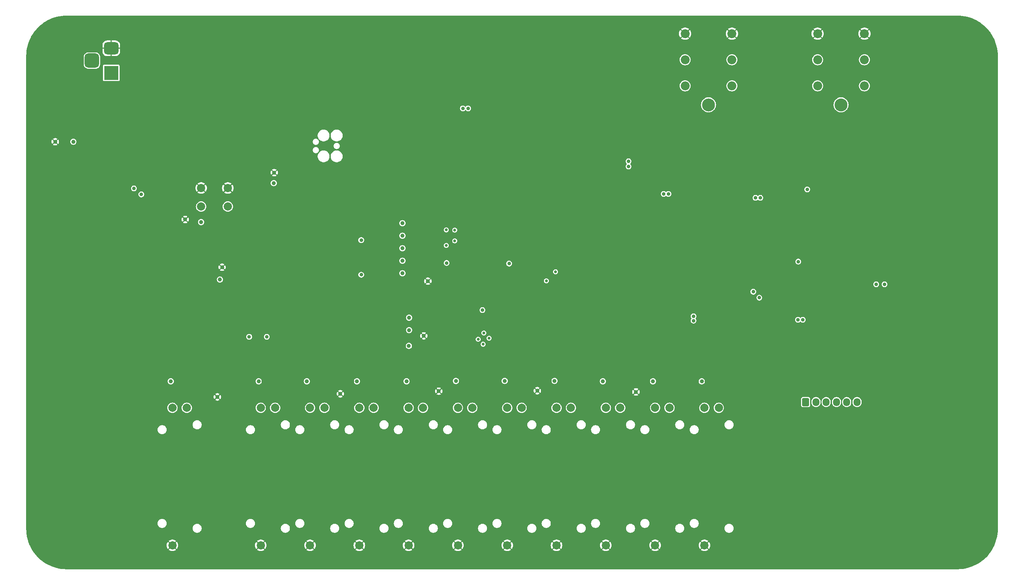
<source format=gbr>
%TF.GenerationSoftware,KiCad,Pcbnew,8.0.6-8.0.6-0~ubuntu22.04.1*%
%TF.CreationDate,2024-11-15T16:44:39-05:00*%
%TF.ProjectId,multi-band-equalizer,6d756c74-692d-4626-916e-642d65717561,rev?*%
%TF.SameCoordinates,Original*%
%TF.FileFunction,Copper,L2,Inr*%
%TF.FilePolarity,Positive*%
%FSLAX46Y46*%
G04 Gerber Fmt 4.6, Leading zero omitted, Abs format (unit mm)*
G04 Created by KiCad (PCBNEW 8.0.6-8.0.6-0~ubuntu22.04.1) date 2024-11-15 16:44:39*
%MOMM*%
%LPD*%
G01*
G04 APERTURE LIST*
G04 Aperture macros list*
%AMRoundRect*
0 Rectangle with rounded corners*
0 $1 Rounding radius*
0 $2 $3 $4 $5 $6 $7 $8 $9 X,Y pos of 4 corners*
0 Add a 4 corners polygon primitive as box body*
4,1,4,$2,$3,$4,$5,$6,$7,$8,$9,$2,$3,0*
0 Add four circle primitives for the rounded corners*
1,1,$1+$1,$2,$3*
1,1,$1+$1,$4,$5*
1,1,$1+$1,$6,$7*
1,1,$1+$1,$8,$9*
0 Add four rect primitives between the rounded corners*
20,1,$1+$1,$2,$3,$4,$5,0*
20,1,$1+$1,$4,$5,$6,$7,0*
20,1,$1+$1,$6,$7,$8,$9,0*
20,1,$1+$1,$8,$9,$2,$3,0*%
G04 Aperture macros list end*
%TA.AperFunction,ComponentPad*%
%ADD10C,1.000000*%
%TD*%
%TA.AperFunction,ComponentPad*%
%ADD11C,0.900000*%
%TD*%
%TA.AperFunction,ComponentPad*%
%ADD12C,8.600000*%
%TD*%
%TA.AperFunction,ComponentPad*%
%ADD13R,3.500000X3.500000*%
%TD*%
%TA.AperFunction,ComponentPad*%
%ADD14RoundRect,0.750000X-1.000000X0.750000X-1.000000X-0.750000X1.000000X-0.750000X1.000000X0.750000X0*%
%TD*%
%TA.AperFunction,ComponentPad*%
%ADD15RoundRect,0.875000X-0.875000X0.875000X-0.875000X-0.875000X0.875000X-0.875000X0.875000X0.875000X0*%
%TD*%
%TA.AperFunction,ComponentPad*%
%ADD16C,2.000000*%
%TD*%
%TA.AperFunction,ComponentPad*%
%ADD17RoundRect,0.250000X-0.600000X-0.725000X0.600000X-0.725000X0.600000X0.725000X-0.600000X0.725000X0*%
%TD*%
%TA.AperFunction,ComponentPad*%
%ADD18O,1.700000X1.950000*%
%TD*%
%TA.AperFunction,ComponentPad*%
%ADD19C,2.175000*%
%TD*%
%TA.AperFunction,ComponentPad*%
%ADD20C,3.150000*%
%TD*%
%TA.AperFunction,ViaPad*%
%ADD21C,0.900000*%
%TD*%
%TA.AperFunction,ViaPad*%
%ADD22C,0.700000*%
%TD*%
G04 APERTURE END LIST*
D10*
%TO.N,GND*%
%TO.C,TP22*%
X291777500Y-242475000D03*
%TD*%
%TO.N,GND*%
%TO.C,TP20*%
X289137500Y-215675000D03*
%TD*%
%TO.N,/I2S_SDO*%
%TO.C,TP10*%
X282945000Y-204625000D03*
%TD*%
%TO.N,/I2S_SCLK*%
%TO.C,TP8*%
X282945000Y-210725000D03*
%TD*%
%TO.N,+9V*%
%TO.C,TP12*%
X202830000Y-181710000D03*
%TD*%
%TO.N,GND*%
%TO.C,TP19*%
X239047500Y-212295000D03*
%TD*%
D11*
%TO.N,GND*%
%TO.C,H2*%
X398295000Y-186110000D03*
X399239581Y-183829581D03*
X399239581Y-188390419D03*
X401520000Y-182885000D03*
D12*
X401520000Y-186110000D03*
D11*
X401520000Y-189335000D03*
X403800419Y-183829581D03*
X403800419Y-188390419D03*
X404745000Y-186110000D03*
%TD*%
D10*
%TO.N,GND*%
%TO.C,TP23*%
X339777500Y-242675000D03*
%TD*%
%TO.N,GND*%
%TO.C,TP21*%
X237897500Y-243885000D03*
%TD*%
%TO.N,/I2C_SDA*%
%TO.C,TP6*%
X284580000Y-224580000D03*
%TD*%
D11*
%TO.N,GND*%
%TO.C,H3*%
X212885000Y-255920000D03*
X213829581Y-253639581D03*
X213829581Y-258200419D03*
X216110000Y-252695000D03*
D12*
X216110000Y-255920000D03*
D11*
X216110000Y-259145000D03*
X218390419Y-253639581D03*
X218390419Y-258200419D03*
X219335000Y-255920000D03*
%TD*%
D10*
%TO.N,+3.3V*%
%TO.C,TP1*%
X251632500Y-191800000D03*
%TD*%
%TO.N,GND*%
%TO.C,TP16*%
X288147500Y-229005000D03*
%TD*%
D11*
%TO.N,GND*%
%TO.C,H1*%
X228275000Y-180030000D03*
X229219581Y-177749581D03*
X229219581Y-182310419D03*
X231500000Y-176805000D03*
D12*
X231500000Y-180030000D03*
D11*
X231500000Y-183255000D03*
X233780419Y-177749581D03*
X233780419Y-182310419D03*
X234725000Y-180030000D03*
%TD*%
D10*
%TO.N,/VDDA*%
%TO.C,TP2*%
X238515000Y-215300000D03*
%TD*%
D13*
%TO.N,Net-(D8-A2)*%
%TO.C,J3*%
X212070000Y-164960000D03*
D14*
%TO.N,GND*%
X212070000Y-158960000D03*
D15*
%TO.N,unconnected-(J3-Pad3)*%
X207370000Y-161960000D03*
%TD*%
D10*
%TO.N,GND*%
%TO.C,TP15*%
X251727500Y-189255000D03*
%TD*%
%TO.N,/I2S_SDI*%
%TO.C,TP9*%
X282945000Y-207675000D03*
%TD*%
%TO.N,/CODEC_NRST*%
%TO.C,TP4*%
X284510000Y-231450000D03*
%TD*%
D16*
%TO.N,GND*%
%TO.C,SW1*%
X233940000Y-193000000D03*
X240440000Y-193000000D03*
%TO.N,/MCU_NRST*%
X233940000Y-197500000D03*
X240440000Y-197500000D03*
%TD*%
D17*
%TO.N,/ASIGNAL_IN_L*%
%TO.C,J5*%
X381100000Y-245150000D03*
D18*
%TO.N,/ASIGNAL_IN_R*%
X383600000Y-245150000D03*
%TO.N,/ASIGNAL_OUT_L*%
X386100000Y-245150000D03*
%TO.N,/ASIGNAL_OUT_R*%
X388600000Y-245150000D03*
%TO.N,/CODEC_AOUT_R*%
X391100000Y-245150000D03*
%TO.N,/CODEC_AOUT_L*%
X393600000Y-245150000D03*
%TD*%
D10*
%TO.N,/MCU_NRST*%
%TO.C,TP3*%
X233940000Y-201300000D03*
%TD*%
D19*
%TO.N,GND*%
%TO.C,J4*%
X363150000Y-155400000D03*
%TO.N,/ASIGNAL_IN_R*%
X363150000Y-161750000D03*
%TO.N,/ASIGNAL_IN_L*%
X363150000Y-168100000D03*
%TO.N,GND*%
X351750000Y-155400000D03*
%TO.N,/ASIGNAL_IN_R*%
X351750000Y-161750000D03*
%TO.N,/ASIGNAL_IN_L*%
X351750000Y-168100000D03*
D20*
%TO.N,unconnected-(J4-Pad7)*%
X357450000Y-172730000D03*
%TD*%
D10*
%TO.N,GND*%
%TO.C,TP14*%
X230067500Y-200655000D03*
%TD*%
%TO.N,/I2S_LRCK*%
%TO.C,TP7*%
X282945000Y-213775000D03*
%TD*%
D11*
%TO.N,GND*%
%TO.C,H4*%
X401575000Y-250340000D03*
X402519581Y-248059581D03*
X402519581Y-252620419D03*
X404800000Y-247115000D03*
D12*
X404800000Y-250340000D03*
D11*
X404800000Y-253565000D03*
X407080419Y-248059581D03*
X407080419Y-252620419D03*
X408025000Y-250340000D03*
%TD*%
D10*
%TO.N,GND*%
%TO.C,TP18*%
X315777500Y-242375000D03*
%TD*%
%TO.N,/I2C_SCL*%
%TO.C,TP5*%
X284580000Y-227600000D03*
%TD*%
D19*
%TO.N,GND*%
%TO.C,J2*%
X395410000Y-155400000D03*
%TO.N,/ASIGNAL_OUT_R*%
X395410000Y-161750000D03*
%TO.N,/ASIGNAL_OUT_L*%
X395410000Y-168100000D03*
%TO.N,GND*%
X384010000Y-155400000D03*
%TO.N,/ASIGNAL_OUT_R*%
X384010000Y-161750000D03*
%TO.N,/ASIGNAL_OUT_L*%
X384010000Y-168100000D03*
D20*
%TO.N,unconnected-(J2-Pad7)*%
X389710000Y-172730000D03*
%TD*%
D10*
%TO.N,GND*%
%TO.C,TP17*%
X267827500Y-243125000D03*
%TD*%
%TO.N,GND*%
%TO.C,TP13*%
X198432500Y-181725000D03*
%TD*%
%TO.N,/I2S_MCLK*%
%TO.C,TP11*%
X282945000Y-201575000D03*
%TD*%
%TO.N,/CTRL_KNB_3200_HZ*%
%TO.C,TP31*%
X271890000Y-240080000D03*
%TD*%
D16*
%TO.N,/VDDA*%
%TO.C,RV3*%
X332452500Y-246525000D03*
%TO.N,Net-(R21-Pad1)*%
X335952500Y-246525000D03*
%TO.N,GND*%
X332452500Y-280025000D03*
%TD*%
D10*
%TO.N,/CTRL_KNB_120_HZ*%
%TO.C,TP26*%
X331730000Y-240080000D03*
%TD*%
%TO.N,/CTRL_KNB_200_HZ*%
%TO.C,TP27*%
X319980000Y-239960000D03*
%TD*%
%TO.N,/CTRL_KNB_400_HZ*%
%TO.C,TP28*%
X307830000Y-239970000D03*
%TD*%
D16*
%TO.N,/VDDA*%
%TO.C,RV9*%
X260452500Y-246525000D03*
%TO.N,Net-(R27-Pad1)*%
X263952500Y-246525000D03*
%TO.N,GND*%
X260452500Y-280025000D03*
%TD*%
%TO.N,/VDDA*%
%TO.C,RV11*%
X226952500Y-246525000D03*
%TO.N,Net-(R29-Pad1)*%
X230452500Y-246525000D03*
%TO.N,GND*%
X226952500Y-280025000D03*
%TD*%
%TO.N,/VDDA*%
%TO.C,RV7*%
X284452500Y-246525000D03*
%TO.N,Net-(R25-Pad1)*%
X287952500Y-246525000D03*
%TO.N,GND*%
X284452500Y-280025000D03*
%TD*%
D10*
%TO.N,/CTRL_KNB_12800_HZ*%
%TO.C,TP33*%
X247940000Y-240080000D03*
%TD*%
D16*
%TO.N,/VDDA*%
%TO.C,RV5*%
X308452500Y-246525000D03*
%TO.N,Net-(R23-Pad1)*%
X311952500Y-246525000D03*
%TO.N,GND*%
X308452500Y-280025000D03*
%TD*%
%TO.N,/VDDA*%
%TO.C,RV4*%
X320452500Y-246525000D03*
%TO.N,Net-(R22-Pad1)*%
X323952500Y-246525000D03*
%TO.N,GND*%
X320452500Y-280025000D03*
%TD*%
D10*
%TO.N,/CTRL_KNB_60_HZ*%
%TO.C,TP25*%
X343940000Y-240080000D03*
%TD*%
%TO.N,/CTRL_KNB_6400_HZ*%
%TO.C,TP32*%
X259690000Y-240080000D03*
%TD*%
D16*
%TO.N,/VDDA*%
%TO.C,RV8*%
X272452500Y-246525000D03*
%TO.N,Net-(R26-Pad1)*%
X275952500Y-246525000D03*
%TO.N,GND*%
X272452500Y-280025000D03*
%TD*%
%TO.N,/VDDA*%
%TO.C,RV1*%
X356452500Y-246525000D03*
%TO.N,Net-(R19-Pad1)*%
X359952500Y-246525000D03*
%TO.N,GND*%
X356452500Y-280025000D03*
%TD*%
D10*
%TO.N,/CTRL_KNB_30_HZ*%
%TO.C,TP24*%
X355800000Y-240080000D03*
%TD*%
D16*
%TO.N,/VDDA*%
%TO.C,RV10*%
X248452500Y-246525000D03*
%TO.N,Net-(R28-Pad1)*%
X251952500Y-246525000D03*
%TO.N,GND*%
X248452500Y-280025000D03*
%TD*%
D10*
%TO.N,/CTRL_KNB_VOL_LVL*%
%TO.C,TP34*%
X226540000Y-240080000D03*
%TD*%
%TO.N,/CTRL_KNB_800_HZ*%
%TO.C,TP29*%
X295950000Y-239990000D03*
%TD*%
D16*
%TO.N,/VDDA*%
%TO.C,RV6*%
X296452500Y-246525000D03*
%TO.N,Net-(R24-Pad1)*%
X299952500Y-246525000D03*
%TO.N,GND*%
X296452500Y-280025000D03*
%TD*%
%TO.N,/VDDA*%
%TO.C,RV2*%
X344452500Y-246525000D03*
%TO.N,Net-(R20-Pad1)*%
X347952500Y-246525000D03*
%TO.N,GND*%
X344452500Y-280025000D03*
%TD*%
D10*
%TO.N,/CTRL_KNB_1600_HZ*%
%TO.C,TP30*%
X283940000Y-240080000D03*
%TD*%
D21*
%TO.N,GND*%
X261740000Y-206810000D03*
%TO.N,+5V*%
X217590000Y-193100000D03*
X381475000Y-193330000D03*
X380395000Y-225085000D03*
X302415000Y-222725000D03*
X346525000Y-194430000D03*
X337970000Y-187765000D03*
X347675000Y-194430000D03*
X219390000Y-194550000D03*
X293705000Y-211260000D03*
X308910000Y-211400000D03*
X337970000Y-186490000D03*
X298920000Y-173610000D03*
X297645000Y-173610000D03*
X353800000Y-224230000D03*
X353800000Y-225305000D03*
X379245000Y-225085000D03*
X370050000Y-195380000D03*
X379295000Y-210925000D03*
X368900000Y-195380000D03*
%TO.N,GND*%
X250322500Y-221305000D03*
D22*
X261831000Y-192287500D03*
D21*
X218465000Y-217912500D03*
X336040000Y-238225000D03*
X367742500Y-188430000D03*
X300180000Y-206235000D03*
X386960000Y-219770000D03*
X387575000Y-197255000D03*
X353225000Y-230430000D03*
D22*
X270484000Y-192102500D03*
D21*
X370225000Y-230055000D03*
X384915000Y-210920000D03*
X242515000Y-213400000D03*
X330370000Y-190890000D03*
X369200000Y-221350000D03*
X271390000Y-209970000D03*
D22*
X260022500Y-176243500D03*
D21*
X337020000Y-185090000D03*
X219365000Y-215612500D03*
X321860000Y-213660000D03*
X336020000Y-190490000D03*
X312040000Y-238175000D03*
X316815000Y-203440000D03*
X288040000Y-238350000D03*
X250810000Y-215720000D03*
X243557500Y-194100000D03*
X389875000Y-197255000D03*
X274680000Y-205760000D03*
X303820000Y-193535000D03*
D22*
X255306000Y-186675000D03*
D21*
X211065000Y-214637500D03*
X383585000Y-223250000D03*
X371525000Y-207955000D03*
X263842500Y-221035000D03*
X246265000Y-209525000D03*
X219290000Y-196462500D03*
X296320000Y-176235000D03*
X301725000Y-175310000D03*
X317430000Y-197107492D03*
X316815000Y-205740000D03*
X306565000Y-205375000D03*
X296020000Y-191835000D03*
X255032500Y-194325000D03*
X400390000Y-218110000D03*
D22*
X265700000Y-225430000D03*
D21*
X367450000Y-198630000D03*
X367065000Y-219355000D03*
X367725000Y-230055000D03*
D22*
X259965000Y-180250000D03*
D21*
X345350000Y-197630000D03*
X210890000Y-195512500D03*
X389160000Y-219770000D03*
X270832500Y-198150000D03*
X316840000Y-208040000D03*
X213777500Y-177565000D03*
X375325000Y-203595000D03*
X270832500Y-204050000D03*
X369200000Y-223550000D03*
X264040000Y-238375000D03*
X370242500Y-188430000D03*
X211015000Y-209712500D03*
X289520000Y-204625000D03*
X360000000Y-222830000D03*
X230540000Y-238400000D03*
X271390000Y-207980000D03*
X225320000Y-218240000D03*
D22*
X262700000Y-216960000D03*
D21*
X319030000Y-216860000D03*
X304495000Y-185110000D03*
X308174984Y-193785000D03*
X353025000Y-198955000D03*
X377740000Y-235910000D03*
X298290000Y-213925000D03*
X317645000Y-192715000D03*
X292160000Y-202570000D03*
D22*
X305420000Y-230300000D03*
D21*
X298290000Y-211625000D03*
X297240000Y-206100000D03*
X274600000Y-209980000D03*
X245450000Y-204475000D03*
X255032500Y-196625000D03*
X306565000Y-209275000D03*
X211490000Y-207312500D03*
X309715000Y-222750000D03*
X307415000Y-222750000D03*
X391460000Y-219770000D03*
X398140000Y-218110000D03*
X295940000Y-207710000D03*
X252040000Y-238375000D03*
X313130000Y-218090000D03*
X223100000Y-216060000D03*
D22*
X276236500Y-180617500D03*
D21*
X271080000Y-214090000D03*
X348040000Y-238250000D03*
X244492500Y-211675000D03*
X302120000Y-180985000D03*
X402080000Y-232245000D03*
X242315000Y-219117500D03*
X315530000Y-218090000D03*
X271140000Y-205740000D03*
X316840000Y-210440000D03*
X392175000Y-197255000D03*
X300015000Y-238225000D03*
X385575000Y-194880000D03*
X402080000Y-241987500D03*
X213787500Y-183935000D03*
X209270000Y-172175000D03*
X324040000Y-238225000D03*
X274600000Y-207970000D03*
X242640000Y-207625000D03*
D22*
X255340000Y-200950000D03*
X301290000Y-228300000D03*
D21*
X369225000Y-207930000D03*
X309240000Y-209275000D03*
X354825000Y-198955000D03*
X374535000Y-216340000D03*
X208140000Y-174400000D03*
X326220000Y-193240000D03*
X348425000Y-221455000D03*
X400400000Y-214810000D03*
X268890000Y-216450000D03*
X211040000Y-190410000D03*
D22*
X267780000Y-201350000D03*
D21*
X247947500Y-202282500D03*
X319420000Y-184940000D03*
X386945000Y-235920000D03*
X218290000Y-198912500D03*
X360040000Y-238225000D03*
X211340000Y-188162500D03*
X276040000Y-238375000D03*
X398150000Y-214810000D03*
X274740000Y-214125000D03*
%TO.N,+3.3V*%
X272915000Y-214125000D03*
X249930000Y-229230000D03*
X245640000Y-229225000D03*
X272915000Y-205680000D03*
D22*
%TO.N,/CODEC_VCOM*%
X320220000Y-213380000D03*
X317970000Y-215600000D03*
D21*
%TO.N,/ASIGNAL_IN_L+*%
X368345000Y-218255000D03*
X369805000Y-219715000D03*
%TO.N,/ASIGNAL_IN_L*%
X400290000Y-216440000D03*
X398270000Y-216440000D03*
D22*
%TO.N,/I2C_SDA*%
X302780000Y-228290000D03*
X304050000Y-229560000D03*
%TO.N,/I2C_SCL*%
X301370000Y-229850000D03*
X302570000Y-231050000D03*
%TO.N,/I2S_LRCK*%
X293620000Y-203200000D03*
X293620000Y-206970000D03*
%TO.N,/I2S_SCLK*%
X295680000Y-203250000D03*
X295680000Y-205880000D03*
D21*
%TO.N,GND*%
X296145000Y-274000000D03*
X359145000Y-211000000D03*
X296145000Y-183000000D03*
X331145000Y-267000000D03*
X380145000Y-274000000D03*
X422145000Y-155000000D03*
X289145000Y-260000000D03*
X289145000Y-162000000D03*
X282145000Y-246000000D03*
X198145000Y-176000000D03*
X282145000Y-218000000D03*
X345145000Y-225000000D03*
X282145000Y-190000000D03*
X275145000Y-204000000D03*
X324145000Y-225000000D03*
X380145000Y-162000000D03*
X275145000Y-176000000D03*
X261145000Y-162000000D03*
X310145000Y-190000000D03*
X212145000Y-246000000D03*
X310145000Y-169000000D03*
X212145000Y-225000000D03*
X345145000Y-253000000D03*
X310145000Y-260000000D03*
X212145000Y-267000000D03*
X198145000Y-239000000D03*
X345145000Y-176000000D03*
X338145000Y-190000000D03*
X303145000Y-225000000D03*
X212145000Y-162000000D03*
X240145000Y-246000000D03*
X345145000Y-155000000D03*
X240145000Y-225000000D03*
X303145000Y-155000000D03*
X198145000Y-218000000D03*
X198145000Y-281000000D03*
X254145000Y-211000000D03*
X324145000Y-204000000D03*
X219145000Y-176000000D03*
X198145000Y-197000000D03*
X303145000Y-246000000D03*
X212145000Y-204000000D03*
X240145000Y-281000000D03*
X373145000Y-260000000D03*
X261145000Y-253000000D03*
X338145000Y-211000000D03*
X233145000Y-267000000D03*
X198145000Y-260000000D03*
X359145000Y-183000000D03*
X198145000Y-155000000D03*
X275145000Y-155000000D03*
X324145000Y-155000000D03*
X219145000Y-281000000D03*
X324145000Y-176000000D03*
X226145000Y-155000000D03*
X226145000Y-190000000D03*
X226145000Y-211000000D03*
X366145000Y-246000000D03*
X226145000Y-232000000D03*
X247145000Y-155000000D03*
X226145000Y-253000000D03*
X247145000Y-183000000D03*
X261145000Y-197000000D03*
X233145000Y-169000000D03*
X247145000Y-260000000D03*
X324145000Y-253000000D03*
X380145000Y-190000000D03*
X359145000Y-232000000D03*
X373145000Y-176000000D03*
X387145000Y-204000000D03*
X422145000Y-218000000D03*
X401145000Y-155000000D03*
X401145000Y-281000000D03*
X408145000Y-169000000D03*
X408145000Y-232000000D03*
X408145000Y-260000000D03*
X415145000Y-183000000D03*
X415145000Y-204000000D03*
X415145000Y-274000000D03*
X422145000Y-239000000D03*
%TD*%
%TA.AperFunction,Conductor*%
%TO.N,GND*%
G36*
X418071125Y-151000534D02*
G01*
X418659461Y-151018311D01*
X418663891Y-151018580D01*
X419248977Y-151071747D01*
X419253375Y-151072280D01*
X419834205Y-151160681D01*
X419838601Y-151161487D01*
X420413011Y-151284791D01*
X420417313Y-151285852D01*
X420983243Y-151443617D01*
X420987480Y-151444937D01*
X421508316Y-151624666D01*
X421542833Y-151636577D01*
X421547013Y-151638162D01*
X422089781Y-151862984D01*
X422093857Y-151864819D01*
X422622040Y-152121993D01*
X422625998Y-152124070D01*
X423137700Y-152412670D01*
X423141525Y-152414982D01*
X423634892Y-152733969D01*
X423638543Y-152736489D01*
X424111735Y-153084669D01*
X424115236Y-153087411D01*
X424453366Y-153369208D01*
X424566558Y-153463542D01*
X424569901Y-153466504D01*
X424997673Y-153869182D01*
X425000817Y-153872326D01*
X425262619Y-154150443D01*
X425403492Y-154300095D01*
X425406456Y-154303439D01*
X425728282Y-154689601D01*
X425782581Y-154754754D01*
X425785333Y-154758269D01*
X426076761Y-155154332D01*
X426133500Y-155231442D01*
X426136040Y-155235121D01*
X426455017Y-155728474D01*
X426457329Y-155732299D01*
X426745929Y-156244001D01*
X426748006Y-156247959D01*
X427005180Y-156776142D01*
X427007015Y-156780218D01*
X427231837Y-157322986D01*
X427233422Y-157327166D01*
X427425057Y-157882504D01*
X427426387Y-157886772D01*
X427584142Y-158452667D01*
X427585212Y-158457007D01*
X427708512Y-159031401D01*
X427709318Y-159035797D01*
X427797716Y-159616601D01*
X427798254Y-159621039D01*
X427851418Y-160206092D01*
X427851688Y-160210554D01*
X427869466Y-160798874D01*
X427869500Y-160801109D01*
X427869500Y-276048890D01*
X427869466Y-276051125D01*
X427851688Y-276639445D01*
X427851418Y-276643907D01*
X427798254Y-277228960D01*
X427797716Y-277233398D01*
X427709318Y-277814202D01*
X427708512Y-277818598D01*
X427585212Y-278392992D01*
X427584142Y-278397332D01*
X427426387Y-278963227D01*
X427425057Y-278967495D01*
X427233422Y-279522833D01*
X427231837Y-279527013D01*
X427007015Y-280069781D01*
X427005180Y-280073857D01*
X426748006Y-280602040D01*
X426745929Y-280605998D01*
X426457329Y-281117700D01*
X426455017Y-281121525D01*
X426136040Y-281614878D01*
X426133500Y-281618557D01*
X425785337Y-282091726D01*
X425782581Y-282095245D01*
X425406457Y-282546558D01*
X425403492Y-282549904D01*
X425000825Y-282977665D01*
X424997665Y-282980825D01*
X424569904Y-283383492D01*
X424566558Y-283386457D01*
X424115245Y-283762581D01*
X424111726Y-283765337D01*
X423638557Y-284113500D01*
X423634878Y-284116040D01*
X423141525Y-284435017D01*
X423137700Y-284437329D01*
X422625998Y-284725929D01*
X422622040Y-284728006D01*
X422093857Y-284985180D01*
X422089781Y-284987015D01*
X421547013Y-285211837D01*
X421542833Y-285213422D01*
X420987495Y-285405057D01*
X420983227Y-285406387D01*
X420417332Y-285564142D01*
X420412992Y-285565212D01*
X419838598Y-285688512D01*
X419834202Y-285689318D01*
X419253398Y-285777716D01*
X419248960Y-285778254D01*
X418663907Y-285831418D01*
X418659445Y-285831688D01*
X418071125Y-285849466D01*
X418068890Y-285849500D01*
X201171110Y-285849500D01*
X201168875Y-285849466D01*
X200580554Y-285831688D01*
X200576092Y-285831418D01*
X199991039Y-285778254D01*
X199986601Y-285777716D01*
X199405797Y-285689318D01*
X199401401Y-285688512D01*
X198827007Y-285565212D01*
X198822667Y-285564142D01*
X198256772Y-285406387D01*
X198252504Y-285405057D01*
X197697166Y-285213422D01*
X197692986Y-285211837D01*
X197150218Y-284987015D01*
X197146142Y-284985180D01*
X196617959Y-284728006D01*
X196614001Y-284725929D01*
X196102299Y-284437329D01*
X196098474Y-284435017D01*
X195605121Y-284116040D01*
X195601442Y-284113500D01*
X195297119Y-283889576D01*
X195128269Y-283765333D01*
X195124754Y-283762581D01*
X194673441Y-283386457D01*
X194670095Y-283383492D01*
X194242334Y-282980825D01*
X194239182Y-282977673D01*
X193836504Y-282549901D01*
X193833542Y-282546558D01*
X193457418Y-282095245D01*
X193454662Y-282091726D01*
X193106489Y-281618543D01*
X193103969Y-281614892D01*
X192784982Y-281121525D01*
X192782670Y-281117700D01*
X192494070Y-280605998D01*
X192491993Y-280602040D01*
X192234819Y-280073857D01*
X192232984Y-280069781D01*
X192214433Y-280024996D01*
X225547702Y-280024996D01*
X225547702Y-280025003D01*
X225566862Y-280256221D01*
X225623820Y-280481145D01*
X225717015Y-280693608D01*
X225843918Y-280887847D01*
X225843920Y-280887850D01*
X225876970Y-280923751D01*
X226448564Y-280352157D01*
X226472381Y-280393408D01*
X226584092Y-280505119D01*
X226625341Y-280528934D01*
X226054295Y-281099980D01*
X226184146Y-281201048D01*
X226388197Y-281311476D01*
X226607645Y-281386812D01*
X226836490Y-281424999D01*
X226836493Y-281425000D01*
X227068507Y-281425000D01*
X227068509Y-281424999D01*
X227297354Y-281386812D01*
X227516802Y-281311476D01*
X227720853Y-281201048D01*
X227850703Y-281099980D01*
X227850704Y-281099980D01*
X227279658Y-280528934D01*
X227320908Y-280505119D01*
X227432619Y-280393408D01*
X227456434Y-280352158D01*
X228028027Y-280923751D01*
X228061083Y-280887843D01*
X228061090Y-280887833D01*
X228187984Y-280693608D01*
X228281179Y-280481145D01*
X228338137Y-280256221D01*
X228357298Y-280025003D01*
X228357298Y-280024996D01*
X247047702Y-280024996D01*
X247047702Y-280025003D01*
X247066862Y-280256221D01*
X247123820Y-280481145D01*
X247217015Y-280693608D01*
X247343918Y-280887847D01*
X247343920Y-280887850D01*
X247376970Y-280923751D01*
X247948564Y-280352157D01*
X247972381Y-280393408D01*
X248084092Y-280505119D01*
X248125341Y-280528934D01*
X247554295Y-281099980D01*
X247684146Y-281201048D01*
X247888197Y-281311476D01*
X248107645Y-281386812D01*
X248336490Y-281424999D01*
X248336493Y-281425000D01*
X248568507Y-281425000D01*
X248568509Y-281424999D01*
X248797354Y-281386812D01*
X249016802Y-281311476D01*
X249220853Y-281201048D01*
X249350703Y-281099980D01*
X249350704Y-281099980D01*
X248779658Y-280528934D01*
X248820908Y-280505119D01*
X248932619Y-280393408D01*
X248956434Y-280352158D01*
X249528027Y-280923751D01*
X249561083Y-280887843D01*
X249561090Y-280887833D01*
X249687984Y-280693608D01*
X249781179Y-280481145D01*
X249838137Y-280256221D01*
X249857298Y-280025003D01*
X249857298Y-280024996D01*
X259047702Y-280024996D01*
X259047702Y-280025003D01*
X259066862Y-280256221D01*
X259123820Y-280481145D01*
X259217015Y-280693608D01*
X259343918Y-280887847D01*
X259343920Y-280887850D01*
X259376970Y-280923751D01*
X259948564Y-280352157D01*
X259972381Y-280393408D01*
X260084092Y-280505119D01*
X260125341Y-280528934D01*
X259554295Y-281099980D01*
X259684146Y-281201048D01*
X259888197Y-281311476D01*
X260107645Y-281386812D01*
X260336490Y-281424999D01*
X260336493Y-281425000D01*
X260568507Y-281425000D01*
X260568509Y-281424999D01*
X260797354Y-281386812D01*
X261016802Y-281311476D01*
X261220853Y-281201048D01*
X261350703Y-281099980D01*
X261350704Y-281099980D01*
X260779658Y-280528934D01*
X260820908Y-280505119D01*
X260932619Y-280393408D01*
X260956434Y-280352158D01*
X261528027Y-280923751D01*
X261561083Y-280887843D01*
X261561090Y-280887833D01*
X261687984Y-280693608D01*
X261781179Y-280481145D01*
X261838137Y-280256221D01*
X261857298Y-280025003D01*
X261857298Y-280024996D01*
X271047702Y-280024996D01*
X271047702Y-280025003D01*
X271066862Y-280256221D01*
X271123820Y-280481145D01*
X271217015Y-280693608D01*
X271343918Y-280887847D01*
X271343920Y-280887850D01*
X271376970Y-280923751D01*
X271948564Y-280352157D01*
X271972381Y-280393408D01*
X272084092Y-280505119D01*
X272125341Y-280528934D01*
X271554295Y-281099980D01*
X271684146Y-281201048D01*
X271888197Y-281311476D01*
X272107645Y-281386812D01*
X272336490Y-281424999D01*
X272336493Y-281425000D01*
X272568507Y-281425000D01*
X272568509Y-281424999D01*
X272797354Y-281386812D01*
X273016802Y-281311476D01*
X273220853Y-281201048D01*
X273350703Y-281099980D01*
X273350704Y-281099980D01*
X272779658Y-280528934D01*
X272820908Y-280505119D01*
X272932619Y-280393408D01*
X272956434Y-280352158D01*
X273528027Y-280923751D01*
X273561083Y-280887843D01*
X273561090Y-280887833D01*
X273687984Y-280693608D01*
X273781179Y-280481145D01*
X273838137Y-280256221D01*
X273857298Y-280025003D01*
X273857298Y-280024996D01*
X283047702Y-280024996D01*
X283047702Y-280025003D01*
X283066862Y-280256221D01*
X283123820Y-280481145D01*
X283217015Y-280693608D01*
X283343918Y-280887847D01*
X283343920Y-280887850D01*
X283376970Y-280923751D01*
X283948564Y-280352157D01*
X283972381Y-280393408D01*
X284084092Y-280505119D01*
X284125341Y-280528934D01*
X283554295Y-281099980D01*
X283684146Y-281201048D01*
X283888197Y-281311476D01*
X284107645Y-281386812D01*
X284336490Y-281424999D01*
X284336493Y-281425000D01*
X284568507Y-281425000D01*
X284568509Y-281424999D01*
X284797354Y-281386812D01*
X285016802Y-281311476D01*
X285220853Y-281201048D01*
X285350703Y-281099980D01*
X285350704Y-281099980D01*
X284779658Y-280528934D01*
X284820908Y-280505119D01*
X284932619Y-280393408D01*
X284956434Y-280352158D01*
X285528027Y-280923751D01*
X285561083Y-280887843D01*
X285561090Y-280887833D01*
X285687984Y-280693608D01*
X285781179Y-280481145D01*
X285838137Y-280256221D01*
X285857298Y-280025003D01*
X285857298Y-280024996D01*
X295047702Y-280024996D01*
X295047702Y-280025003D01*
X295066862Y-280256221D01*
X295123820Y-280481145D01*
X295217015Y-280693608D01*
X295343918Y-280887847D01*
X295343920Y-280887850D01*
X295376970Y-280923751D01*
X295948564Y-280352157D01*
X295972381Y-280393408D01*
X296084092Y-280505119D01*
X296125341Y-280528934D01*
X295554295Y-281099980D01*
X295684146Y-281201048D01*
X295888197Y-281311476D01*
X296107645Y-281386812D01*
X296336490Y-281424999D01*
X296336493Y-281425000D01*
X296568507Y-281425000D01*
X296568509Y-281424999D01*
X296797354Y-281386812D01*
X297016802Y-281311476D01*
X297220853Y-281201048D01*
X297350703Y-281099980D01*
X297350704Y-281099980D01*
X296779658Y-280528934D01*
X296820908Y-280505119D01*
X296932619Y-280393408D01*
X296956434Y-280352158D01*
X297528027Y-280923751D01*
X297561083Y-280887843D01*
X297561090Y-280887833D01*
X297687984Y-280693608D01*
X297781179Y-280481145D01*
X297838137Y-280256221D01*
X297857298Y-280025003D01*
X297857298Y-280024996D01*
X307047702Y-280024996D01*
X307047702Y-280025003D01*
X307066862Y-280256221D01*
X307123820Y-280481145D01*
X307217015Y-280693608D01*
X307343918Y-280887847D01*
X307343920Y-280887850D01*
X307376970Y-280923751D01*
X307948564Y-280352157D01*
X307972381Y-280393408D01*
X308084092Y-280505119D01*
X308125341Y-280528934D01*
X307554295Y-281099980D01*
X307684146Y-281201048D01*
X307888197Y-281311476D01*
X308107645Y-281386812D01*
X308336490Y-281424999D01*
X308336493Y-281425000D01*
X308568507Y-281425000D01*
X308568509Y-281424999D01*
X308797354Y-281386812D01*
X309016802Y-281311476D01*
X309220853Y-281201048D01*
X309350703Y-281099980D01*
X309350704Y-281099980D01*
X308779658Y-280528934D01*
X308820908Y-280505119D01*
X308932619Y-280393408D01*
X308956434Y-280352158D01*
X309528027Y-280923751D01*
X309561083Y-280887843D01*
X309561090Y-280887833D01*
X309687984Y-280693608D01*
X309781179Y-280481145D01*
X309838137Y-280256221D01*
X309857298Y-280025003D01*
X309857298Y-280024996D01*
X319047702Y-280024996D01*
X319047702Y-280025003D01*
X319066862Y-280256221D01*
X319123820Y-280481145D01*
X319217015Y-280693608D01*
X319343918Y-280887847D01*
X319343920Y-280887850D01*
X319376970Y-280923751D01*
X319948564Y-280352157D01*
X319972381Y-280393408D01*
X320084092Y-280505119D01*
X320125341Y-280528934D01*
X319554295Y-281099980D01*
X319684146Y-281201048D01*
X319888197Y-281311476D01*
X320107645Y-281386812D01*
X320336490Y-281424999D01*
X320336493Y-281425000D01*
X320568507Y-281425000D01*
X320568509Y-281424999D01*
X320797354Y-281386812D01*
X321016802Y-281311476D01*
X321220853Y-281201048D01*
X321350703Y-281099980D01*
X321350704Y-281099980D01*
X320779658Y-280528934D01*
X320820908Y-280505119D01*
X320932619Y-280393408D01*
X320956434Y-280352158D01*
X321528027Y-280923751D01*
X321561083Y-280887843D01*
X321561090Y-280887833D01*
X321687984Y-280693608D01*
X321781179Y-280481145D01*
X321838137Y-280256221D01*
X321857298Y-280025003D01*
X321857298Y-280024996D01*
X331047702Y-280024996D01*
X331047702Y-280025003D01*
X331066862Y-280256221D01*
X331123820Y-280481145D01*
X331217015Y-280693608D01*
X331343918Y-280887847D01*
X331343920Y-280887850D01*
X331376970Y-280923751D01*
X331948564Y-280352157D01*
X331972381Y-280393408D01*
X332084092Y-280505119D01*
X332125341Y-280528934D01*
X331554295Y-281099980D01*
X331684146Y-281201048D01*
X331888197Y-281311476D01*
X332107645Y-281386812D01*
X332336490Y-281424999D01*
X332336493Y-281425000D01*
X332568507Y-281425000D01*
X332568509Y-281424999D01*
X332797354Y-281386812D01*
X333016802Y-281311476D01*
X333220853Y-281201048D01*
X333350703Y-281099980D01*
X333350704Y-281099980D01*
X332779658Y-280528934D01*
X332820908Y-280505119D01*
X332932619Y-280393408D01*
X332956434Y-280352158D01*
X333528027Y-280923751D01*
X333561083Y-280887843D01*
X333561090Y-280887833D01*
X333687984Y-280693608D01*
X333781179Y-280481145D01*
X333838137Y-280256221D01*
X333857298Y-280025003D01*
X333857298Y-280024996D01*
X343047702Y-280024996D01*
X343047702Y-280025003D01*
X343066862Y-280256221D01*
X343123820Y-280481145D01*
X343217015Y-280693608D01*
X343343918Y-280887847D01*
X343343920Y-280887850D01*
X343376970Y-280923751D01*
X343948564Y-280352157D01*
X343972381Y-280393408D01*
X344084092Y-280505119D01*
X344125341Y-280528934D01*
X343554295Y-281099980D01*
X343684146Y-281201048D01*
X343888197Y-281311476D01*
X344107645Y-281386812D01*
X344336490Y-281424999D01*
X344336493Y-281425000D01*
X344568507Y-281425000D01*
X344568509Y-281424999D01*
X344797354Y-281386812D01*
X345016802Y-281311476D01*
X345220853Y-281201048D01*
X345350703Y-281099980D01*
X345350704Y-281099980D01*
X344779658Y-280528934D01*
X344820908Y-280505119D01*
X344932619Y-280393408D01*
X344956434Y-280352158D01*
X345528027Y-280923751D01*
X345561083Y-280887843D01*
X345561090Y-280887833D01*
X345687984Y-280693608D01*
X345781179Y-280481145D01*
X345838137Y-280256221D01*
X345857298Y-280025003D01*
X345857298Y-280024996D01*
X355047702Y-280024996D01*
X355047702Y-280025003D01*
X355066862Y-280256221D01*
X355123820Y-280481145D01*
X355217015Y-280693608D01*
X355343918Y-280887847D01*
X355343920Y-280887850D01*
X355376970Y-280923751D01*
X355948564Y-280352157D01*
X355972381Y-280393408D01*
X356084092Y-280505119D01*
X356125341Y-280528934D01*
X355554295Y-281099980D01*
X355684146Y-281201048D01*
X355888197Y-281311476D01*
X356107645Y-281386812D01*
X356336490Y-281424999D01*
X356336493Y-281425000D01*
X356568507Y-281425000D01*
X356568509Y-281424999D01*
X356797354Y-281386812D01*
X357016802Y-281311476D01*
X357220853Y-281201048D01*
X357350703Y-281099980D01*
X357350704Y-281099980D01*
X356779658Y-280528934D01*
X356820908Y-280505119D01*
X356932619Y-280393408D01*
X356956434Y-280352158D01*
X357528027Y-280923751D01*
X357561083Y-280887843D01*
X357561090Y-280887833D01*
X357687984Y-280693608D01*
X357781179Y-280481145D01*
X357838137Y-280256221D01*
X357857298Y-280025003D01*
X357857298Y-280024996D01*
X357838137Y-279793778D01*
X357781179Y-279568854D01*
X357687984Y-279356391D01*
X357561081Y-279162152D01*
X357561079Y-279162149D01*
X357528028Y-279126247D01*
X356956434Y-279697841D01*
X356932619Y-279656592D01*
X356820908Y-279544881D01*
X356779657Y-279521064D01*
X357350704Y-278950019D01*
X357220853Y-278848951D01*
X357016802Y-278738523D01*
X356797354Y-278663187D01*
X356568509Y-278625000D01*
X356336490Y-278625000D01*
X356107645Y-278663187D01*
X355888197Y-278738523D01*
X355684145Y-278848951D01*
X355554295Y-278950018D01*
X355554294Y-278950018D01*
X356125341Y-279521065D01*
X356084092Y-279544881D01*
X355972381Y-279656592D01*
X355948565Y-279697841D01*
X355376970Y-279126246D01*
X355343921Y-279162150D01*
X355343908Y-279162166D01*
X355217015Y-279356391D01*
X355123820Y-279568854D01*
X355066862Y-279793778D01*
X355047702Y-280024996D01*
X345857298Y-280024996D01*
X345838137Y-279793778D01*
X345781179Y-279568854D01*
X345687984Y-279356391D01*
X345561081Y-279162152D01*
X345561079Y-279162149D01*
X345528028Y-279126247D01*
X344956434Y-279697841D01*
X344932619Y-279656592D01*
X344820908Y-279544881D01*
X344779657Y-279521064D01*
X345350703Y-278950019D01*
X345220853Y-278848951D01*
X345016802Y-278738523D01*
X344797354Y-278663187D01*
X344568509Y-278625000D01*
X344336490Y-278625000D01*
X344107645Y-278663187D01*
X343888197Y-278738523D01*
X343684145Y-278848951D01*
X343554295Y-278950018D01*
X343554294Y-278950018D01*
X344125341Y-279521065D01*
X344084092Y-279544881D01*
X343972381Y-279656592D01*
X343948565Y-279697841D01*
X343376970Y-279126246D01*
X343343921Y-279162150D01*
X343343908Y-279162166D01*
X343217015Y-279356391D01*
X343123820Y-279568854D01*
X343066862Y-279793778D01*
X343047702Y-280024996D01*
X333857298Y-280024996D01*
X333838137Y-279793778D01*
X333781179Y-279568854D01*
X333687984Y-279356391D01*
X333561081Y-279162152D01*
X333561079Y-279162149D01*
X333528028Y-279126247D01*
X332956434Y-279697841D01*
X332932619Y-279656592D01*
X332820908Y-279544881D01*
X332779657Y-279521064D01*
X333350703Y-278950019D01*
X333220853Y-278848951D01*
X333016802Y-278738523D01*
X332797354Y-278663187D01*
X332568509Y-278625000D01*
X332336490Y-278625000D01*
X332107645Y-278663187D01*
X331888197Y-278738523D01*
X331684145Y-278848951D01*
X331554295Y-278950018D01*
X331554294Y-278950018D01*
X332125341Y-279521065D01*
X332084092Y-279544881D01*
X331972381Y-279656592D01*
X331948565Y-279697841D01*
X331376970Y-279126246D01*
X331343921Y-279162150D01*
X331343908Y-279162166D01*
X331217015Y-279356391D01*
X331123820Y-279568854D01*
X331066862Y-279793778D01*
X331047702Y-280024996D01*
X321857298Y-280024996D01*
X321838137Y-279793778D01*
X321781179Y-279568854D01*
X321687984Y-279356391D01*
X321561081Y-279162152D01*
X321561079Y-279162149D01*
X321528028Y-279126247D01*
X320956434Y-279697841D01*
X320932619Y-279656592D01*
X320820908Y-279544881D01*
X320779657Y-279521064D01*
X321350704Y-278950019D01*
X321220853Y-278848951D01*
X321016802Y-278738523D01*
X320797354Y-278663187D01*
X320568509Y-278625000D01*
X320336490Y-278625000D01*
X320107645Y-278663187D01*
X319888197Y-278738523D01*
X319684145Y-278848951D01*
X319554295Y-278950018D01*
X319554294Y-278950018D01*
X320125341Y-279521065D01*
X320084092Y-279544881D01*
X319972381Y-279656592D01*
X319948565Y-279697841D01*
X319376970Y-279126246D01*
X319343921Y-279162150D01*
X319343908Y-279162166D01*
X319217015Y-279356391D01*
X319123820Y-279568854D01*
X319066862Y-279793778D01*
X319047702Y-280024996D01*
X309857298Y-280024996D01*
X309838137Y-279793778D01*
X309781179Y-279568854D01*
X309687984Y-279356391D01*
X309561081Y-279162152D01*
X309561079Y-279162149D01*
X309528028Y-279126247D01*
X308956434Y-279697841D01*
X308932619Y-279656592D01*
X308820908Y-279544881D01*
X308779657Y-279521064D01*
X309350704Y-278950019D01*
X309220853Y-278848951D01*
X309016802Y-278738523D01*
X308797354Y-278663187D01*
X308568509Y-278625000D01*
X308336490Y-278625000D01*
X308107645Y-278663187D01*
X307888197Y-278738523D01*
X307684145Y-278848951D01*
X307554295Y-278950018D01*
X307554294Y-278950018D01*
X308125341Y-279521065D01*
X308084092Y-279544881D01*
X307972381Y-279656592D01*
X307948565Y-279697841D01*
X307376970Y-279126246D01*
X307343921Y-279162150D01*
X307343908Y-279162166D01*
X307217015Y-279356391D01*
X307123820Y-279568854D01*
X307066862Y-279793778D01*
X307047702Y-280024996D01*
X297857298Y-280024996D01*
X297838137Y-279793778D01*
X297781179Y-279568854D01*
X297687984Y-279356391D01*
X297561081Y-279162152D01*
X297561079Y-279162149D01*
X297528028Y-279126247D01*
X296956434Y-279697841D01*
X296932619Y-279656592D01*
X296820908Y-279544881D01*
X296779657Y-279521064D01*
X297350704Y-278950019D01*
X297220853Y-278848951D01*
X297016802Y-278738523D01*
X296797354Y-278663187D01*
X296568509Y-278625000D01*
X296336490Y-278625000D01*
X296107645Y-278663187D01*
X295888197Y-278738523D01*
X295684145Y-278848951D01*
X295554295Y-278950018D01*
X295554294Y-278950018D01*
X296125341Y-279521065D01*
X296084092Y-279544881D01*
X295972381Y-279656592D01*
X295948565Y-279697841D01*
X295376970Y-279126246D01*
X295343921Y-279162150D01*
X295343908Y-279162166D01*
X295217015Y-279356391D01*
X295123820Y-279568854D01*
X295066862Y-279793778D01*
X295047702Y-280024996D01*
X285857298Y-280024996D01*
X285838137Y-279793778D01*
X285781179Y-279568854D01*
X285687984Y-279356391D01*
X285561081Y-279162152D01*
X285561079Y-279162149D01*
X285528028Y-279126247D01*
X284956434Y-279697841D01*
X284932619Y-279656592D01*
X284820908Y-279544881D01*
X284779657Y-279521064D01*
X285350703Y-278950019D01*
X285220853Y-278848951D01*
X285016802Y-278738523D01*
X284797354Y-278663187D01*
X284568509Y-278625000D01*
X284336490Y-278625000D01*
X284107645Y-278663187D01*
X283888197Y-278738523D01*
X283684145Y-278848951D01*
X283554295Y-278950018D01*
X283554294Y-278950018D01*
X284125341Y-279521065D01*
X284084092Y-279544881D01*
X283972381Y-279656592D01*
X283948565Y-279697841D01*
X283376970Y-279126246D01*
X283343921Y-279162150D01*
X283343908Y-279162166D01*
X283217015Y-279356391D01*
X283123820Y-279568854D01*
X283066862Y-279793778D01*
X283047702Y-280024996D01*
X273857298Y-280024996D01*
X273838137Y-279793778D01*
X273781179Y-279568854D01*
X273687984Y-279356391D01*
X273561081Y-279162152D01*
X273561079Y-279162149D01*
X273528028Y-279126247D01*
X272956434Y-279697841D01*
X272932619Y-279656592D01*
X272820908Y-279544881D01*
X272779657Y-279521064D01*
X273350704Y-278950019D01*
X273220853Y-278848951D01*
X273016802Y-278738523D01*
X272797354Y-278663187D01*
X272568509Y-278625000D01*
X272336490Y-278625000D01*
X272107645Y-278663187D01*
X271888197Y-278738523D01*
X271684145Y-278848951D01*
X271554295Y-278950018D01*
X271554294Y-278950018D01*
X272125341Y-279521065D01*
X272084092Y-279544881D01*
X271972381Y-279656592D01*
X271948565Y-279697841D01*
X271376970Y-279126246D01*
X271343921Y-279162150D01*
X271343908Y-279162166D01*
X271217015Y-279356391D01*
X271123820Y-279568854D01*
X271066862Y-279793778D01*
X271047702Y-280024996D01*
X261857298Y-280024996D01*
X261838137Y-279793778D01*
X261781179Y-279568854D01*
X261687984Y-279356391D01*
X261561081Y-279162152D01*
X261561079Y-279162149D01*
X261528028Y-279126247D01*
X260956434Y-279697841D01*
X260932619Y-279656592D01*
X260820908Y-279544881D01*
X260779657Y-279521064D01*
X261350704Y-278950019D01*
X261220853Y-278848951D01*
X261016802Y-278738523D01*
X260797354Y-278663187D01*
X260568509Y-278625000D01*
X260336490Y-278625000D01*
X260107645Y-278663187D01*
X259888197Y-278738523D01*
X259684145Y-278848951D01*
X259554295Y-278950018D01*
X259554294Y-278950018D01*
X260125341Y-279521065D01*
X260084092Y-279544881D01*
X259972381Y-279656592D01*
X259948565Y-279697841D01*
X259376970Y-279126246D01*
X259343921Y-279162150D01*
X259343908Y-279162166D01*
X259217015Y-279356391D01*
X259123820Y-279568854D01*
X259066862Y-279793778D01*
X259047702Y-280024996D01*
X249857298Y-280024996D01*
X249838137Y-279793778D01*
X249781179Y-279568854D01*
X249687984Y-279356391D01*
X249561081Y-279162152D01*
X249561079Y-279162149D01*
X249528028Y-279126247D01*
X248956434Y-279697841D01*
X248932619Y-279656592D01*
X248820908Y-279544881D01*
X248779657Y-279521064D01*
X249350704Y-278950019D01*
X249220853Y-278848951D01*
X249016802Y-278738523D01*
X248797354Y-278663187D01*
X248568509Y-278625000D01*
X248336490Y-278625000D01*
X248107645Y-278663187D01*
X247888197Y-278738523D01*
X247684145Y-278848951D01*
X247554295Y-278950018D01*
X247554294Y-278950018D01*
X248125341Y-279521065D01*
X248084092Y-279544881D01*
X247972381Y-279656592D01*
X247948565Y-279697841D01*
X247376970Y-279126246D01*
X247343921Y-279162150D01*
X247343908Y-279162166D01*
X247217015Y-279356391D01*
X247123820Y-279568854D01*
X247066862Y-279793778D01*
X247047702Y-280024996D01*
X228357298Y-280024996D01*
X228338137Y-279793778D01*
X228281179Y-279568854D01*
X228187984Y-279356391D01*
X228061081Y-279162152D01*
X228061079Y-279162149D01*
X228028028Y-279126247D01*
X227456434Y-279697841D01*
X227432619Y-279656592D01*
X227320908Y-279544881D01*
X227279657Y-279521064D01*
X227850704Y-278950019D01*
X227720853Y-278848951D01*
X227516802Y-278738523D01*
X227297354Y-278663187D01*
X227068509Y-278625000D01*
X226836490Y-278625000D01*
X226607645Y-278663187D01*
X226388197Y-278738523D01*
X226184145Y-278848951D01*
X226054295Y-278950018D01*
X226054294Y-278950018D01*
X226625341Y-279521065D01*
X226584092Y-279544881D01*
X226472381Y-279656592D01*
X226448565Y-279697841D01*
X225876970Y-279126246D01*
X225843921Y-279162150D01*
X225843908Y-279162166D01*
X225717015Y-279356391D01*
X225623820Y-279568854D01*
X225566862Y-279793778D01*
X225547702Y-280024996D01*
X192214433Y-280024996D01*
X192008160Y-279527009D01*
X192006577Y-279522833D01*
X191882114Y-279162152D01*
X191814937Y-278967480D01*
X191813617Y-278963243D01*
X191655852Y-278397313D01*
X191654791Y-278393011D01*
X191531487Y-277818598D01*
X191530681Y-277814202D01*
X191495875Y-277585514D01*
X191442280Y-277233375D01*
X191441747Y-277228977D01*
X191388580Y-276643891D01*
X191388311Y-276639445D01*
X191386875Y-276591933D01*
X191370534Y-276051125D01*
X191370500Y-276048890D01*
X191370500Y-275788388D01*
X231852000Y-275788388D01*
X231852000Y-275961611D01*
X231879097Y-276132698D01*
X231879100Y-276132711D01*
X231932625Y-276297442D01*
X231932627Y-276297446D01*
X232011267Y-276451787D01*
X232011268Y-276451788D01*
X232113086Y-276591928D01*
X232235572Y-276714414D01*
X232235575Y-276714416D01*
X232235576Y-276714417D01*
X232375712Y-276816232D01*
X232530053Y-276894872D01*
X232530057Y-276894874D01*
X232694788Y-276948399D01*
X232694794Y-276948400D01*
X232694799Y-276948402D01*
X232808859Y-276966467D01*
X232865888Y-276975500D01*
X232865889Y-276975500D01*
X233039112Y-276975500D01*
X233081883Y-276968725D01*
X233210201Y-276948402D01*
X233210208Y-276948399D01*
X233210211Y-276948399D01*
X233374942Y-276894874D01*
X233374942Y-276894873D01*
X233374945Y-276894873D01*
X233529288Y-276816232D01*
X233669428Y-276714414D01*
X233791914Y-276591928D01*
X233893732Y-276451788D01*
X233972373Y-276297445D01*
X234025902Y-276132701D01*
X234053000Y-275961611D01*
X234053000Y-275788389D01*
X234053000Y-275788388D01*
X253352000Y-275788388D01*
X253352000Y-275961611D01*
X253379097Y-276132698D01*
X253379100Y-276132711D01*
X253432625Y-276297442D01*
X253432627Y-276297446D01*
X253511267Y-276451787D01*
X253511268Y-276451788D01*
X253613086Y-276591928D01*
X253735572Y-276714414D01*
X253735575Y-276714416D01*
X253735576Y-276714417D01*
X253875712Y-276816232D01*
X254030053Y-276894872D01*
X254030057Y-276894874D01*
X254194788Y-276948399D01*
X254194794Y-276948400D01*
X254194799Y-276948402D01*
X254308859Y-276966467D01*
X254365888Y-276975500D01*
X254365889Y-276975500D01*
X254539112Y-276975500D01*
X254581883Y-276968725D01*
X254710201Y-276948402D01*
X254710208Y-276948399D01*
X254710211Y-276948399D01*
X254874942Y-276894874D01*
X254874942Y-276894873D01*
X254874945Y-276894873D01*
X255029288Y-276816232D01*
X255169428Y-276714414D01*
X255291914Y-276591928D01*
X255393732Y-276451788D01*
X255472373Y-276297445D01*
X255525902Y-276132701D01*
X255553000Y-275961611D01*
X255553000Y-275788389D01*
X255553000Y-275788388D01*
X265352000Y-275788388D01*
X265352000Y-275961611D01*
X265379097Y-276132698D01*
X265379100Y-276132711D01*
X265432625Y-276297442D01*
X265432627Y-276297446D01*
X265511267Y-276451787D01*
X265511268Y-276451788D01*
X265613086Y-276591928D01*
X265735572Y-276714414D01*
X265735575Y-276714416D01*
X265735576Y-276714417D01*
X265875712Y-276816232D01*
X266030053Y-276894872D01*
X266030057Y-276894874D01*
X266194788Y-276948399D01*
X266194794Y-276948400D01*
X266194799Y-276948402D01*
X266308859Y-276966467D01*
X266365888Y-276975500D01*
X266365889Y-276975500D01*
X266539112Y-276975500D01*
X266581883Y-276968725D01*
X266710201Y-276948402D01*
X266710208Y-276948399D01*
X266710211Y-276948399D01*
X266874942Y-276894874D01*
X266874942Y-276894873D01*
X266874945Y-276894873D01*
X267029288Y-276816232D01*
X267169428Y-276714414D01*
X267291914Y-276591928D01*
X267393732Y-276451788D01*
X267472373Y-276297445D01*
X267525902Y-276132701D01*
X267553000Y-275961611D01*
X267553000Y-275788389D01*
X267553000Y-275788388D01*
X277352000Y-275788388D01*
X277352000Y-275961611D01*
X277379097Y-276132698D01*
X277379100Y-276132711D01*
X277432625Y-276297442D01*
X277432627Y-276297446D01*
X277511267Y-276451787D01*
X277511268Y-276451788D01*
X277613086Y-276591928D01*
X277735572Y-276714414D01*
X277735575Y-276714416D01*
X277735576Y-276714417D01*
X277875712Y-276816232D01*
X278030053Y-276894872D01*
X278030057Y-276894874D01*
X278194788Y-276948399D01*
X278194794Y-276948400D01*
X278194799Y-276948402D01*
X278308859Y-276966467D01*
X278365888Y-276975500D01*
X278365889Y-276975500D01*
X278539112Y-276975500D01*
X278581883Y-276968725D01*
X278710201Y-276948402D01*
X278710208Y-276948399D01*
X278710211Y-276948399D01*
X278874942Y-276894874D01*
X278874942Y-276894873D01*
X278874945Y-276894873D01*
X279029288Y-276816232D01*
X279169428Y-276714414D01*
X279291914Y-276591928D01*
X279393732Y-276451788D01*
X279472373Y-276297445D01*
X279525902Y-276132701D01*
X279553000Y-275961611D01*
X279553000Y-275788389D01*
X279553000Y-275788388D01*
X289352000Y-275788388D01*
X289352000Y-275961611D01*
X289379097Y-276132698D01*
X289379100Y-276132711D01*
X289432625Y-276297442D01*
X289432627Y-276297446D01*
X289511267Y-276451787D01*
X289511268Y-276451788D01*
X289613086Y-276591928D01*
X289735572Y-276714414D01*
X289735575Y-276714416D01*
X289735576Y-276714417D01*
X289875712Y-276816232D01*
X290030053Y-276894872D01*
X290030057Y-276894874D01*
X290194788Y-276948399D01*
X290194794Y-276948400D01*
X290194799Y-276948402D01*
X290308859Y-276966467D01*
X290365888Y-276975500D01*
X290365889Y-276975500D01*
X290539112Y-276975500D01*
X290581883Y-276968725D01*
X290710201Y-276948402D01*
X290710208Y-276948399D01*
X290710211Y-276948399D01*
X290874942Y-276894874D01*
X290874942Y-276894873D01*
X290874945Y-276894873D01*
X291029288Y-276816232D01*
X291169428Y-276714414D01*
X291291914Y-276591928D01*
X291393732Y-276451788D01*
X291472373Y-276297445D01*
X291525902Y-276132701D01*
X291553000Y-275961611D01*
X291553000Y-275788389D01*
X291553000Y-275788388D01*
X301352000Y-275788388D01*
X301352000Y-275961611D01*
X301379097Y-276132698D01*
X301379100Y-276132711D01*
X301432625Y-276297442D01*
X301432627Y-276297446D01*
X301511267Y-276451787D01*
X301511268Y-276451788D01*
X301613086Y-276591928D01*
X301735572Y-276714414D01*
X301735575Y-276714416D01*
X301735576Y-276714417D01*
X301875712Y-276816232D01*
X302030053Y-276894872D01*
X302030057Y-276894874D01*
X302194788Y-276948399D01*
X302194794Y-276948400D01*
X302194799Y-276948402D01*
X302308859Y-276966467D01*
X302365888Y-276975500D01*
X302365889Y-276975500D01*
X302539112Y-276975500D01*
X302581883Y-276968725D01*
X302710201Y-276948402D01*
X302710208Y-276948399D01*
X302710211Y-276948399D01*
X302874942Y-276894874D01*
X302874942Y-276894873D01*
X302874945Y-276894873D01*
X303029288Y-276816232D01*
X303169428Y-276714414D01*
X303291914Y-276591928D01*
X303393732Y-276451788D01*
X303472373Y-276297445D01*
X303525902Y-276132701D01*
X303553000Y-275961611D01*
X303553000Y-275788389D01*
X303553000Y-275788388D01*
X313352000Y-275788388D01*
X313352000Y-275961611D01*
X313379097Y-276132698D01*
X313379100Y-276132711D01*
X313432625Y-276297442D01*
X313432627Y-276297446D01*
X313511267Y-276451787D01*
X313511268Y-276451788D01*
X313613086Y-276591928D01*
X313735572Y-276714414D01*
X313735575Y-276714416D01*
X313735576Y-276714417D01*
X313875712Y-276816232D01*
X314030053Y-276894872D01*
X314030057Y-276894874D01*
X314194788Y-276948399D01*
X314194794Y-276948400D01*
X314194799Y-276948402D01*
X314308859Y-276966467D01*
X314365888Y-276975500D01*
X314365889Y-276975500D01*
X314539112Y-276975500D01*
X314581883Y-276968725D01*
X314710201Y-276948402D01*
X314710208Y-276948399D01*
X314710211Y-276948399D01*
X314874942Y-276894874D01*
X314874942Y-276894873D01*
X314874945Y-276894873D01*
X315029288Y-276816232D01*
X315169428Y-276714414D01*
X315291914Y-276591928D01*
X315393732Y-276451788D01*
X315472373Y-276297445D01*
X315525902Y-276132701D01*
X315553000Y-275961611D01*
X315553000Y-275788389D01*
X315553000Y-275788388D01*
X325352000Y-275788388D01*
X325352000Y-275961611D01*
X325379097Y-276132698D01*
X325379100Y-276132711D01*
X325432625Y-276297442D01*
X325432627Y-276297446D01*
X325511267Y-276451787D01*
X325511268Y-276451788D01*
X325613086Y-276591928D01*
X325735572Y-276714414D01*
X325735575Y-276714416D01*
X325735576Y-276714417D01*
X325875712Y-276816232D01*
X326030053Y-276894872D01*
X326030057Y-276894874D01*
X326194788Y-276948399D01*
X326194794Y-276948400D01*
X326194799Y-276948402D01*
X326308859Y-276966467D01*
X326365888Y-276975500D01*
X326365889Y-276975500D01*
X326539112Y-276975500D01*
X326581883Y-276968725D01*
X326710201Y-276948402D01*
X326710208Y-276948399D01*
X326710211Y-276948399D01*
X326874942Y-276894874D01*
X326874942Y-276894873D01*
X326874945Y-276894873D01*
X327029288Y-276816232D01*
X327169428Y-276714414D01*
X327291914Y-276591928D01*
X327393732Y-276451788D01*
X327472373Y-276297445D01*
X327525902Y-276132701D01*
X327553000Y-275961611D01*
X327553000Y-275788389D01*
X327553000Y-275788388D01*
X337352000Y-275788388D01*
X337352000Y-275961611D01*
X337379097Y-276132698D01*
X337379100Y-276132711D01*
X337432625Y-276297442D01*
X337432627Y-276297446D01*
X337511267Y-276451787D01*
X337511268Y-276451788D01*
X337613086Y-276591928D01*
X337735572Y-276714414D01*
X337735575Y-276714416D01*
X337735576Y-276714417D01*
X337875712Y-276816232D01*
X338030053Y-276894872D01*
X338030057Y-276894874D01*
X338194788Y-276948399D01*
X338194794Y-276948400D01*
X338194799Y-276948402D01*
X338308859Y-276966467D01*
X338365888Y-276975500D01*
X338365889Y-276975500D01*
X338539112Y-276975500D01*
X338581883Y-276968725D01*
X338710201Y-276948402D01*
X338710208Y-276948399D01*
X338710211Y-276948399D01*
X338874942Y-276894874D01*
X338874942Y-276894873D01*
X338874945Y-276894873D01*
X339029288Y-276816232D01*
X339169428Y-276714414D01*
X339291914Y-276591928D01*
X339393732Y-276451788D01*
X339472373Y-276297445D01*
X339525902Y-276132701D01*
X339553000Y-275961611D01*
X339553000Y-275788389D01*
X339553000Y-275788388D01*
X349352000Y-275788388D01*
X349352000Y-275961611D01*
X349379097Y-276132698D01*
X349379100Y-276132711D01*
X349432625Y-276297442D01*
X349432627Y-276297446D01*
X349511267Y-276451787D01*
X349511268Y-276451788D01*
X349613086Y-276591928D01*
X349735572Y-276714414D01*
X349735575Y-276714416D01*
X349735576Y-276714417D01*
X349875712Y-276816232D01*
X350030053Y-276894872D01*
X350030057Y-276894874D01*
X350194788Y-276948399D01*
X350194794Y-276948400D01*
X350194799Y-276948402D01*
X350308859Y-276966467D01*
X350365888Y-276975500D01*
X350365889Y-276975500D01*
X350539112Y-276975500D01*
X350581883Y-276968725D01*
X350710201Y-276948402D01*
X350710208Y-276948399D01*
X350710211Y-276948399D01*
X350874942Y-276894874D01*
X350874942Y-276894873D01*
X350874945Y-276894873D01*
X351029288Y-276816232D01*
X351169428Y-276714414D01*
X351291914Y-276591928D01*
X351393732Y-276451788D01*
X351472373Y-276297445D01*
X351525902Y-276132701D01*
X351553000Y-275961611D01*
X351553000Y-275788389D01*
X351553000Y-275788388D01*
X361352000Y-275788388D01*
X361352000Y-275961611D01*
X361379097Y-276132698D01*
X361379100Y-276132711D01*
X361432625Y-276297442D01*
X361432627Y-276297446D01*
X361511267Y-276451787D01*
X361511268Y-276451788D01*
X361613086Y-276591928D01*
X361735572Y-276714414D01*
X361735575Y-276714416D01*
X361735576Y-276714417D01*
X361875712Y-276816232D01*
X362030053Y-276894872D01*
X362030057Y-276894874D01*
X362194788Y-276948399D01*
X362194794Y-276948400D01*
X362194799Y-276948402D01*
X362308859Y-276966467D01*
X362365888Y-276975500D01*
X362365889Y-276975500D01*
X362539112Y-276975500D01*
X362581883Y-276968725D01*
X362710201Y-276948402D01*
X362710208Y-276948399D01*
X362710211Y-276948399D01*
X362874942Y-276894874D01*
X362874942Y-276894873D01*
X362874945Y-276894873D01*
X363029288Y-276816232D01*
X363169428Y-276714414D01*
X363291914Y-276591928D01*
X363393732Y-276451788D01*
X363472373Y-276297445D01*
X363525902Y-276132701D01*
X363553000Y-275961611D01*
X363553000Y-275788389D01*
X363525902Y-275617299D01*
X363525900Y-275617294D01*
X363525899Y-275617288D01*
X363472374Y-275452557D01*
X363472372Y-275452553D01*
X363393732Y-275298212D01*
X363291917Y-275158076D01*
X363291916Y-275158075D01*
X363291914Y-275158072D01*
X363169428Y-275035586D01*
X363169425Y-275035583D01*
X363169423Y-275035582D01*
X363029287Y-274933767D01*
X362874946Y-274855127D01*
X362874942Y-274855125D01*
X362710211Y-274801600D01*
X362710198Y-274801597D01*
X362539112Y-274774500D01*
X362539111Y-274774500D01*
X362365889Y-274774500D01*
X362365888Y-274774500D01*
X362194801Y-274801597D01*
X362194788Y-274801600D01*
X362030057Y-274855125D01*
X362030053Y-274855127D01*
X361875712Y-274933767D01*
X361735576Y-275035582D01*
X361613082Y-275158076D01*
X361511267Y-275298212D01*
X361432627Y-275452553D01*
X361432625Y-275452557D01*
X361379100Y-275617288D01*
X361379097Y-275617301D01*
X361352000Y-275788388D01*
X351553000Y-275788388D01*
X351525902Y-275617299D01*
X351525900Y-275617294D01*
X351525899Y-275617288D01*
X351472374Y-275452557D01*
X351472372Y-275452553D01*
X351393732Y-275298212D01*
X351291917Y-275158076D01*
X351291916Y-275158075D01*
X351291914Y-275158072D01*
X351169428Y-275035586D01*
X351169425Y-275035583D01*
X351169423Y-275035582D01*
X351029287Y-274933767D01*
X350874946Y-274855127D01*
X350874942Y-274855125D01*
X350710211Y-274801600D01*
X350710198Y-274801597D01*
X350539112Y-274774500D01*
X350539111Y-274774500D01*
X350365889Y-274774500D01*
X350365888Y-274774500D01*
X350194801Y-274801597D01*
X350194788Y-274801600D01*
X350030057Y-274855125D01*
X350030053Y-274855127D01*
X349875712Y-274933767D01*
X349735576Y-275035582D01*
X349613082Y-275158076D01*
X349511267Y-275298212D01*
X349432627Y-275452553D01*
X349432625Y-275452557D01*
X349379100Y-275617288D01*
X349379097Y-275617301D01*
X349352000Y-275788388D01*
X339553000Y-275788388D01*
X339525902Y-275617299D01*
X339525900Y-275617294D01*
X339525899Y-275617288D01*
X339472374Y-275452557D01*
X339472372Y-275452553D01*
X339393732Y-275298212D01*
X339291917Y-275158076D01*
X339291916Y-275158075D01*
X339291914Y-275158072D01*
X339169428Y-275035586D01*
X339169425Y-275035583D01*
X339169423Y-275035582D01*
X339029287Y-274933767D01*
X338874946Y-274855127D01*
X338874942Y-274855125D01*
X338710211Y-274801600D01*
X338710198Y-274801597D01*
X338539112Y-274774500D01*
X338539111Y-274774500D01*
X338365889Y-274774500D01*
X338365888Y-274774500D01*
X338194801Y-274801597D01*
X338194788Y-274801600D01*
X338030057Y-274855125D01*
X338030053Y-274855127D01*
X337875712Y-274933767D01*
X337735576Y-275035582D01*
X337613082Y-275158076D01*
X337511267Y-275298212D01*
X337432627Y-275452553D01*
X337432625Y-275452557D01*
X337379100Y-275617288D01*
X337379097Y-275617301D01*
X337352000Y-275788388D01*
X327553000Y-275788388D01*
X327525902Y-275617299D01*
X327525900Y-275617294D01*
X327525899Y-275617288D01*
X327472374Y-275452557D01*
X327472372Y-275452553D01*
X327393732Y-275298212D01*
X327291917Y-275158076D01*
X327291916Y-275158075D01*
X327291914Y-275158072D01*
X327169428Y-275035586D01*
X327169425Y-275035583D01*
X327169423Y-275035582D01*
X327029287Y-274933767D01*
X326874946Y-274855127D01*
X326874942Y-274855125D01*
X326710211Y-274801600D01*
X326710198Y-274801597D01*
X326539112Y-274774500D01*
X326539111Y-274774500D01*
X326365889Y-274774500D01*
X326365888Y-274774500D01*
X326194801Y-274801597D01*
X326194788Y-274801600D01*
X326030057Y-274855125D01*
X326030053Y-274855127D01*
X325875712Y-274933767D01*
X325735576Y-275035582D01*
X325613082Y-275158076D01*
X325511267Y-275298212D01*
X325432627Y-275452553D01*
X325432625Y-275452557D01*
X325379100Y-275617288D01*
X325379097Y-275617301D01*
X325352000Y-275788388D01*
X315553000Y-275788388D01*
X315525902Y-275617299D01*
X315525900Y-275617294D01*
X315525899Y-275617288D01*
X315472374Y-275452557D01*
X315472372Y-275452553D01*
X315393732Y-275298212D01*
X315291917Y-275158076D01*
X315291916Y-275158075D01*
X315291914Y-275158072D01*
X315169428Y-275035586D01*
X315169425Y-275035583D01*
X315169423Y-275035582D01*
X315029287Y-274933767D01*
X314874946Y-274855127D01*
X314874942Y-274855125D01*
X314710211Y-274801600D01*
X314710198Y-274801597D01*
X314539112Y-274774500D01*
X314539111Y-274774500D01*
X314365889Y-274774500D01*
X314365888Y-274774500D01*
X314194801Y-274801597D01*
X314194788Y-274801600D01*
X314030057Y-274855125D01*
X314030053Y-274855127D01*
X313875712Y-274933767D01*
X313735576Y-275035582D01*
X313613082Y-275158076D01*
X313511267Y-275298212D01*
X313432627Y-275452553D01*
X313432625Y-275452557D01*
X313379100Y-275617288D01*
X313379097Y-275617301D01*
X313352000Y-275788388D01*
X303553000Y-275788388D01*
X303525902Y-275617299D01*
X303525900Y-275617294D01*
X303525899Y-275617288D01*
X303472374Y-275452557D01*
X303472372Y-275452553D01*
X303393732Y-275298212D01*
X303291917Y-275158076D01*
X303291916Y-275158075D01*
X303291914Y-275158072D01*
X303169428Y-275035586D01*
X303169425Y-275035583D01*
X303169423Y-275035582D01*
X303029287Y-274933767D01*
X302874946Y-274855127D01*
X302874942Y-274855125D01*
X302710211Y-274801600D01*
X302710198Y-274801597D01*
X302539112Y-274774500D01*
X302539111Y-274774500D01*
X302365889Y-274774500D01*
X302365888Y-274774500D01*
X302194801Y-274801597D01*
X302194788Y-274801600D01*
X302030057Y-274855125D01*
X302030053Y-274855127D01*
X301875712Y-274933767D01*
X301735576Y-275035582D01*
X301613082Y-275158076D01*
X301511267Y-275298212D01*
X301432627Y-275452553D01*
X301432625Y-275452557D01*
X301379100Y-275617288D01*
X301379097Y-275617301D01*
X301352000Y-275788388D01*
X291553000Y-275788388D01*
X291525902Y-275617299D01*
X291525900Y-275617294D01*
X291525899Y-275617288D01*
X291472374Y-275452557D01*
X291472372Y-275452553D01*
X291393732Y-275298212D01*
X291291917Y-275158076D01*
X291291916Y-275158075D01*
X291291914Y-275158072D01*
X291169428Y-275035586D01*
X291169425Y-275035583D01*
X291169423Y-275035582D01*
X291029287Y-274933767D01*
X290874946Y-274855127D01*
X290874942Y-274855125D01*
X290710211Y-274801600D01*
X290710198Y-274801597D01*
X290539112Y-274774500D01*
X290539111Y-274774500D01*
X290365889Y-274774500D01*
X290365888Y-274774500D01*
X290194801Y-274801597D01*
X290194788Y-274801600D01*
X290030057Y-274855125D01*
X290030053Y-274855127D01*
X289875712Y-274933767D01*
X289735576Y-275035582D01*
X289613082Y-275158076D01*
X289511267Y-275298212D01*
X289432627Y-275452553D01*
X289432625Y-275452557D01*
X289379100Y-275617288D01*
X289379097Y-275617301D01*
X289352000Y-275788388D01*
X279553000Y-275788388D01*
X279525902Y-275617299D01*
X279525900Y-275617294D01*
X279525899Y-275617288D01*
X279472374Y-275452557D01*
X279472372Y-275452553D01*
X279393732Y-275298212D01*
X279291917Y-275158076D01*
X279291916Y-275158075D01*
X279291914Y-275158072D01*
X279169428Y-275035586D01*
X279169425Y-275035583D01*
X279169423Y-275035582D01*
X279029287Y-274933767D01*
X278874946Y-274855127D01*
X278874942Y-274855125D01*
X278710211Y-274801600D01*
X278710198Y-274801597D01*
X278539112Y-274774500D01*
X278539111Y-274774500D01*
X278365889Y-274774500D01*
X278365888Y-274774500D01*
X278194801Y-274801597D01*
X278194788Y-274801600D01*
X278030057Y-274855125D01*
X278030053Y-274855127D01*
X277875712Y-274933767D01*
X277735576Y-275035582D01*
X277613082Y-275158076D01*
X277511267Y-275298212D01*
X277432627Y-275452553D01*
X277432625Y-275452557D01*
X277379100Y-275617288D01*
X277379097Y-275617301D01*
X277352000Y-275788388D01*
X267553000Y-275788388D01*
X267525902Y-275617299D01*
X267525900Y-275617294D01*
X267525899Y-275617288D01*
X267472374Y-275452557D01*
X267472372Y-275452553D01*
X267393732Y-275298212D01*
X267291917Y-275158076D01*
X267291916Y-275158075D01*
X267291914Y-275158072D01*
X267169428Y-275035586D01*
X267169425Y-275035583D01*
X267169423Y-275035582D01*
X267029287Y-274933767D01*
X266874946Y-274855127D01*
X266874942Y-274855125D01*
X266710211Y-274801600D01*
X266710198Y-274801597D01*
X266539112Y-274774500D01*
X266539111Y-274774500D01*
X266365889Y-274774500D01*
X266365888Y-274774500D01*
X266194801Y-274801597D01*
X266194788Y-274801600D01*
X266030057Y-274855125D01*
X266030053Y-274855127D01*
X265875712Y-274933767D01*
X265735576Y-275035582D01*
X265613082Y-275158076D01*
X265511267Y-275298212D01*
X265432627Y-275452553D01*
X265432625Y-275452557D01*
X265379100Y-275617288D01*
X265379097Y-275617301D01*
X265352000Y-275788388D01*
X255553000Y-275788388D01*
X255525902Y-275617299D01*
X255525900Y-275617294D01*
X255525899Y-275617288D01*
X255472374Y-275452557D01*
X255472372Y-275452553D01*
X255393732Y-275298212D01*
X255291917Y-275158076D01*
X255291916Y-275158075D01*
X255291914Y-275158072D01*
X255169428Y-275035586D01*
X255169425Y-275035583D01*
X255169423Y-275035582D01*
X255029287Y-274933767D01*
X254874946Y-274855127D01*
X254874942Y-274855125D01*
X254710211Y-274801600D01*
X254710198Y-274801597D01*
X254539112Y-274774500D01*
X254539111Y-274774500D01*
X254365889Y-274774500D01*
X254365888Y-274774500D01*
X254194801Y-274801597D01*
X254194788Y-274801600D01*
X254030057Y-274855125D01*
X254030053Y-274855127D01*
X253875712Y-274933767D01*
X253735576Y-275035582D01*
X253613082Y-275158076D01*
X253511267Y-275298212D01*
X253432627Y-275452553D01*
X253432625Y-275452557D01*
X253379100Y-275617288D01*
X253379097Y-275617301D01*
X253352000Y-275788388D01*
X234053000Y-275788388D01*
X234025902Y-275617299D01*
X234025900Y-275617294D01*
X234025899Y-275617288D01*
X233972374Y-275452557D01*
X233972372Y-275452553D01*
X233893732Y-275298212D01*
X233791917Y-275158076D01*
X233791916Y-275158075D01*
X233791914Y-275158072D01*
X233669428Y-275035586D01*
X233669425Y-275035583D01*
X233669423Y-275035582D01*
X233529287Y-274933767D01*
X233374946Y-274855127D01*
X233374942Y-274855125D01*
X233210211Y-274801600D01*
X233210198Y-274801597D01*
X233039112Y-274774500D01*
X233039111Y-274774500D01*
X232865889Y-274774500D01*
X232865888Y-274774500D01*
X232694801Y-274801597D01*
X232694788Y-274801600D01*
X232530057Y-274855125D01*
X232530053Y-274855127D01*
X232375712Y-274933767D01*
X232235576Y-275035582D01*
X232113082Y-275158076D01*
X232011267Y-275298212D01*
X231932627Y-275452553D01*
X231932625Y-275452557D01*
X231879100Y-275617288D01*
X231879097Y-275617301D01*
X231852000Y-275788388D01*
X191370500Y-275788388D01*
X191370500Y-274588388D01*
X223352000Y-274588388D01*
X223352000Y-274761611D01*
X223379097Y-274932698D01*
X223379100Y-274932711D01*
X223432625Y-275097442D01*
X223432627Y-275097446D01*
X223511267Y-275251787D01*
X223511268Y-275251788D01*
X223613086Y-275391928D01*
X223735572Y-275514414D01*
X223735575Y-275514416D01*
X223735576Y-275514417D01*
X223875712Y-275616232D01*
X224030053Y-275694872D01*
X224030057Y-275694874D01*
X224194788Y-275748399D01*
X224194794Y-275748400D01*
X224194799Y-275748402D01*
X224308859Y-275766467D01*
X224365888Y-275775500D01*
X224365889Y-275775500D01*
X224539112Y-275775500D01*
X224581883Y-275768725D01*
X224710201Y-275748402D01*
X224710208Y-275748399D01*
X224710211Y-275748399D01*
X224874942Y-275694874D01*
X224874942Y-275694873D01*
X224874945Y-275694873D01*
X225029288Y-275616232D01*
X225169428Y-275514414D01*
X225291914Y-275391928D01*
X225393732Y-275251788D01*
X225472373Y-275097445D01*
X225492474Y-275035582D01*
X225525899Y-274932711D01*
X225525899Y-274932708D01*
X225525902Y-274932701D01*
X225553000Y-274761611D01*
X225553000Y-274588389D01*
X225553000Y-274588388D01*
X244852000Y-274588388D01*
X244852000Y-274761611D01*
X244879097Y-274932698D01*
X244879100Y-274932711D01*
X244932625Y-275097442D01*
X244932627Y-275097446D01*
X245011267Y-275251787D01*
X245011268Y-275251788D01*
X245113086Y-275391928D01*
X245235572Y-275514414D01*
X245235575Y-275514416D01*
X245235576Y-275514417D01*
X245375712Y-275616232D01*
X245530053Y-275694872D01*
X245530057Y-275694874D01*
X245694788Y-275748399D01*
X245694794Y-275748400D01*
X245694799Y-275748402D01*
X245808859Y-275766467D01*
X245865888Y-275775500D01*
X245865889Y-275775500D01*
X246039112Y-275775500D01*
X246081883Y-275768725D01*
X246210201Y-275748402D01*
X246210208Y-275748399D01*
X246210211Y-275748399D01*
X246374942Y-275694874D01*
X246374942Y-275694873D01*
X246374945Y-275694873D01*
X246529288Y-275616232D01*
X246669428Y-275514414D01*
X246791914Y-275391928D01*
X246893732Y-275251788D01*
X246972373Y-275097445D01*
X246992474Y-275035582D01*
X247025899Y-274932711D01*
X247025899Y-274932708D01*
X247025902Y-274932701D01*
X247053000Y-274761611D01*
X247053000Y-274588389D01*
X247053000Y-274588388D01*
X256852000Y-274588388D01*
X256852000Y-274761611D01*
X256879097Y-274932698D01*
X256879100Y-274932711D01*
X256932625Y-275097442D01*
X256932627Y-275097446D01*
X257011267Y-275251787D01*
X257011268Y-275251788D01*
X257113086Y-275391928D01*
X257235572Y-275514414D01*
X257235575Y-275514416D01*
X257235576Y-275514417D01*
X257375712Y-275616232D01*
X257530053Y-275694872D01*
X257530057Y-275694874D01*
X257694788Y-275748399D01*
X257694794Y-275748400D01*
X257694799Y-275748402D01*
X257808859Y-275766467D01*
X257865888Y-275775500D01*
X257865889Y-275775500D01*
X258039112Y-275775500D01*
X258081883Y-275768725D01*
X258210201Y-275748402D01*
X258210208Y-275748399D01*
X258210211Y-275748399D01*
X258374942Y-275694874D01*
X258374942Y-275694873D01*
X258374945Y-275694873D01*
X258529288Y-275616232D01*
X258669428Y-275514414D01*
X258791914Y-275391928D01*
X258893732Y-275251788D01*
X258972373Y-275097445D01*
X258992474Y-275035582D01*
X259025899Y-274932711D01*
X259025899Y-274932708D01*
X259025902Y-274932701D01*
X259053000Y-274761611D01*
X259053000Y-274588389D01*
X259053000Y-274588388D01*
X268852000Y-274588388D01*
X268852000Y-274761611D01*
X268879097Y-274932698D01*
X268879100Y-274932711D01*
X268932625Y-275097442D01*
X268932627Y-275097446D01*
X269011267Y-275251787D01*
X269011268Y-275251788D01*
X269113086Y-275391928D01*
X269235572Y-275514414D01*
X269235575Y-275514416D01*
X269235576Y-275514417D01*
X269375712Y-275616232D01*
X269530053Y-275694872D01*
X269530057Y-275694874D01*
X269694788Y-275748399D01*
X269694794Y-275748400D01*
X269694799Y-275748402D01*
X269808859Y-275766467D01*
X269865888Y-275775500D01*
X269865889Y-275775500D01*
X270039112Y-275775500D01*
X270081883Y-275768725D01*
X270210201Y-275748402D01*
X270210208Y-275748399D01*
X270210211Y-275748399D01*
X270374942Y-275694874D01*
X270374942Y-275694873D01*
X270374945Y-275694873D01*
X270529288Y-275616232D01*
X270669428Y-275514414D01*
X270791914Y-275391928D01*
X270893732Y-275251788D01*
X270972373Y-275097445D01*
X270992474Y-275035582D01*
X271025899Y-274932711D01*
X271025899Y-274932708D01*
X271025902Y-274932701D01*
X271053000Y-274761611D01*
X271053000Y-274588389D01*
X271053000Y-274588388D01*
X280852000Y-274588388D01*
X280852000Y-274761611D01*
X280879097Y-274932698D01*
X280879100Y-274932711D01*
X280932625Y-275097442D01*
X280932627Y-275097446D01*
X281011267Y-275251787D01*
X281011268Y-275251788D01*
X281113086Y-275391928D01*
X281235572Y-275514414D01*
X281235575Y-275514416D01*
X281235576Y-275514417D01*
X281375712Y-275616232D01*
X281530053Y-275694872D01*
X281530057Y-275694874D01*
X281694788Y-275748399D01*
X281694794Y-275748400D01*
X281694799Y-275748402D01*
X281808859Y-275766467D01*
X281865888Y-275775500D01*
X281865889Y-275775500D01*
X282039112Y-275775500D01*
X282081883Y-275768725D01*
X282210201Y-275748402D01*
X282210208Y-275748399D01*
X282210211Y-275748399D01*
X282374942Y-275694874D01*
X282374942Y-275694873D01*
X282374945Y-275694873D01*
X282529288Y-275616232D01*
X282669428Y-275514414D01*
X282791914Y-275391928D01*
X282893732Y-275251788D01*
X282972373Y-275097445D01*
X282992474Y-275035582D01*
X283025899Y-274932711D01*
X283025899Y-274932708D01*
X283025902Y-274932701D01*
X283053000Y-274761611D01*
X283053000Y-274588389D01*
X283053000Y-274588388D01*
X292852000Y-274588388D01*
X292852000Y-274761611D01*
X292879097Y-274932698D01*
X292879100Y-274932711D01*
X292932625Y-275097442D01*
X292932627Y-275097446D01*
X293011267Y-275251787D01*
X293011268Y-275251788D01*
X293113086Y-275391928D01*
X293235572Y-275514414D01*
X293235575Y-275514416D01*
X293235576Y-275514417D01*
X293375712Y-275616232D01*
X293530053Y-275694872D01*
X293530057Y-275694874D01*
X293694788Y-275748399D01*
X293694794Y-275748400D01*
X293694799Y-275748402D01*
X293808859Y-275766467D01*
X293865888Y-275775500D01*
X293865889Y-275775500D01*
X294039112Y-275775500D01*
X294081883Y-275768725D01*
X294210201Y-275748402D01*
X294210208Y-275748399D01*
X294210211Y-275748399D01*
X294374942Y-275694874D01*
X294374942Y-275694873D01*
X294374945Y-275694873D01*
X294529288Y-275616232D01*
X294669428Y-275514414D01*
X294791914Y-275391928D01*
X294893732Y-275251788D01*
X294972373Y-275097445D01*
X294992474Y-275035582D01*
X295025899Y-274932711D01*
X295025899Y-274932708D01*
X295025902Y-274932701D01*
X295053000Y-274761611D01*
X295053000Y-274588389D01*
X295053000Y-274588388D01*
X304852000Y-274588388D01*
X304852000Y-274761611D01*
X304879097Y-274932698D01*
X304879100Y-274932711D01*
X304932625Y-275097442D01*
X304932627Y-275097446D01*
X305011267Y-275251787D01*
X305011268Y-275251788D01*
X305113086Y-275391928D01*
X305235572Y-275514414D01*
X305235575Y-275514416D01*
X305235576Y-275514417D01*
X305375712Y-275616232D01*
X305530053Y-275694872D01*
X305530057Y-275694874D01*
X305694788Y-275748399D01*
X305694794Y-275748400D01*
X305694799Y-275748402D01*
X305808859Y-275766467D01*
X305865888Y-275775500D01*
X305865889Y-275775500D01*
X306039112Y-275775500D01*
X306081883Y-275768725D01*
X306210201Y-275748402D01*
X306210208Y-275748399D01*
X306210211Y-275748399D01*
X306374942Y-275694874D01*
X306374942Y-275694873D01*
X306374945Y-275694873D01*
X306529288Y-275616232D01*
X306669428Y-275514414D01*
X306791914Y-275391928D01*
X306893732Y-275251788D01*
X306972373Y-275097445D01*
X306992474Y-275035582D01*
X307025899Y-274932711D01*
X307025899Y-274932708D01*
X307025902Y-274932701D01*
X307053000Y-274761611D01*
X307053000Y-274588389D01*
X307053000Y-274588388D01*
X316852000Y-274588388D01*
X316852000Y-274761611D01*
X316879097Y-274932698D01*
X316879100Y-274932711D01*
X316932625Y-275097442D01*
X316932627Y-275097446D01*
X317011267Y-275251787D01*
X317011268Y-275251788D01*
X317113086Y-275391928D01*
X317235572Y-275514414D01*
X317235575Y-275514416D01*
X317235576Y-275514417D01*
X317375712Y-275616232D01*
X317530053Y-275694872D01*
X317530057Y-275694874D01*
X317694788Y-275748399D01*
X317694794Y-275748400D01*
X317694799Y-275748402D01*
X317808859Y-275766467D01*
X317865888Y-275775500D01*
X317865889Y-275775500D01*
X318039112Y-275775500D01*
X318081883Y-275768725D01*
X318210201Y-275748402D01*
X318210208Y-275748399D01*
X318210211Y-275748399D01*
X318374942Y-275694874D01*
X318374942Y-275694873D01*
X318374945Y-275694873D01*
X318529288Y-275616232D01*
X318669428Y-275514414D01*
X318791914Y-275391928D01*
X318893732Y-275251788D01*
X318972373Y-275097445D01*
X318992474Y-275035582D01*
X319025899Y-274932711D01*
X319025899Y-274932708D01*
X319025902Y-274932701D01*
X319053000Y-274761611D01*
X319053000Y-274588389D01*
X319053000Y-274588388D01*
X328852000Y-274588388D01*
X328852000Y-274761611D01*
X328879097Y-274932698D01*
X328879100Y-274932711D01*
X328932625Y-275097442D01*
X328932627Y-275097446D01*
X329011267Y-275251787D01*
X329011268Y-275251788D01*
X329113086Y-275391928D01*
X329235572Y-275514414D01*
X329235575Y-275514416D01*
X329235576Y-275514417D01*
X329375712Y-275616232D01*
X329530053Y-275694872D01*
X329530057Y-275694874D01*
X329694788Y-275748399D01*
X329694794Y-275748400D01*
X329694799Y-275748402D01*
X329808859Y-275766467D01*
X329865888Y-275775500D01*
X329865889Y-275775500D01*
X330039112Y-275775500D01*
X330081883Y-275768725D01*
X330210201Y-275748402D01*
X330210208Y-275748399D01*
X330210211Y-275748399D01*
X330374942Y-275694874D01*
X330374942Y-275694873D01*
X330374945Y-275694873D01*
X330529288Y-275616232D01*
X330669428Y-275514414D01*
X330791914Y-275391928D01*
X330893732Y-275251788D01*
X330972373Y-275097445D01*
X330992474Y-275035582D01*
X331025899Y-274932711D01*
X331025899Y-274932708D01*
X331025902Y-274932701D01*
X331053000Y-274761611D01*
X331053000Y-274588389D01*
X331053000Y-274588388D01*
X340852000Y-274588388D01*
X340852000Y-274761611D01*
X340879097Y-274932698D01*
X340879100Y-274932711D01*
X340932625Y-275097442D01*
X340932627Y-275097446D01*
X341011267Y-275251787D01*
X341011268Y-275251788D01*
X341113086Y-275391928D01*
X341235572Y-275514414D01*
X341235575Y-275514416D01*
X341235576Y-275514417D01*
X341375712Y-275616232D01*
X341530053Y-275694872D01*
X341530057Y-275694874D01*
X341694788Y-275748399D01*
X341694794Y-275748400D01*
X341694799Y-275748402D01*
X341808859Y-275766467D01*
X341865888Y-275775500D01*
X341865889Y-275775500D01*
X342039112Y-275775500D01*
X342081883Y-275768725D01*
X342210201Y-275748402D01*
X342210208Y-275748399D01*
X342210211Y-275748399D01*
X342374942Y-275694874D01*
X342374942Y-275694873D01*
X342374945Y-275694873D01*
X342529288Y-275616232D01*
X342669428Y-275514414D01*
X342791914Y-275391928D01*
X342893732Y-275251788D01*
X342972373Y-275097445D01*
X342992474Y-275035582D01*
X343025899Y-274932711D01*
X343025899Y-274932708D01*
X343025902Y-274932701D01*
X343053000Y-274761611D01*
X343053000Y-274588389D01*
X343053000Y-274588388D01*
X352852000Y-274588388D01*
X352852000Y-274761611D01*
X352879097Y-274932698D01*
X352879100Y-274932711D01*
X352932625Y-275097442D01*
X352932627Y-275097446D01*
X353011267Y-275251787D01*
X353011268Y-275251788D01*
X353113086Y-275391928D01*
X353235572Y-275514414D01*
X353235575Y-275514416D01*
X353235576Y-275514417D01*
X353375712Y-275616232D01*
X353530053Y-275694872D01*
X353530057Y-275694874D01*
X353694788Y-275748399D01*
X353694794Y-275748400D01*
X353694799Y-275748402D01*
X353808859Y-275766467D01*
X353865888Y-275775500D01*
X353865889Y-275775500D01*
X354039112Y-275775500D01*
X354081883Y-275768725D01*
X354210201Y-275748402D01*
X354210208Y-275748399D01*
X354210211Y-275748399D01*
X354374942Y-275694874D01*
X354374942Y-275694873D01*
X354374945Y-275694873D01*
X354529288Y-275616232D01*
X354669428Y-275514414D01*
X354791914Y-275391928D01*
X354893732Y-275251788D01*
X354972373Y-275097445D01*
X354992474Y-275035582D01*
X355025899Y-274932711D01*
X355025899Y-274932708D01*
X355025902Y-274932701D01*
X355053000Y-274761611D01*
X355053000Y-274588389D01*
X355025902Y-274417299D01*
X355025900Y-274417294D01*
X355025899Y-274417288D01*
X354972374Y-274252557D01*
X354972372Y-274252553D01*
X354893732Y-274098212D01*
X354791917Y-273958076D01*
X354791916Y-273958075D01*
X354791914Y-273958072D01*
X354669428Y-273835586D01*
X354669425Y-273835583D01*
X354669423Y-273835582D01*
X354529287Y-273733767D01*
X354374946Y-273655127D01*
X354374942Y-273655125D01*
X354210211Y-273601600D01*
X354210198Y-273601597D01*
X354039112Y-273574500D01*
X354039111Y-273574500D01*
X353865889Y-273574500D01*
X353865888Y-273574500D01*
X353694801Y-273601597D01*
X353694788Y-273601600D01*
X353530057Y-273655125D01*
X353530053Y-273655127D01*
X353375712Y-273733767D01*
X353235576Y-273835582D01*
X353113082Y-273958076D01*
X353011267Y-274098212D01*
X352932627Y-274252553D01*
X352932625Y-274252557D01*
X352879100Y-274417288D01*
X352879097Y-274417301D01*
X352852000Y-274588388D01*
X343053000Y-274588388D01*
X343025902Y-274417299D01*
X343025900Y-274417294D01*
X343025899Y-274417288D01*
X342972374Y-274252557D01*
X342972372Y-274252553D01*
X342893732Y-274098212D01*
X342791917Y-273958076D01*
X342791916Y-273958075D01*
X342791914Y-273958072D01*
X342669428Y-273835586D01*
X342669425Y-273835583D01*
X342669423Y-273835582D01*
X342529287Y-273733767D01*
X342374946Y-273655127D01*
X342374942Y-273655125D01*
X342210211Y-273601600D01*
X342210198Y-273601597D01*
X342039112Y-273574500D01*
X342039111Y-273574500D01*
X341865889Y-273574500D01*
X341865888Y-273574500D01*
X341694801Y-273601597D01*
X341694788Y-273601600D01*
X341530057Y-273655125D01*
X341530053Y-273655127D01*
X341375712Y-273733767D01*
X341235576Y-273835582D01*
X341113082Y-273958076D01*
X341011267Y-274098212D01*
X340932627Y-274252553D01*
X340932625Y-274252557D01*
X340879100Y-274417288D01*
X340879097Y-274417301D01*
X340852000Y-274588388D01*
X331053000Y-274588388D01*
X331025902Y-274417299D01*
X331025900Y-274417294D01*
X331025899Y-274417288D01*
X330972374Y-274252557D01*
X330972372Y-274252553D01*
X330893732Y-274098212D01*
X330791917Y-273958076D01*
X330791916Y-273958075D01*
X330791914Y-273958072D01*
X330669428Y-273835586D01*
X330669425Y-273835583D01*
X330669423Y-273835582D01*
X330529287Y-273733767D01*
X330374946Y-273655127D01*
X330374942Y-273655125D01*
X330210211Y-273601600D01*
X330210198Y-273601597D01*
X330039112Y-273574500D01*
X330039111Y-273574500D01*
X329865889Y-273574500D01*
X329865888Y-273574500D01*
X329694801Y-273601597D01*
X329694788Y-273601600D01*
X329530057Y-273655125D01*
X329530053Y-273655127D01*
X329375712Y-273733767D01*
X329235576Y-273835582D01*
X329113082Y-273958076D01*
X329011267Y-274098212D01*
X328932627Y-274252553D01*
X328932625Y-274252557D01*
X328879100Y-274417288D01*
X328879097Y-274417301D01*
X328852000Y-274588388D01*
X319053000Y-274588388D01*
X319025902Y-274417299D01*
X319025900Y-274417294D01*
X319025899Y-274417288D01*
X318972374Y-274252557D01*
X318972372Y-274252553D01*
X318893732Y-274098212D01*
X318791917Y-273958076D01*
X318791916Y-273958075D01*
X318791914Y-273958072D01*
X318669428Y-273835586D01*
X318669425Y-273835583D01*
X318669423Y-273835582D01*
X318529287Y-273733767D01*
X318374946Y-273655127D01*
X318374942Y-273655125D01*
X318210211Y-273601600D01*
X318210198Y-273601597D01*
X318039112Y-273574500D01*
X318039111Y-273574500D01*
X317865889Y-273574500D01*
X317865888Y-273574500D01*
X317694801Y-273601597D01*
X317694788Y-273601600D01*
X317530057Y-273655125D01*
X317530053Y-273655127D01*
X317375712Y-273733767D01*
X317235576Y-273835582D01*
X317113082Y-273958076D01*
X317011267Y-274098212D01*
X316932627Y-274252553D01*
X316932625Y-274252557D01*
X316879100Y-274417288D01*
X316879097Y-274417301D01*
X316852000Y-274588388D01*
X307053000Y-274588388D01*
X307025902Y-274417299D01*
X307025900Y-274417294D01*
X307025899Y-274417288D01*
X306972374Y-274252557D01*
X306972372Y-274252553D01*
X306893732Y-274098212D01*
X306791917Y-273958076D01*
X306791916Y-273958075D01*
X306791914Y-273958072D01*
X306669428Y-273835586D01*
X306669425Y-273835583D01*
X306669423Y-273835582D01*
X306529287Y-273733767D01*
X306374946Y-273655127D01*
X306374942Y-273655125D01*
X306210211Y-273601600D01*
X306210198Y-273601597D01*
X306039112Y-273574500D01*
X306039111Y-273574500D01*
X305865889Y-273574500D01*
X305865888Y-273574500D01*
X305694801Y-273601597D01*
X305694788Y-273601600D01*
X305530057Y-273655125D01*
X305530053Y-273655127D01*
X305375712Y-273733767D01*
X305235576Y-273835582D01*
X305113082Y-273958076D01*
X305011267Y-274098212D01*
X304932627Y-274252553D01*
X304932625Y-274252557D01*
X304879100Y-274417288D01*
X304879097Y-274417301D01*
X304852000Y-274588388D01*
X295053000Y-274588388D01*
X295025902Y-274417299D01*
X295025900Y-274417294D01*
X295025899Y-274417288D01*
X294972374Y-274252557D01*
X294972372Y-274252553D01*
X294893732Y-274098212D01*
X294791917Y-273958076D01*
X294791916Y-273958075D01*
X294791914Y-273958072D01*
X294669428Y-273835586D01*
X294669425Y-273835583D01*
X294669423Y-273835582D01*
X294529287Y-273733767D01*
X294374946Y-273655127D01*
X294374942Y-273655125D01*
X294210211Y-273601600D01*
X294210198Y-273601597D01*
X294039112Y-273574500D01*
X294039111Y-273574500D01*
X293865889Y-273574500D01*
X293865888Y-273574500D01*
X293694801Y-273601597D01*
X293694788Y-273601600D01*
X293530057Y-273655125D01*
X293530053Y-273655127D01*
X293375712Y-273733767D01*
X293235576Y-273835582D01*
X293113082Y-273958076D01*
X293011267Y-274098212D01*
X292932627Y-274252553D01*
X292932625Y-274252557D01*
X292879100Y-274417288D01*
X292879097Y-274417301D01*
X292852000Y-274588388D01*
X283053000Y-274588388D01*
X283025902Y-274417299D01*
X283025900Y-274417294D01*
X283025899Y-274417288D01*
X282972374Y-274252557D01*
X282972372Y-274252553D01*
X282893732Y-274098212D01*
X282791917Y-273958076D01*
X282791916Y-273958075D01*
X282791914Y-273958072D01*
X282669428Y-273835586D01*
X282669425Y-273835583D01*
X282669423Y-273835582D01*
X282529287Y-273733767D01*
X282374946Y-273655127D01*
X282374942Y-273655125D01*
X282210211Y-273601600D01*
X282210198Y-273601597D01*
X282039112Y-273574500D01*
X282039111Y-273574500D01*
X281865889Y-273574500D01*
X281865888Y-273574500D01*
X281694801Y-273601597D01*
X281694788Y-273601600D01*
X281530057Y-273655125D01*
X281530053Y-273655127D01*
X281375712Y-273733767D01*
X281235576Y-273835582D01*
X281113082Y-273958076D01*
X281011267Y-274098212D01*
X280932627Y-274252553D01*
X280932625Y-274252557D01*
X280879100Y-274417288D01*
X280879097Y-274417301D01*
X280852000Y-274588388D01*
X271053000Y-274588388D01*
X271025902Y-274417299D01*
X271025900Y-274417294D01*
X271025899Y-274417288D01*
X270972374Y-274252557D01*
X270972372Y-274252553D01*
X270893732Y-274098212D01*
X270791917Y-273958076D01*
X270791916Y-273958075D01*
X270791914Y-273958072D01*
X270669428Y-273835586D01*
X270669425Y-273835583D01*
X270669423Y-273835582D01*
X270529287Y-273733767D01*
X270374946Y-273655127D01*
X270374942Y-273655125D01*
X270210211Y-273601600D01*
X270210198Y-273601597D01*
X270039112Y-273574500D01*
X270039111Y-273574500D01*
X269865889Y-273574500D01*
X269865888Y-273574500D01*
X269694801Y-273601597D01*
X269694788Y-273601600D01*
X269530057Y-273655125D01*
X269530053Y-273655127D01*
X269375712Y-273733767D01*
X269235576Y-273835582D01*
X269113082Y-273958076D01*
X269011267Y-274098212D01*
X268932627Y-274252553D01*
X268932625Y-274252557D01*
X268879100Y-274417288D01*
X268879097Y-274417301D01*
X268852000Y-274588388D01*
X259053000Y-274588388D01*
X259025902Y-274417299D01*
X259025900Y-274417294D01*
X259025899Y-274417288D01*
X258972374Y-274252557D01*
X258972372Y-274252553D01*
X258893732Y-274098212D01*
X258791917Y-273958076D01*
X258791916Y-273958075D01*
X258791914Y-273958072D01*
X258669428Y-273835586D01*
X258669425Y-273835583D01*
X258669423Y-273835582D01*
X258529287Y-273733767D01*
X258374946Y-273655127D01*
X258374942Y-273655125D01*
X258210211Y-273601600D01*
X258210198Y-273601597D01*
X258039112Y-273574500D01*
X258039111Y-273574500D01*
X257865889Y-273574500D01*
X257865888Y-273574500D01*
X257694801Y-273601597D01*
X257694788Y-273601600D01*
X257530057Y-273655125D01*
X257530053Y-273655127D01*
X257375712Y-273733767D01*
X257235576Y-273835582D01*
X257113082Y-273958076D01*
X257011267Y-274098212D01*
X256932627Y-274252553D01*
X256932625Y-274252557D01*
X256879100Y-274417288D01*
X256879097Y-274417301D01*
X256852000Y-274588388D01*
X247053000Y-274588388D01*
X247025902Y-274417299D01*
X247025900Y-274417294D01*
X247025899Y-274417288D01*
X246972374Y-274252557D01*
X246972372Y-274252553D01*
X246893732Y-274098212D01*
X246791917Y-273958076D01*
X246791916Y-273958075D01*
X246791914Y-273958072D01*
X246669428Y-273835586D01*
X246669425Y-273835583D01*
X246669423Y-273835582D01*
X246529287Y-273733767D01*
X246374946Y-273655127D01*
X246374942Y-273655125D01*
X246210211Y-273601600D01*
X246210198Y-273601597D01*
X246039112Y-273574500D01*
X246039111Y-273574500D01*
X245865889Y-273574500D01*
X245865888Y-273574500D01*
X245694801Y-273601597D01*
X245694788Y-273601600D01*
X245530057Y-273655125D01*
X245530053Y-273655127D01*
X245375712Y-273733767D01*
X245235576Y-273835582D01*
X245113082Y-273958076D01*
X245011267Y-274098212D01*
X244932627Y-274252553D01*
X244932625Y-274252557D01*
X244879100Y-274417288D01*
X244879097Y-274417301D01*
X244852000Y-274588388D01*
X225553000Y-274588388D01*
X225525902Y-274417299D01*
X225525900Y-274417294D01*
X225525899Y-274417288D01*
X225472374Y-274252557D01*
X225472372Y-274252553D01*
X225393732Y-274098212D01*
X225291917Y-273958076D01*
X225291916Y-273958075D01*
X225291914Y-273958072D01*
X225169428Y-273835586D01*
X225169425Y-273835583D01*
X225169423Y-273835582D01*
X225029287Y-273733767D01*
X224874946Y-273655127D01*
X224874942Y-273655125D01*
X224710211Y-273601600D01*
X224710198Y-273601597D01*
X224539112Y-273574500D01*
X224539111Y-273574500D01*
X224365889Y-273574500D01*
X224365888Y-273574500D01*
X224194801Y-273601597D01*
X224194788Y-273601600D01*
X224030057Y-273655125D01*
X224030053Y-273655127D01*
X223875712Y-273733767D01*
X223735576Y-273835582D01*
X223613082Y-273958076D01*
X223511267Y-274098212D01*
X223432627Y-274252553D01*
X223432625Y-274252557D01*
X223379100Y-274417288D01*
X223379097Y-274417301D01*
X223352000Y-274588388D01*
X191370500Y-274588388D01*
X191370500Y-251788388D01*
X223352000Y-251788388D01*
X223352000Y-251961611D01*
X223379097Y-252132698D01*
X223379100Y-252132711D01*
X223432625Y-252297442D01*
X223432627Y-252297446D01*
X223511267Y-252451787D01*
X223511268Y-252451788D01*
X223613086Y-252591928D01*
X223735572Y-252714414D01*
X223735575Y-252714416D01*
X223735576Y-252714417D01*
X223875712Y-252816232D01*
X224030053Y-252894872D01*
X224030057Y-252894874D01*
X224194788Y-252948399D01*
X224194794Y-252948400D01*
X224194799Y-252948402D01*
X224308859Y-252966467D01*
X224365888Y-252975500D01*
X224365889Y-252975500D01*
X224539112Y-252975500D01*
X224581883Y-252968725D01*
X224710201Y-252948402D01*
X224710208Y-252948399D01*
X224710211Y-252948399D01*
X224874942Y-252894874D01*
X224874942Y-252894873D01*
X224874945Y-252894873D01*
X225029288Y-252816232D01*
X225169428Y-252714414D01*
X225291914Y-252591928D01*
X225393732Y-252451788D01*
X225472373Y-252297445D01*
X225525902Y-252132701D01*
X225553000Y-251961611D01*
X225553000Y-251788389D01*
X225553000Y-251788388D01*
X244852000Y-251788388D01*
X244852000Y-251961611D01*
X244879097Y-252132698D01*
X244879100Y-252132711D01*
X244932625Y-252297442D01*
X244932627Y-252297446D01*
X245011267Y-252451787D01*
X245011268Y-252451788D01*
X245113086Y-252591928D01*
X245235572Y-252714414D01*
X245235575Y-252714416D01*
X245235576Y-252714417D01*
X245375712Y-252816232D01*
X245530053Y-252894872D01*
X245530057Y-252894874D01*
X245694788Y-252948399D01*
X245694794Y-252948400D01*
X245694799Y-252948402D01*
X245808859Y-252966467D01*
X245865888Y-252975500D01*
X245865889Y-252975500D01*
X246039112Y-252975500D01*
X246081883Y-252968725D01*
X246210201Y-252948402D01*
X246210208Y-252948399D01*
X246210211Y-252948399D01*
X246374942Y-252894874D01*
X246374942Y-252894873D01*
X246374945Y-252894873D01*
X246529288Y-252816232D01*
X246669428Y-252714414D01*
X246791914Y-252591928D01*
X246893732Y-252451788D01*
X246972373Y-252297445D01*
X247025902Y-252132701D01*
X247053000Y-251961611D01*
X247053000Y-251788389D01*
X247053000Y-251788388D01*
X256852000Y-251788388D01*
X256852000Y-251961611D01*
X256879097Y-252132698D01*
X256879100Y-252132711D01*
X256932625Y-252297442D01*
X256932627Y-252297446D01*
X257011267Y-252451787D01*
X257011268Y-252451788D01*
X257113086Y-252591928D01*
X257235572Y-252714414D01*
X257235575Y-252714416D01*
X257235576Y-252714417D01*
X257375712Y-252816232D01*
X257530053Y-252894872D01*
X257530057Y-252894874D01*
X257694788Y-252948399D01*
X257694794Y-252948400D01*
X257694799Y-252948402D01*
X257808859Y-252966467D01*
X257865888Y-252975500D01*
X257865889Y-252975500D01*
X258039112Y-252975500D01*
X258081883Y-252968725D01*
X258210201Y-252948402D01*
X258210208Y-252948399D01*
X258210211Y-252948399D01*
X258374942Y-252894874D01*
X258374942Y-252894873D01*
X258374945Y-252894873D01*
X258529288Y-252816232D01*
X258669428Y-252714414D01*
X258791914Y-252591928D01*
X258893732Y-252451788D01*
X258972373Y-252297445D01*
X259025902Y-252132701D01*
X259053000Y-251961611D01*
X259053000Y-251788389D01*
X259053000Y-251788388D01*
X268852000Y-251788388D01*
X268852000Y-251961611D01*
X268879097Y-252132698D01*
X268879100Y-252132711D01*
X268932625Y-252297442D01*
X268932627Y-252297446D01*
X269011267Y-252451787D01*
X269011268Y-252451788D01*
X269113086Y-252591928D01*
X269235572Y-252714414D01*
X269235575Y-252714416D01*
X269235576Y-252714417D01*
X269375712Y-252816232D01*
X269530053Y-252894872D01*
X269530057Y-252894874D01*
X269694788Y-252948399D01*
X269694794Y-252948400D01*
X269694799Y-252948402D01*
X269808859Y-252966467D01*
X269865888Y-252975500D01*
X269865889Y-252975500D01*
X270039112Y-252975500D01*
X270081883Y-252968725D01*
X270210201Y-252948402D01*
X270210208Y-252948399D01*
X270210211Y-252948399D01*
X270374942Y-252894874D01*
X270374942Y-252894873D01*
X270374945Y-252894873D01*
X270529288Y-252816232D01*
X270669428Y-252714414D01*
X270791914Y-252591928D01*
X270893732Y-252451788D01*
X270972373Y-252297445D01*
X271025902Y-252132701D01*
X271053000Y-251961611D01*
X271053000Y-251788389D01*
X271053000Y-251788388D01*
X280852000Y-251788388D01*
X280852000Y-251961611D01*
X280879097Y-252132698D01*
X280879100Y-252132711D01*
X280932625Y-252297442D01*
X280932627Y-252297446D01*
X281011267Y-252451787D01*
X281011268Y-252451788D01*
X281113086Y-252591928D01*
X281235572Y-252714414D01*
X281235575Y-252714416D01*
X281235576Y-252714417D01*
X281375712Y-252816232D01*
X281530053Y-252894872D01*
X281530057Y-252894874D01*
X281694788Y-252948399D01*
X281694794Y-252948400D01*
X281694799Y-252948402D01*
X281808859Y-252966467D01*
X281865888Y-252975500D01*
X281865889Y-252975500D01*
X282039112Y-252975500D01*
X282081883Y-252968725D01*
X282210201Y-252948402D01*
X282210208Y-252948399D01*
X282210211Y-252948399D01*
X282374942Y-252894874D01*
X282374942Y-252894873D01*
X282374945Y-252894873D01*
X282529288Y-252816232D01*
X282669428Y-252714414D01*
X282791914Y-252591928D01*
X282893732Y-252451788D01*
X282972373Y-252297445D01*
X283025902Y-252132701D01*
X283053000Y-251961611D01*
X283053000Y-251788389D01*
X283053000Y-251788388D01*
X292852000Y-251788388D01*
X292852000Y-251961611D01*
X292879097Y-252132698D01*
X292879100Y-252132711D01*
X292932625Y-252297442D01*
X292932627Y-252297446D01*
X293011267Y-252451787D01*
X293011268Y-252451788D01*
X293113086Y-252591928D01*
X293235572Y-252714414D01*
X293235575Y-252714416D01*
X293235576Y-252714417D01*
X293375712Y-252816232D01*
X293530053Y-252894872D01*
X293530057Y-252894874D01*
X293694788Y-252948399D01*
X293694794Y-252948400D01*
X293694799Y-252948402D01*
X293808859Y-252966467D01*
X293865888Y-252975500D01*
X293865889Y-252975500D01*
X294039112Y-252975500D01*
X294081883Y-252968725D01*
X294210201Y-252948402D01*
X294210208Y-252948399D01*
X294210211Y-252948399D01*
X294374942Y-252894874D01*
X294374942Y-252894873D01*
X294374945Y-252894873D01*
X294529288Y-252816232D01*
X294669428Y-252714414D01*
X294791914Y-252591928D01*
X294893732Y-252451788D01*
X294972373Y-252297445D01*
X295025902Y-252132701D01*
X295053000Y-251961611D01*
X295053000Y-251788389D01*
X295053000Y-251788388D01*
X304852000Y-251788388D01*
X304852000Y-251961611D01*
X304879097Y-252132698D01*
X304879100Y-252132711D01*
X304932625Y-252297442D01*
X304932627Y-252297446D01*
X305011267Y-252451787D01*
X305011268Y-252451788D01*
X305113086Y-252591928D01*
X305235572Y-252714414D01*
X305235575Y-252714416D01*
X305235576Y-252714417D01*
X305375712Y-252816232D01*
X305530053Y-252894872D01*
X305530057Y-252894874D01*
X305694788Y-252948399D01*
X305694794Y-252948400D01*
X305694799Y-252948402D01*
X305808859Y-252966467D01*
X305865888Y-252975500D01*
X305865889Y-252975500D01*
X306039112Y-252975500D01*
X306081883Y-252968725D01*
X306210201Y-252948402D01*
X306210208Y-252948399D01*
X306210211Y-252948399D01*
X306374942Y-252894874D01*
X306374942Y-252894873D01*
X306374945Y-252894873D01*
X306529288Y-252816232D01*
X306669428Y-252714414D01*
X306791914Y-252591928D01*
X306893732Y-252451788D01*
X306972373Y-252297445D01*
X307025902Y-252132701D01*
X307053000Y-251961611D01*
X307053000Y-251788389D01*
X307053000Y-251788388D01*
X316852000Y-251788388D01*
X316852000Y-251961611D01*
X316879097Y-252132698D01*
X316879100Y-252132711D01*
X316932625Y-252297442D01*
X316932627Y-252297446D01*
X317011267Y-252451787D01*
X317011268Y-252451788D01*
X317113086Y-252591928D01*
X317235572Y-252714414D01*
X317235575Y-252714416D01*
X317235576Y-252714417D01*
X317375712Y-252816232D01*
X317530053Y-252894872D01*
X317530057Y-252894874D01*
X317694788Y-252948399D01*
X317694794Y-252948400D01*
X317694799Y-252948402D01*
X317808859Y-252966467D01*
X317865888Y-252975500D01*
X317865889Y-252975500D01*
X318039112Y-252975500D01*
X318081883Y-252968725D01*
X318210201Y-252948402D01*
X318210208Y-252948399D01*
X318210211Y-252948399D01*
X318374942Y-252894874D01*
X318374942Y-252894873D01*
X318374945Y-252894873D01*
X318529288Y-252816232D01*
X318669428Y-252714414D01*
X318791914Y-252591928D01*
X318893732Y-252451788D01*
X318972373Y-252297445D01*
X319025902Y-252132701D01*
X319053000Y-251961611D01*
X319053000Y-251788389D01*
X319053000Y-251788388D01*
X328852000Y-251788388D01*
X328852000Y-251961611D01*
X328879097Y-252132698D01*
X328879100Y-252132711D01*
X328932625Y-252297442D01*
X328932627Y-252297446D01*
X329011267Y-252451787D01*
X329011268Y-252451788D01*
X329113086Y-252591928D01*
X329235572Y-252714414D01*
X329235575Y-252714416D01*
X329235576Y-252714417D01*
X329375712Y-252816232D01*
X329530053Y-252894872D01*
X329530057Y-252894874D01*
X329694788Y-252948399D01*
X329694794Y-252948400D01*
X329694799Y-252948402D01*
X329808859Y-252966467D01*
X329865888Y-252975500D01*
X329865889Y-252975500D01*
X330039112Y-252975500D01*
X330081883Y-252968725D01*
X330210201Y-252948402D01*
X330210208Y-252948399D01*
X330210211Y-252948399D01*
X330374942Y-252894874D01*
X330374942Y-252894873D01*
X330374945Y-252894873D01*
X330529288Y-252816232D01*
X330669428Y-252714414D01*
X330791914Y-252591928D01*
X330893732Y-252451788D01*
X330972373Y-252297445D01*
X331025902Y-252132701D01*
X331053000Y-251961611D01*
X331053000Y-251788389D01*
X331053000Y-251788388D01*
X340852000Y-251788388D01*
X340852000Y-251961611D01*
X340879097Y-252132698D01*
X340879100Y-252132711D01*
X340932625Y-252297442D01*
X340932627Y-252297446D01*
X341011267Y-252451787D01*
X341011268Y-252451788D01*
X341113086Y-252591928D01*
X341235572Y-252714414D01*
X341235575Y-252714416D01*
X341235576Y-252714417D01*
X341375712Y-252816232D01*
X341530053Y-252894872D01*
X341530057Y-252894874D01*
X341694788Y-252948399D01*
X341694794Y-252948400D01*
X341694799Y-252948402D01*
X341808859Y-252966467D01*
X341865888Y-252975500D01*
X341865889Y-252975500D01*
X342039112Y-252975500D01*
X342081883Y-252968725D01*
X342210201Y-252948402D01*
X342210208Y-252948399D01*
X342210211Y-252948399D01*
X342374942Y-252894874D01*
X342374942Y-252894873D01*
X342374945Y-252894873D01*
X342529288Y-252816232D01*
X342669428Y-252714414D01*
X342791914Y-252591928D01*
X342893732Y-252451788D01*
X342972373Y-252297445D01*
X343025902Y-252132701D01*
X343053000Y-251961611D01*
X343053000Y-251788389D01*
X343053000Y-251788388D01*
X352852000Y-251788388D01*
X352852000Y-251961611D01*
X352879097Y-252132698D01*
X352879100Y-252132711D01*
X352932625Y-252297442D01*
X352932627Y-252297446D01*
X353011267Y-252451787D01*
X353011268Y-252451788D01*
X353113086Y-252591928D01*
X353235572Y-252714414D01*
X353235575Y-252714416D01*
X353235576Y-252714417D01*
X353375712Y-252816232D01*
X353530053Y-252894872D01*
X353530057Y-252894874D01*
X353694788Y-252948399D01*
X353694794Y-252948400D01*
X353694799Y-252948402D01*
X353808859Y-252966467D01*
X353865888Y-252975500D01*
X353865889Y-252975500D01*
X354039112Y-252975500D01*
X354081883Y-252968725D01*
X354210201Y-252948402D01*
X354210208Y-252948399D01*
X354210211Y-252948399D01*
X354374942Y-252894874D01*
X354374942Y-252894873D01*
X354374945Y-252894873D01*
X354529288Y-252816232D01*
X354669428Y-252714414D01*
X354791914Y-252591928D01*
X354893732Y-252451788D01*
X354972373Y-252297445D01*
X355025902Y-252132701D01*
X355053000Y-251961611D01*
X355053000Y-251788389D01*
X355025902Y-251617299D01*
X355025900Y-251617294D01*
X355025899Y-251617288D01*
X354972374Y-251452557D01*
X354972372Y-251452553D01*
X354893732Y-251298212D01*
X354791917Y-251158076D01*
X354791916Y-251158075D01*
X354791914Y-251158072D01*
X354669428Y-251035586D01*
X354669425Y-251035583D01*
X354669423Y-251035582D01*
X354529287Y-250933767D01*
X354374946Y-250855127D01*
X354374942Y-250855125D01*
X354210211Y-250801600D01*
X354210198Y-250801597D01*
X354039112Y-250774500D01*
X354039111Y-250774500D01*
X353865889Y-250774500D01*
X353865888Y-250774500D01*
X353694801Y-250801597D01*
X353694788Y-250801600D01*
X353530057Y-250855125D01*
X353530053Y-250855127D01*
X353375712Y-250933767D01*
X353235576Y-251035582D01*
X353113082Y-251158076D01*
X353011267Y-251298212D01*
X352932627Y-251452553D01*
X352932625Y-251452557D01*
X352879100Y-251617288D01*
X352879097Y-251617301D01*
X352852000Y-251788388D01*
X343053000Y-251788388D01*
X343025902Y-251617299D01*
X343025900Y-251617294D01*
X343025899Y-251617288D01*
X342972374Y-251452557D01*
X342972372Y-251452553D01*
X342893732Y-251298212D01*
X342791917Y-251158076D01*
X342791916Y-251158075D01*
X342791914Y-251158072D01*
X342669428Y-251035586D01*
X342669425Y-251035583D01*
X342669423Y-251035582D01*
X342529287Y-250933767D01*
X342374946Y-250855127D01*
X342374942Y-250855125D01*
X342210211Y-250801600D01*
X342210198Y-250801597D01*
X342039112Y-250774500D01*
X342039111Y-250774500D01*
X341865889Y-250774500D01*
X341865888Y-250774500D01*
X341694801Y-250801597D01*
X341694788Y-250801600D01*
X341530057Y-250855125D01*
X341530053Y-250855127D01*
X341375712Y-250933767D01*
X341235576Y-251035582D01*
X341113082Y-251158076D01*
X341011267Y-251298212D01*
X340932627Y-251452553D01*
X340932625Y-251452557D01*
X340879100Y-251617288D01*
X340879097Y-251617301D01*
X340852000Y-251788388D01*
X331053000Y-251788388D01*
X331025902Y-251617299D01*
X331025900Y-251617294D01*
X331025899Y-251617288D01*
X330972374Y-251452557D01*
X330972372Y-251452553D01*
X330893732Y-251298212D01*
X330791917Y-251158076D01*
X330791916Y-251158075D01*
X330791914Y-251158072D01*
X330669428Y-251035586D01*
X330669425Y-251035583D01*
X330669423Y-251035582D01*
X330529287Y-250933767D01*
X330374946Y-250855127D01*
X330374942Y-250855125D01*
X330210211Y-250801600D01*
X330210198Y-250801597D01*
X330039112Y-250774500D01*
X330039111Y-250774500D01*
X329865889Y-250774500D01*
X329865888Y-250774500D01*
X329694801Y-250801597D01*
X329694788Y-250801600D01*
X329530057Y-250855125D01*
X329530053Y-250855127D01*
X329375712Y-250933767D01*
X329235576Y-251035582D01*
X329113082Y-251158076D01*
X329011267Y-251298212D01*
X328932627Y-251452553D01*
X328932625Y-251452557D01*
X328879100Y-251617288D01*
X328879097Y-251617301D01*
X328852000Y-251788388D01*
X319053000Y-251788388D01*
X319025902Y-251617299D01*
X319025900Y-251617294D01*
X319025899Y-251617288D01*
X318972374Y-251452557D01*
X318972372Y-251452553D01*
X318893732Y-251298212D01*
X318791917Y-251158076D01*
X318791916Y-251158075D01*
X318791914Y-251158072D01*
X318669428Y-251035586D01*
X318669425Y-251035583D01*
X318669423Y-251035582D01*
X318529287Y-250933767D01*
X318374946Y-250855127D01*
X318374942Y-250855125D01*
X318210211Y-250801600D01*
X318210198Y-250801597D01*
X318039112Y-250774500D01*
X318039111Y-250774500D01*
X317865889Y-250774500D01*
X317865888Y-250774500D01*
X317694801Y-250801597D01*
X317694788Y-250801600D01*
X317530057Y-250855125D01*
X317530053Y-250855127D01*
X317375712Y-250933767D01*
X317235576Y-251035582D01*
X317113082Y-251158076D01*
X317011267Y-251298212D01*
X316932627Y-251452553D01*
X316932625Y-251452557D01*
X316879100Y-251617288D01*
X316879097Y-251617301D01*
X316852000Y-251788388D01*
X307053000Y-251788388D01*
X307025902Y-251617299D01*
X307025900Y-251617294D01*
X307025899Y-251617288D01*
X306972374Y-251452557D01*
X306972372Y-251452553D01*
X306893732Y-251298212D01*
X306791917Y-251158076D01*
X306791916Y-251158075D01*
X306791914Y-251158072D01*
X306669428Y-251035586D01*
X306669425Y-251035583D01*
X306669423Y-251035582D01*
X306529287Y-250933767D01*
X306374946Y-250855127D01*
X306374942Y-250855125D01*
X306210211Y-250801600D01*
X306210198Y-250801597D01*
X306039112Y-250774500D01*
X306039111Y-250774500D01*
X305865889Y-250774500D01*
X305865888Y-250774500D01*
X305694801Y-250801597D01*
X305694788Y-250801600D01*
X305530057Y-250855125D01*
X305530053Y-250855127D01*
X305375712Y-250933767D01*
X305235576Y-251035582D01*
X305113082Y-251158076D01*
X305011267Y-251298212D01*
X304932627Y-251452553D01*
X304932625Y-251452557D01*
X304879100Y-251617288D01*
X304879097Y-251617301D01*
X304852000Y-251788388D01*
X295053000Y-251788388D01*
X295025902Y-251617299D01*
X295025900Y-251617294D01*
X295025899Y-251617288D01*
X294972374Y-251452557D01*
X294972372Y-251452553D01*
X294893732Y-251298212D01*
X294791917Y-251158076D01*
X294791916Y-251158075D01*
X294791914Y-251158072D01*
X294669428Y-251035586D01*
X294669425Y-251035583D01*
X294669423Y-251035582D01*
X294529287Y-250933767D01*
X294374946Y-250855127D01*
X294374942Y-250855125D01*
X294210211Y-250801600D01*
X294210198Y-250801597D01*
X294039112Y-250774500D01*
X294039111Y-250774500D01*
X293865889Y-250774500D01*
X293865888Y-250774500D01*
X293694801Y-250801597D01*
X293694788Y-250801600D01*
X293530057Y-250855125D01*
X293530053Y-250855127D01*
X293375712Y-250933767D01*
X293235576Y-251035582D01*
X293113082Y-251158076D01*
X293011267Y-251298212D01*
X292932627Y-251452553D01*
X292932625Y-251452557D01*
X292879100Y-251617288D01*
X292879097Y-251617301D01*
X292852000Y-251788388D01*
X283053000Y-251788388D01*
X283025902Y-251617299D01*
X283025900Y-251617294D01*
X283025899Y-251617288D01*
X282972374Y-251452557D01*
X282972372Y-251452553D01*
X282893732Y-251298212D01*
X282791917Y-251158076D01*
X282791916Y-251158075D01*
X282791914Y-251158072D01*
X282669428Y-251035586D01*
X282669425Y-251035583D01*
X282669423Y-251035582D01*
X282529287Y-250933767D01*
X282374946Y-250855127D01*
X282374942Y-250855125D01*
X282210211Y-250801600D01*
X282210198Y-250801597D01*
X282039112Y-250774500D01*
X282039111Y-250774500D01*
X281865889Y-250774500D01*
X281865888Y-250774500D01*
X281694801Y-250801597D01*
X281694788Y-250801600D01*
X281530057Y-250855125D01*
X281530053Y-250855127D01*
X281375712Y-250933767D01*
X281235576Y-251035582D01*
X281113082Y-251158076D01*
X281011267Y-251298212D01*
X280932627Y-251452553D01*
X280932625Y-251452557D01*
X280879100Y-251617288D01*
X280879097Y-251617301D01*
X280852000Y-251788388D01*
X271053000Y-251788388D01*
X271025902Y-251617299D01*
X271025900Y-251617294D01*
X271025899Y-251617288D01*
X270972374Y-251452557D01*
X270972372Y-251452553D01*
X270893732Y-251298212D01*
X270791917Y-251158076D01*
X270791916Y-251158075D01*
X270791914Y-251158072D01*
X270669428Y-251035586D01*
X270669425Y-251035583D01*
X270669423Y-251035582D01*
X270529287Y-250933767D01*
X270374946Y-250855127D01*
X270374942Y-250855125D01*
X270210211Y-250801600D01*
X270210198Y-250801597D01*
X270039112Y-250774500D01*
X270039111Y-250774500D01*
X269865889Y-250774500D01*
X269865888Y-250774500D01*
X269694801Y-250801597D01*
X269694788Y-250801600D01*
X269530057Y-250855125D01*
X269530053Y-250855127D01*
X269375712Y-250933767D01*
X269235576Y-251035582D01*
X269113082Y-251158076D01*
X269011267Y-251298212D01*
X268932627Y-251452553D01*
X268932625Y-251452557D01*
X268879100Y-251617288D01*
X268879097Y-251617301D01*
X268852000Y-251788388D01*
X259053000Y-251788388D01*
X259025902Y-251617299D01*
X259025900Y-251617294D01*
X259025899Y-251617288D01*
X258972374Y-251452557D01*
X258972372Y-251452553D01*
X258893732Y-251298212D01*
X258791917Y-251158076D01*
X258791916Y-251158075D01*
X258791914Y-251158072D01*
X258669428Y-251035586D01*
X258669425Y-251035583D01*
X258669423Y-251035582D01*
X258529287Y-250933767D01*
X258374946Y-250855127D01*
X258374942Y-250855125D01*
X258210211Y-250801600D01*
X258210198Y-250801597D01*
X258039112Y-250774500D01*
X258039111Y-250774500D01*
X257865889Y-250774500D01*
X257865888Y-250774500D01*
X257694801Y-250801597D01*
X257694788Y-250801600D01*
X257530057Y-250855125D01*
X257530053Y-250855127D01*
X257375712Y-250933767D01*
X257235576Y-251035582D01*
X257113082Y-251158076D01*
X257011267Y-251298212D01*
X256932627Y-251452553D01*
X256932625Y-251452557D01*
X256879100Y-251617288D01*
X256879097Y-251617301D01*
X256852000Y-251788388D01*
X247053000Y-251788388D01*
X247025902Y-251617299D01*
X247025900Y-251617294D01*
X247025899Y-251617288D01*
X246972374Y-251452557D01*
X246972372Y-251452553D01*
X246893732Y-251298212D01*
X246791917Y-251158076D01*
X246791916Y-251158075D01*
X246791914Y-251158072D01*
X246669428Y-251035586D01*
X246669425Y-251035583D01*
X246669423Y-251035582D01*
X246529287Y-250933767D01*
X246374946Y-250855127D01*
X246374942Y-250855125D01*
X246210211Y-250801600D01*
X246210198Y-250801597D01*
X246039112Y-250774500D01*
X246039111Y-250774500D01*
X245865889Y-250774500D01*
X245865888Y-250774500D01*
X245694801Y-250801597D01*
X245694788Y-250801600D01*
X245530057Y-250855125D01*
X245530053Y-250855127D01*
X245375712Y-250933767D01*
X245235576Y-251035582D01*
X245113082Y-251158076D01*
X245011267Y-251298212D01*
X244932627Y-251452553D01*
X244932625Y-251452557D01*
X244879100Y-251617288D01*
X244879097Y-251617301D01*
X244852000Y-251788388D01*
X225553000Y-251788388D01*
X225525902Y-251617299D01*
X225525900Y-251617294D01*
X225525899Y-251617288D01*
X225472374Y-251452557D01*
X225472372Y-251452553D01*
X225393732Y-251298212D01*
X225291917Y-251158076D01*
X225291916Y-251158075D01*
X225291914Y-251158072D01*
X225169428Y-251035586D01*
X225169425Y-251035583D01*
X225169423Y-251035582D01*
X225029287Y-250933767D01*
X224874946Y-250855127D01*
X224874942Y-250855125D01*
X224710211Y-250801600D01*
X224710198Y-250801597D01*
X224539112Y-250774500D01*
X224539111Y-250774500D01*
X224365889Y-250774500D01*
X224365888Y-250774500D01*
X224194801Y-250801597D01*
X224194788Y-250801600D01*
X224030057Y-250855125D01*
X224030053Y-250855127D01*
X223875712Y-250933767D01*
X223735576Y-251035582D01*
X223613082Y-251158076D01*
X223511267Y-251298212D01*
X223432627Y-251452553D01*
X223432625Y-251452557D01*
X223379100Y-251617288D01*
X223379097Y-251617301D01*
X223352000Y-251788388D01*
X191370500Y-251788388D01*
X191370500Y-250588388D01*
X231852000Y-250588388D01*
X231852000Y-250761611D01*
X231879097Y-250932698D01*
X231879100Y-250932711D01*
X231932625Y-251097442D01*
X231932627Y-251097446D01*
X232011267Y-251251787D01*
X232011268Y-251251788D01*
X232113086Y-251391928D01*
X232235572Y-251514414D01*
X232235575Y-251514416D01*
X232235576Y-251514417D01*
X232375712Y-251616232D01*
X232530053Y-251694872D01*
X232530057Y-251694874D01*
X232694788Y-251748399D01*
X232694794Y-251748400D01*
X232694799Y-251748402D01*
X232808859Y-251766467D01*
X232865888Y-251775500D01*
X232865889Y-251775500D01*
X233039112Y-251775500D01*
X233081883Y-251768725D01*
X233210201Y-251748402D01*
X233210208Y-251748399D01*
X233210211Y-251748399D01*
X233374942Y-251694874D01*
X233374942Y-251694873D01*
X233374945Y-251694873D01*
X233529288Y-251616232D01*
X233669428Y-251514414D01*
X233791914Y-251391928D01*
X233893732Y-251251788D01*
X233972373Y-251097445D01*
X233992474Y-251035582D01*
X234025899Y-250932711D01*
X234025899Y-250932708D01*
X234025902Y-250932701D01*
X234053000Y-250761611D01*
X234053000Y-250588389D01*
X234053000Y-250588388D01*
X253352000Y-250588388D01*
X253352000Y-250761611D01*
X253379097Y-250932698D01*
X253379100Y-250932711D01*
X253432625Y-251097442D01*
X253432627Y-251097446D01*
X253511267Y-251251787D01*
X253511268Y-251251788D01*
X253613086Y-251391928D01*
X253735572Y-251514414D01*
X253735575Y-251514416D01*
X253735576Y-251514417D01*
X253875712Y-251616232D01*
X254030053Y-251694872D01*
X254030057Y-251694874D01*
X254194788Y-251748399D01*
X254194794Y-251748400D01*
X254194799Y-251748402D01*
X254308859Y-251766467D01*
X254365888Y-251775500D01*
X254365889Y-251775500D01*
X254539112Y-251775500D01*
X254581883Y-251768725D01*
X254710201Y-251748402D01*
X254710208Y-251748399D01*
X254710211Y-251748399D01*
X254874942Y-251694874D01*
X254874942Y-251694873D01*
X254874945Y-251694873D01*
X255029288Y-251616232D01*
X255169428Y-251514414D01*
X255291914Y-251391928D01*
X255393732Y-251251788D01*
X255472373Y-251097445D01*
X255492474Y-251035582D01*
X255525899Y-250932711D01*
X255525899Y-250932708D01*
X255525902Y-250932701D01*
X255553000Y-250761611D01*
X255553000Y-250588389D01*
X255553000Y-250588388D01*
X265352000Y-250588388D01*
X265352000Y-250761611D01*
X265379097Y-250932698D01*
X265379100Y-250932711D01*
X265432625Y-251097442D01*
X265432627Y-251097446D01*
X265511267Y-251251787D01*
X265511268Y-251251788D01*
X265613086Y-251391928D01*
X265735572Y-251514414D01*
X265735575Y-251514416D01*
X265735576Y-251514417D01*
X265875712Y-251616232D01*
X266030053Y-251694872D01*
X266030057Y-251694874D01*
X266194788Y-251748399D01*
X266194794Y-251748400D01*
X266194799Y-251748402D01*
X266308859Y-251766467D01*
X266365888Y-251775500D01*
X266365889Y-251775500D01*
X266539112Y-251775500D01*
X266581883Y-251768725D01*
X266710201Y-251748402D01*
X266710208Y-251748399D01*
X266710211Y-251748399D01*
X266874942Y-251694874D01*
X266874942Y-251694873D01*
X266874945Y-251694873D01*
X267029288Y-251616232D01*
X267169428Y-251514414D01*
X267291914Y-251391928D01*
X267393732Y-251251788D01*
X267472373Y-251097445D01*
X267492474Y-251035582D01*
X267525899Y-250932711D01*
X267525899Y-250932708D01*
X267525902Y-250932701D01*
X267553000Y-250761611D01*
X267553000Y-250588389D01*
X267553000Y-250588388D01*
X277352000Y-250588388D01*
X277352000Y-250761611D01*
X277379097Y-250932698D01*
X277379100Y-250932711D01*
X277432625Y-251097442D01*
X277432627Y-251097446D01*
X277511267Y-251251787D01*
X277511268Y-251251788D01*
X277613086Y-251391928D01*
X277735572Y-251514414D01*
X277735575Y-251514416D01*
X277735576Y-251514417D01*
X277875712Y-251616232D01*
X278030053Y-251694872D01*
X278030057Y-251694874D01*
X278194788Y-251748399D01*
X278194794Y-251748400D01*
X278194799Y-251748402D01*
X278308859Y-251766467D01*
X278365888Y-251775500D01*
X278365889Y-251775500D01*
X278539112Y-251775500D01*
X278581883Y-251768725D01*
X278710201Y-251748402D01*
X278710208Y-251748399D01*
X278710211Y-251748399D01*
X278874942Y-251694874D01*
X278874942Y-251694873D01*
X278874945Y-251694873D01*
X279029288Y-251616232D01*
X279169428Y-251514414D01*
X279291914Y-251391928D01*
X279393732Y-251251788D01*
X279472373Y-251097445D01*
X279492474Y-251035582D01*
X279525899Y-250932711D01*
X279525899Y-250932708D01*
X279525902Y-250932701D01*
X279553000Y-250761611D01*
X279553000Y-250588389D01*
X279553000Y-250588388D01*
X289352000Y-250588388D01*
X289352000Y-250761611D01*
X289379097Y-250932698D01*
X289379100Y-250932711D01*
X289432625Y-251097442D01*
X289432627Y-251097446D01*
X289511267Y-251251787D01*
X289511268Y-251251788D01*
X289613086Y-251391928D01*
X289735572Y-251514414D01*
X289735575Y-251514416D01*
X289735576Y-251514417D01*
X289875712Y-251616232D01*
X290030053Y-251694872D01*
X290030057Y-251694874D01*
X290194788Y-251748399D01*
X290194794Y-251748400D01*
X290194799Y-251748402D01*
X290308859Y-251766467D01*
X290365888Y-251775500D01*
X290365889Y-251775500D01*
X290539112Y-251775500D01*
X290581883Y-251768725D01*
X290710201Y-251748402D01*
X290710208Y-251748399D01*
X290710211Y-251748399D01*
X290874942Y-251694874D01*
X290874942Y-251694873D01*
X290874945Y-251694873D01*
X291029288Y-251616232D01*
X291169428Y-251514414D01*
X291291914Y-251391928D01*
X291393732Y-251251788D01*
X291472373Y-251097445D01*
X291492474Y-251035582D01*
X291525899Y-250932711D01*
X291525899Y-250932708D01*
X291525902Y-250932701D01*
X291553000Y-250761611D01*
X291553000Y-250588389D01*
X291553000Y-250588388D01*
X301352000Y-250588388D01*
X301352000Y-250761611D01*
X301379097Y-250932698D01*
X301379100Y-250932711D01*
X301432625Y-251097442D01*
X301432627Y-251097446D01*
X301511267Y-251251787D01*
X301511268Y-251251788D01*
X301613086Y-251391928D01*
X301735572Y-251514414D01*
X301735575Y-251514416D01*
X301735576Y-251514417D01*
X301875712Y-251616232D01*
X302030053Y-251694872D01*
X302030057Y-251694874D01*
X302194788Y-251748399D01*
X302194794Y-251748400D01*
X302194799Y-251748402D01*
X302308859Y-251766467D01*
X302365888Y-251775500D01*
X302365889Y-251775500D01*
X302539112Y-251775500D01*
X302581883Y-251768725D01*
X302710201Y-251748402D01*
X302710208Y-251748399D01*
X302710211Y-251748399D01*
X302874942Y-251694874D01*
X302874942Y-251694873D01*
X302874945Y-251694873D01*
X303029288Y-251616232D01*
X303169428Y-251514414D01*
X303291914Y-251391928D01*
X303393732Y-251251788D01*
X303472373Y-251097445D01*
X303492474Y-251035582D01*
X303525899Y-250932711D01*
X303525899Y-250932708D01*
X303525902Y-250932701D01*
X303553000Y-250761611D01*
X303553000Y-250588389D01*
X303553000Y-250588388D01*
X313352000Y-250588388D01*
X313352000Y-250761611D01*
X313379097Y-250932698D01*
X313379100Y-250932711D01*
X313432625Y-251097442D01*
X313432627Y-251097446D01*
X313511267Y-251251787D01*
X313511268Y-251251788D01*
X313613086Y-251391928D01*
X313735572Y-251514414D01*
X313735575Y-251514416D01*
X313735576Y-251514417D01*
X313875712Y-251616232D01*
X314030053Y-251694872D01*
X314030057Y-251694874D01*
X314194788Y-251748399D01*
X314194794Y-251748400D01*
X314194799Y-251748402D01*
X314308859Y-251766467D01*
X314365888Y-251775500D01*
X314365889Y-251775500D01*
X314539112Y-251775500D01*
X314581883Y-251768725D01*
X314710201Y-251748402D01*
X314710208Y-251748399D01*
X314710211Y-251748399D01*
X314874942Y-251694874D01*
X314874942Y-251694873D01*
X314874945Y-251694873D01*
X315029288Y-251616232D01*
X315169428Y-251514414D01*
X315291914Y-251391928D01*
X315393732Y-251251788D01*
X315472373Y-251097445D01*
X315492474Y-251035582D01*
X315525899Y-250932711D01*
X315525899Y-250932708D01*
X315525902Y-250932701D01*
X315553000Y-250761611D01*
X315553000Y-250588389D01*
X315553000Y-250588388D01*
X325352000Y-250588388D01*
X325352000Y-250761611D01*
X325379097Y-250932698D01*
X325379100Y-250932711D01*
X325432625Y-251097442D01*
X325432627Y-251097446D01*
X325511267Y-251251787D01*
X325511268Y-251251788D01*
X325613086Y-251391928D01*
X325735572Y-251514414D01*
X325735575Y-251514416D01*
X325735576Y-251514417D01*
X325875712Y-251616232D01*
X326030053Y-251694872D01*
X326030057Y-251694874D01*
X326194788Y-251748399D01*
X326194794Y-251748400D01*
X326194799Y-251748402D01*
X326308859Y-251766467D01*
X326365888Y-251775500D01*
X326365889Y-251775500D01*
X326539112Y-251775500D01*
X326581883Y-251768725D01*
X326710201Y-251748402D01*
X326710208Y-251748399D01*
X326710211Y-251748399D01*
X326874942Y-251694874D01*
X326874942Y-251694873D01*
X326874945Y-251694873D01*
X327029288Y-251616232D01*
X327169428Y-251514414D01*
X327291914Y-251391928D01*
X327393732Y-251251788D01*
X327472373Y-251097445D01*
X327492474Y-251035582D01*
X327525899Y-250932711D01*
X327525899Y-250932708D01*
X327525902Y-250932701D01*
X327553000Y-250761611D01*
X327553000Y-250588389D01*
X327553000Y-250588388D01*
X337352000Y-250588388D01*
X337352000Y-250761611D01*
X337379097Y-250932698D01*
X337379100Y-250932711D01*
X337432625Y-251097442D01*
X337432627Y-251097446D01*
X337511267Y-251251787D01*
X337511268Y-251251788D01*
X337613086Y-251391928D01*
X337735572Y-251514414D01*
X337735575Y-251514416D01*
X337735576Y-251514417D01*
X337875712Y-251616232D01*
X338030053Y-251694872D01*
X338030057Y-251694874D01*
X338194788Y-251748399D01*
X338194794Y-251748400D01*
X338194799Y-251748402D01*
X338308859Y-251766467D01*
X338365888Y-251775500D01*
X338365889Y-251775500D01*
X338539112Y-251775500D01*
X338581883Y-251768725D01*
X338710201Y-251748402D01*
X338710208Y-251748399D01*
X338710211Y-251748399D01*
X338874942Y-251694874D01*
X338874942Y-251694873D01*
X338874945Y-251694873D01*
X339029288Y-251616232D01*
X339169428Y-251514414D01*
X339291914Y-251391928D01*
X339393732Y-251251788D01*
X339472373Y-251097445D01*
X339492474Y-251035582D01*
X339525899Y-250932711D01*
X339525899Y-250932708D01*
X339525902Y-250932701D01*
X339553000Y-250761611D01*
X339553000Y-250588389D01*
X339553000Y-250588388D01*
X349352000Y-250588388D01*
X349352000Y-250761611D01*
X349379097Y-250932698D01*
X349379100Y-250932711D01*
X349432625Y-251097442D01*
X349432627Y-251097446D01*
X349511267Y-251251787D01*
X349511268Y-251251788D01*
X349613086Y-251391928D01*
X349735572Y-251514414D01*
X349735575Y-251514416D01*
X349735576Y-251514417D01*
X349875712Y-251616232D01*
X350030053Y-251694872D01*
X350030057Y-251694874D01*
X350194788Y-251748399D01*
X350194794Y-251748400D01*
X350194799Y-251748402D01*
X350308859Y-251766467D01*
X350365888Y-251775500D01*
X350365889Y-251775500D01*
X350539112Y-251775500D01*
X350581883Y-251768725D01*
X350710201Y-251748402D01*
X350710208Y-251748399D01*
X350710211Y-251748399D01*
X350874942Y-251694874D01*
X350874942Y-251694873D01*
X350874945Y-251694873D01*
X351029288Y-251616232D01*
X351169428Y-251514414D01*
X351291914Y-251391928D01*
X351393732Y-251251788D01*
X351472373Y-251097445D01*
X351492474Y-251035582D01*
X351525899Y-250932711D01*
X351525899Y-250932708D01*
X351525902Y-250932701D01*
X351553000Y-250761611D01*
X351553000Y-250588389D01*
X351553000Y-250588388D01*
X361352000Y-250588388D01*
X361352000Y-250761611D01*
X361379097Y-250932698D01*
X361379100Y-250932711D01*
X361432625Y-251097442D01*
X361432627Y-251097446D01*
X361511267Y-251251787D01*
X361511268Y-251251788D01*
X361613086Y-251391928D01*
X361735572Y-251514414D01*
X361735575Y-251514416D01*
X361735576Y-251514417D01*
X361875712Y-251616232D01*
X362030053Y-251694872D01*
X362030057Y-251694874D01*
X362194788Y-251748399D01*
X362194794Y-251748400D01*
X362194799Y-251748402D01*
X362308859Y-251766467D01*
X362365888Y-251775500D01*
X362365889Y-251775500D01*
X362539112Y-251775500D01*
X362581883Y-251768725D01*
X362710201Y-251748402D01*
X362710208Y-251748399D01*
X362710211Y-251748399D01*
X362874942Y-251694874D01*
X362874942Y-251694873D01*
X362874945Y-251694873D01*
X363029288Y-251616232D01*
X363169428Y-251514414D01*
X363291914Y-251391928D01*
X363393732Y-251251788D01*
X363472373Y-251097445D01*
X363492474Y-251035582D01*
X363525899Y-250932711D01*
X363525899Y-250932708D01*
X363525902Y-250932701D01*
X363553000Y-250761611D01*
X363553000Y-250588389D01*
X363525902Y-250417299D01*
X363525900Y-250417294D01*
X363525899Y-250417288D01*
X363472374Y-250252557D01*
X363472372Y-250252553D01*
X363393732Y-250098212D01*
X363291917Y-249958076D01*
X363291916Y-249958075D01*
X363291914Y-249958072D01*
X363169428Y-249835586D01*
X363169425Y-249835583D01*
X363169423Y-249835582D01*
X363029287Y-249733767D01*
X362874946Y-249655127D01*
X362874942Y-249655125D01*
X362710211Y-249601600D01*
X362710198Y-249601597D01*
X362539112Y-249574500D01*
X362539111Y-249574500D01*
X362365889Y-249574500D01*
X362365888Y-249574500D01*
X362194801Y-249601597D01*
X362194788Y-249601600D01*
X362030057Y-249655125D01*
X362030053Y-249655127D01*
X361875712Y-249733767D01*
X361735576Y-249835582D01*
X361613082Y-249958076D01*
X361511267Y-250098212D01*
X361432627Y-250252553D01*
X361432625Y-250252557D01*
X361379100Y-250417288D01*
X361379097Y-250417301D01*
X361352000Y-250588388D01*
X351553000Y-250588388D01*
X351525902Y-250417299D01*
X351525900Y-250417294D01*
X351525899Y-250417288D01*
X351472374Y-250252557D01*
X351472372Y-250252553D01*
X351393732Y-250098212D01*
X351291917Y-249958076D01*
X351291916Y-249958075D01*
X351291914Y-249958072D01*
X351169428Y-249835586D01*
X351169425Y-249835583D01*
X351169423Y-249835582D01*
X351029287Y-249733767D01*
X350874946Y-249655127D01*
X350874942Y-249655125D01*
X350710211Y-249601600D01*
X350710198Y-249601597D01*
X350539112Y-249574500D01*
X350539111Y-249574500D01*
X350365889Y-249574500D01*
X350365888Y-249574500D01*
X350194801Y-249601597D01*
X350194788Y-249601600D01*
X350030057Y-249655125D01*
X350030053Y-249655127D01*
X349875712Y-249733767D01*
X349735576Y-249835582D01*
X349613082Y-249958076D01*
X349511267Y-250098212D01*
X349432627Y-250252553D01*
X349432625Y-250252557D01*
X349379100Y-250417288D01*
X349379097Y-250417301D01*
X349352000Y-250588388D01*
X339553000Y-250588388D01*
X339525902Y-250417299D01*
X339525900Y-250417294D01*
X339525899Y-250417288D01*
X339472374Y-250252557D01*
X339472372Y-250252553D01*
X339393732Y-250098212D01*
X339291917Y-249958076D01*
X339291916Y-249958075D01*
X339291914Y-249958072D01*
X339169428Y-249835586D01*
X339169425Y-249835583D01*
X339169423Y-249835582D01*
X339029287Y-249733767D01*
X338874946Y-249655127D01*
X338874942Y-249655125D01*
X338710211Y-249601600D01*
X338710198Y-249601597D01*
X338539112Y-249574500D01*
X338539111Y-249574500D01*
X338365889Y-249574500D01*
X338365888Y-249574500D01*
X338194801Y-249601597D01*
X338194788Y-249601600D01*
X338030057Y-249655125D01*
X338030053Y-249655127D01*
X337875712Y-249733767D01*
X337735576Y-249835582D01*
X337613082Y-249958076D01*
X337511267Y-250098212D01*
X337432627Y-250252553D01*
X337432625Y-250252557D01*
X337379100Y-250417288D01*
X337379097Y-250417301D01*
X337352000Y-250588388D01*
X327553000Y-250588388D01*
X327525902Y-250417299D01*
X327525900Y-250417294D01*
X327525899Y-250417288D01*
X327472374Y-250252557D01*
X327472372Y-250252553D01*
X327393732Y-250098212D01*
X327291917Y-249958076D01*
X327291916Y-249958075D01*
X327291914Y-249958072D01*
X327169428Y-249835586D01*
X327169425Y-249835583D01*
X327169423Y-249835582D01*
X327029287Y-249733767D01*
X326874946Y-249655127D01*
X326874942Y-249655125D01*
X326710211Y-249601600D01*
X326710198Y-249601597D01*
X326539112Y-249574500D01*
X326539111Y-249574500D01*
X326365889Y-249574500D01*
X326365888Y-249574500D01*
X326194801Y-249601597D01*
X326194788Y-249601600D01*
X326030057Y-249655125D01*
X326030053Y-249655127D01*
X325875712Y-249733767D01*
X325735576Y-249835582D01*
X325613082Y-249958076D01*
X325511267Y-250098212D01*
X325432627Y-250252553D01*
X325432625Y-250252557D01*
X325379100Y-250417288D01*
X325379097Y-250417301D01*
X325352000Y-250588388D01*
X315553000Y-250588388D01*
X315525902Y-250417299D01*
X315525900Y-250417294D01*
X315525899Y-250417288D01*
X315472374Y-250252557D01*
X315472372Y-250252553D01*
X315393732Y-250098212D01*
X315291917Y-249958076D01*
X315291916Y-249958075D01*
X315291914Y-249958072D01*
X315169428Y-249835586D01*
X315169425Y-249835583D01*
X315169423Y-249835582D01*
X315029287Y-249733767D01*
X314874946Y-249655127D01*
X314874942Y-249655125D01*
X314710211Y-249601600D01*
X314710198Y-249601597D01*
X314539112Y-249574500D01*
X314539111Y-249574500D01*
X314365889Y-249574500D01*
X314365888Y-249574500D01*
X314194801Y-249601597D01*
X314194788Y-249601600D01*
X314030057Y-249655125D01*
X314030053Y-249655127D01*
X313875712Y-249733767D01*
X313735576Y-249835582D01*
X313613082Y-249958076D01*
X313511267Y-250098212D01*
X313432627Y-250252553D01*
X313432625Y-250252557D01*
X313379100Y-250417288D01*
X313379097Y-250417301D01*
X313352000Y-250588388D01*
X303553000Y-250588388D01*
X303525902Y-250417299D01*
X303525900Y-250417294D01*
X303525899Y-250417288D01*
X303472374Y-250252557D01*
X303472372Y-250252553D01*
X303393732Y-250098212D01*
X303291917Y-249958076D01*
X303291916Y-249958075D01*
X303291914Y-249958072D01*
X303169428Y-249835586D01*
X303169425Y-249835583D01*
X303169423Y-249835582D01*
X303029287Y-249733767D01*
X302874946Y-249655127D01*
X302874942Y-249655125D01*
X302710211Y-249601600D01*
X302710198Y-249601597D01*
X302539112Y-249574500D01*
X302539111Y-249574500D01*
X302365889Y-249574500D01*
X302365888Y-249574500D01*
X302194801Y-249601597D01*
X302194788Y-249601600D01*
X302030057Y-249655125D01*
X302030053Y-249655127D01*
X301875712Y-249733767D01*
X301735576Y-249835582D01*
X301613082Y-249958076D01*
X301511267Y-250098212D01*
X301432627Y-250252553D01*
X301432625Y-250252557D01*
X301379100Y-250417288D01*
X301379097Y-250417301D01*
X301352000Y-250588388D01*
X291553000Y-250588388D01*
X291525902Y-250417299D01*
X291525900Y-250417294D01*
X291525899Y-250417288D01*
X291472374Y-250252557D01*
X291472372Y-250252553D01*
X291393732Y-250098212D01*
X291291917Y-249958076D01*
X291291916Y-249958075D01*
X291291914Y-249958072D01*
X291169428Y-249835586D01*
X291169425Y-249835583D01*
X291169423Y-249835582D01*
X291029287Y-249733767D01*
X290874946Y-249655127D01*
X290874942Y-249655125D01*
X290710211Y-249601600D01*
X290710198Y-249601597D01*
X290539112Y-249574500D01*
X290539111Y-249574500D01*
X290365889Y-249574500D01*
X290365888Y-249574500D01*
X290194801Y-249601597D01*
X290194788Y-249601600D01*
X290030057Y-249655125D01*
X290030053Y-249655127D01*
X289875712Y-249733767D01*
X289735576Y-249835582D01*
X289613082Y-249958076D01*
X289511267Y-250098212D01*
X289432627Y-250252553D01*
X289432625Y-250252557D01*
X289379100Y-250417288D01*
X289379097Y-250417301D01*
X289352000Y-250588388D01*
X279553000Y-250588388D01*
X279525902Y-250417299D01*
X279525900Y-250417294D01*
X279525899Y-250417288D01*
X279472374Y-250252557D01*
X279472372Y-250252553D01*
X279393732Y-250098212D01*
X279291917Y-249958076D01*
X279291916Y-249958075D01*
X279291914Y-249958072D01*
X279169428Y-249835586D01*
X279169425Y-249835583D01*
X279169423Y-249835582D01*
X279029287Y-249733767D01*
X278874946Y-249655127D01*
X278874942Y-249655125D01*
X278710211Y-249601600D01*
X278710198Y-249601597D01*
X278539112Y-249574500D01*
X278539111Y-249574500D01*
X278365889Y-249574500D01*
X278365888Y-249574500D01*
X278194801Y-249601597D01*
X278194788Y-249601600D01*
X278030057Y-249655125D01*
X278030053Y-249655127D01*
X277875712Y-249733767D01*
X277735576Y-249835582D01*
X277613082Y-249958076D01*
X277511267Y-250098212D01*
X277432627Y-250252553D01*
X277432625Y-250252557D01*
X277379100Y-250417288D01*
X277379097Y-250417301D01*
X277352000Y-250588388D01*
X267553000Y-250588388D01*
X267525902Y-250417299D01*
X267525900Y-250417294D01*
X267525899Y-250417288D01*
X267472374Y-250252557D01*
X267472372Y-250252553D01*
X267393732Y-250098212D01*
X267291917Y-249958076D01*
X267291916Y-249958075D01*
X267291914Y-249958072D01*
X267169428Y-249835586D01*
X267169425Y-249835583D01*
X267169423Y-249835582D01*
X267029287Y-249733767D01*
X266874946Y-249655127D01*
X266874942Y-249655125D01*
X266710211Y-249601600D01*
X266710198Y-249601597D01*
X266539112Y-249574500D01*
X266539111Y-249574500D01*
X266365889Y-249574500D01*
X266365888Y-249574500D01*
X266194801Y-249601597D01*
X266194788Y-249601600D01*
X266030057Y-249655125D01*
X266030053Y-249655127D01*
X265875712Y-249733767D01*
X265735576Y-249835582D01*
X265613082Y-249958076D01*
X265511267Y-250098212D01*
X265432627Y-250252553D01*
X265432625Y-250252557D01*
X265379100Y-250417288D01*
X265379097Y-250417301D01*
X265352000Y-250588388D01*
X255553000Y-250588388D01*
X255525902Y-250417299D01*
X255525900Y-250417294D01*
X255525899Y-250417288D01*
X255472374Y-250252557D01*
X255472372Y-250252553D01*
X255393732Y-250098212D01*
X255291917Y-249958076D01*
X255291916Y-249958075D01*
X255291914Y-249958072D01*
X255169428Y-249835586D01*
X255169425Y-249835583D01*
X255169423Y-249835582D01*
X255029287Y-249733767D01*
X254874946Y-249655127D01*
X254874942Y-249655125D01*
X254710211Y-249601600D01*
X254710198Y-249601597D01*
X254539112Y-249574500D01*
X254539111Y-249574500D01*
X254365889Y-249574500D01*
X254365888Y-249574500D01*
X254194801Y-249601597D01*
X254194788Y-249601600D01*
X254030057Y-249655125D01*
X254030053Y-249655127D01*
X253875712Y-249733767D01*
X253735576Y-249835582D01*
X253613082Y-249958076D01*
X253511267Y-250098212D01*
X253432627Y-250252553D01*
X253432625Y-250252557D01*
X253379100Y-250417288D01*
X253379097Y-250417301D01*
X253352000Y-250588388D01*
X234053000Y-250588388D01*
X234025902Y-250417299D01*
X234025900Y-250417294D01*
X234025899Y-250417288D01*
X233972374Y-250252557D01*
X233972372Y-250252553D01*
X233893732Y-250098212D01*
X233791917Y-249958076D01*
X233791916Y-249958075D01*
X233791914Y-249958072D01*
X233669428Y-249835586D01*
X233669425Y-249835583D01*
X233669423Y-249835582D01*
X233529287Y-249733767D01*
X233374946Y-249655127D01*
X233374942Y-249655125D01*
X233210211Y-249601600D01*
X233210198Y-249601597D01*
X233039112Y-249574500D01*
X233039111Y-249574500D01*
X232865889Y-249574500D01*
X232865888Y-249574500D01*
X232694801Y-249601597D01*
X232694788Y-249601600D01*
X232530057Y-249655125D01*
X232530053Y-249655127D01*
X232375712Y-249733767D01*
X232235576Y-249835582D01*
X232113082Y-249958076D01*
X232011267Y-250098212D01*
X231932627Y-250252553D01*
X231932625Y-250252557D01*
X231879100Y-250417288D01*
X231879097Y-250417301D01*
X231852000Y-250588388D01*
X191370500Y-250588388D01*
X191370500Y-246524994D01*
X225697223Y-246524994D01*
X225697223Y-246525005D01*
X225716292Y-246742974D01*
X225716293Y-246742980D01*
X225772922Y-246954322D01*
X225772924Y-246954326D01*
X225772925Y-246954330D01*
X225865398Y-247152639D01*
X225990902Y-247331877D01*
X226145623Y-247486598D01*
X226324861Y-247612102D01*
X226523170Y-247704575D01*
X226734523Y-247761207D01*
X226796802Y-247766655D01*
X226952495Y-247780277D01*
X226952500Y-247780277D01*
X226952505Y-247780277D01*
X227088735Y-247768358D01*
X227170477Y-247761207D01*
X227381830Y-247704575D01*
X227580139Y-247612102D01*
X227759377Y-247486598D01*
X227914098Y-247331877D01*
X228039602Y-247152639D01*
X228132075Y-246954330D01*
X228188707Y-246742977D01*
X228207777Y-246525000D01*
X228207777Y-246524994D01*
X229197223Y-246524994D01*
X229197223Y-246525005D01*
X229216292Y-246742974D01*
X229216293Y-246742980D01*
X229272922Y-246954322D01*
X229272924Y-246954326D01*
X229272925Y-246954330D01*
X229365398Y-247152639D01*
X229490902Y-247331877D01*
X229645623Y-247486598D01*
X229824861Y-247612102D01*
X230023170Y-247704575D01*
X230234523Y-247761207D01*
X230296802Y-247766655D01*
X230452495Y-247780277D01*
X230452500Y-247780277D01*
X230452505Y-247780277D01*
X230588735Y-247768358D01*
X230670477Y-247761207D01*
X230881830Y-247704575D01*
X231080139Y-247612102D01*
X231259377Y-247486598D01*
X231414098Y-247331877D01*
X231539602Y-247152639D01*
X231632075Y-246954330D01*
X231688707Y-246742977D01*
X231707777Y-246525000D01*
X231707777Y-246524994D01*
X247197223Y-246524994D01*
X247197223Y-246525005D01*
X247216292Y-246742974D01*
X247216293Y-246742980D01*
X247272922Y-246954322D01*
X247272924Y-246954326D01*
X247272925Y-246954330D01*
X247365398Y-247152639D01*
X247490902Y-247331877D01*
X247645623Y-247486598D01*
X247824861Y-247612102D01*
X248023170Y-247704575D01*
X248234523Y-247761207D01*
X248296802Y-247766655D01*
X248452495Y-247780277D01*
X248452500Y-247780277D01*
X248452505Y-247780277D01*
X248588735Y-247768358D01*
X248670477Y-247761207D01*
X248881830Y-247704575D01*
X249080139Y-247612102D01*
X249259377Y-247486598D01*
X249414098Y-247331877D01*
X249539602Y-247152639D01*
X249632075Y-246954330D01*
X249688707Y-246742977D01*
X249707777Y-246525000D01*
X249707777Y-246524994D01*
X250697223Y-246524994D01*
X250697223Y-246525005D01*
X250716292Y-246742974D01*
X250716293Y-246742980D01*
X250772922Y-246954322D01*
X250772924Y-246954326D01*
X250772925Y-246954330D01*
X250865398Y-247152639D01*
X250990902Y-247331877D01*
X251145623Y-247486598D01*
X251324861Y-247612102D01*
X251523170Y-247704575D01*
X251734523Y-247761207D01*
X251796802Y-247766655D01*
X251952495Y-247780277D01*
X251952500Y-247780277D01*
X251952505Y-247780277D01*
X252088735Y-247768358D01*
X252170477Y-247761207D01*
X252381830Y-247704575D01*
X252580139Y-247612102D01*
X252759377Y-247486598D01*
X252914098Y-247331877D01*
X253039602Y-247152639D01*
X253132075Y-246954330D01*
X253188707Y-246742977D01*
X253207777Y-246525000D01*
X253207777Y-246524994D01*
X259197223Y-246524994D01*
X259197223Y-246525005D01*
X259216292Y-246742974D01*
X259216293Y-246742980D01*
X259272922Y-246954322D01*
X259272924Y-246954326D01*
X259272925Y-246954330D01*
X259365398Y-247152639D01*
X259490902Y-247331877D01*
X259645623Y-247486598D01*
X259824861Y-247612102D01*
X260023170Y-247704575D01*
X260234523Y-247761207D01*
X260296802Y-247766655D01*
X260452495Y-247780277D01*
X260452500Y-247780277D01*
X260452505Y-247780277D01*
X260588735Y-247768358D01*
X260670477Y-247761207D01*
X260881830Y-247704575D01*
X261080139Y-247612102D01*
X261259377Y-247486598D01*
X261414098Y-247331877D01*
X261539602Y-247152639D01*
X261632075Y-246954330D01*
X261688707Y-246742977D01*
X261707777Y-246525000D01*
X261707777Y-246524994D01*
X262697223Y-246524994D01*
X262697223Y-246525005D01*
X262716292Y-246742974D01*
X262716293Y-246742980D01*
X262772922Y-246954322D01*
X262772924Y-246954326D01*
X262772925Y-246954330D01*
X262865398Y-247152639D01*
X262990902Y-247331877D01*
X263145623Y-247486598D01*
X263324861Y-247612102D01*
X263523170Y-247704575D01*
X263734523Y-247761207D01*
X263796802Y-247766655D01*
X263952495Y-247780277D01*
X263952500Y-247780277D01*
X263952505Y-247780277D01*
X264088735Y-247768358D01*
X264170477Y-247761207D01*
X264381830Y-247704575D01*
X264580139Y-247612102D01*
X264759377Y-247486598D01*
X264914098Y-247331877D01*
X265039602Y-247152639D01*
X265132075Y-246954330D01*
X265188707Y-246742977D01*
X265207777Y-246525000D01*
X265207777Y-246524994D01*
X271197223Y-246524994D01*
X271197223Y-246525005D01*
X271216292Y-246742974D01*
X271216293Y-246742980D01*
X271272922Y-246954322D01*
X271272924Y-246954326D01*
X271272925Y-246954330D01*
X271365398Y-247152639D01*
X271490902Y-247331877D01*
X271645623Y-247486598D01*
X271824861Y-247612102D01*
X272023170Y-247704575D01*
X272234523Y-247761207D01*
X272296802Y-247766655D01*
X272452495Y-247780277D01*
X272452500Y-247780277D01*
X272452505Y-247780277D01*
X272588735Y-247768358D01*
X272670477Y-247761207D01*
X272881830Y-247704575D01*
X273080139Y-247612102D01*
X273259377Y-247486598D01*
X273414098Y-247331877D01*
X273539602Y-247152639D01*
X273632075Y-246954330D01*
X273688707Y-246742977D01*
X273707777Y-246525000D01*
X273707777Y-246524994D01*
X274697223Y-246524994D01*
X274697223Y-246525005D01*
X274716292Y-246742974D01*
X274716293Y-246742980D01*
X274772922Y-246954322D01*
X274772924Y-246954326D01*
X274772925Y-246954330D01*
X274865398Y-247152639D01*
X274990902Y-247331877D01*
X275145623Y-247486598D01*
X275324861Y-247612102D01*
X275523170Y-247704575D01*
X275734523Y-247761207D01*
X275796802Y-247766655D01*
X275952495Y-247780277D01*
X275952500Y-247780277D01*
X275952505Y-247780277D01*
X276088735Y-247768358D01*
X276170477Y-247761207D01*
X276381830Y-247704575D01*
X276580139Y-247612102D01*
X276759377Y-247486598D01*
X276914098Y-247331877D01*
X277039602Y-247152639D01*
X277132075Y-246954330D01*
X277188707Y-246742977D01*
X277207777Y-246525000D01*
X277207777Y-246524994D01*
X283197223Y-246524994D01*
X283197223Y-246525005D01*
X283216292Y-246742974D01*
X283216293Y-246742980D01*
X283272922Y-246954322D01*
X283272924Y-246954326D01*
X283272925Y-246954330D01*
X283365398Y-247152639D01*
X283490902Y-247331877D01*
X283645623Y-247486598D01*
X283824861Y-247612102D01*
X284023170Y-247704575D01*
X284234523Y-247761207D01*
X284296802Y-247766655D01*
X284452495Y-247780277D01*
X284452500Y-247780277D01*
X284452505Y-247780277D01*
X284588735Y-247768358D01*
X284670477Y-247761207D01*
X284881830Y-247704575D01*
X285080139Y-247612102D01*
X285259377Y-247486598D01*
X285414098Y-247331877D01*
X285539602Y-247152639D01*
X285632075Y-246954330D01*
X285688707Y-246742977D01*
X285707777Y-246525000D01*
X285707777Y-246524994D01*
X286697223Y-246524994D01*
X286697223Y-246525005D01*
X286716292Y-246742974D01*
X286716293Y-246742980D01*
X286772922Y-246954322D01*
X286772924Y-246954326D01*
X286772925Y-246954330D01*
X286865398Y-247152639D01*
X286990902Y-247331877D01*
X287145623Y-247486598D01*
X287324861Y-247612102D01*
X287523170Y-247704575D01*
X287734523Y-247761207D01*
X287796802Y-247766655D01*
X287952495Y-247780277D01*
X287952500Y-247780277D01*
X287952505Y-247780277D01*
X288088735Y-247768358D01*
X288170477Y-247761207D01*
X288381830Y-247704575D01*
X288580139Y-247612102D01*
X288759377Y-247486598D01*
X288914098Y-247331877D01*
X289039602Y-247152639D01*
X289132075Y-246954330D01*
X289188707Y-246742977D01*
X289207777Y-246525000D01*
X289207777Y-246524994D01*
X295197223Y-246524994D01*
X295197223Y-246525005D01*
X295216292Y-246742974D01*
X295216293Y-246742980D01*
X295272922Y-246954322D01*
X295272924Y-246954326D01*
X295272925Y-246954330D01*
X295365398Y-247152639D01*
X295490902Y-247331877D01*
X295645623Y-247486598D01*
X295824861Y-247612102D01*
X296023170Y-247704575D01*
X296234523Y-247761207D01*
X296296802Y-247766655D01*
X296452495Y-247780277D01*
X296452500Y-247780277D01*
X296452505Y-247780277D01*
X296588735Y-247768358D01*
X296670477Y-247761207D01*
X296881830Y-247704575D01*
X297080139Y-247612102D01*
X297259377Y-247486598D01*
X297414098Y-247331877D01*
X297539602Y-247152639D01*
X297632075Y-246954330D01*
X297688707Y-246742977D01*
X297707777Y-246525000D01*
X297707777Y-246524994D01*
X298697223Y-246524994D01*
X298697223Y-246525005D01*
X298716292Y-246742974D01*
X298716293Y-246742980D01*
X298772922Y-246954322D01*
X298772924Y-246954326D01*
X298772925Y-246954330D01*
X298865398Y-247152639D01*
X298990902Y-247331877D01*
X299145623Y-247486598D01*
X299324861Y-247612102D01*
X299523170Y-247704575D01*
X299734523Y-247761207D01*
X299796802Y-247766655D01*
X299952495Y-247780277D01*
X299952500Y-247780277D01*
X299952505Y-247780277D01*
X300088735Y-247768358D01*
X300170477Y-247761207D01*
X300381830Y-247704575D01*
X300580139Y-247612102D01*
X300759377Y-247486598D01*
X300914098Y-247331877D01*
X301039602Y-247152639D01*
X301132075Y-246954330D01*
X301188707Y-246742977D01*
X301207777Y-246525000D01*
X301207777Y-246524994D01*
X307197223Y-246524994D01*
X307197223Y-246525005D01*
X307216292Y-246742974D01*
X307216293Y-246742980D01*
X307272922Y-246954322D01*
X307272924Y-246954326D01*
X307272925Y-246954330D01*
X307365398Y-247152639D01*
X307490902Y-247331877D01*
X307645623Y-247486598D01*
X307824861Y-247612102D01*
X308023170Y-247704575D01*
X308234523Y-247761207D01*
X308296802Y-247766655D01*
X308452495Y-247780277D01*
X308452500Y-247780277D01*
X308452505Y-247780277D01*
X308588735Y-247768358D01*
X308670477Y-247761207D01*
X308881830Y-247704575D01*
X309080139Y-247612102D01*
X309259377Y-247486598D01*
X309414098Y-247331877D01*
X309539602Y-247152639D01*
X309632075Y-246954330D01*
X309688707Y-246742977D01*
X309707777Y-246525000D01*
X309707777Y-246524994D01*
X310697223Y-246524994D01*
X310697223Y-246525005D01*
X310716292Y-246742974D01*
X310716293Y-246742980D01*
X310772922Y-246954322D01*
X310772924Y-246954326D01*
X310772925Y-246954330D01*
X310865398Y-247152639D01*
X310990902Y-247331877D01*
X311145623Y-247486598D01*
X311324861Y-247612102D01*
X311523170Y-247704575D01*
X311734523Y-247761207D01*
X311796802Y-247766655D01*
X311952495Y-247780277D01*
X311952500Y-247780277D01*
X311952505Y-247780277D01*
X312088735Y-247768358D01*
X312170477Y-247761207D01*
X312381830Y-247704575D01*
X312580139Y-247612102D01*
X312759377Y-247486598D01*
X312914098Y-247331877D01*
X313039602Y-247152639D01*
X313132075Y-246954330D01*
X313188707Y-246742977D01*
X313207777Y-246525000D01*
X313207777Y-246524994D01*
X319197223Y-246524994D01*
X319197223Y-246525005D01*
X319216292Y-246742974D01*
X319216293Y-246742980D01*
X319272922Y-246954322D01*
X319272924Y-246954326D01*
X319272925Y-246954330D01*
X319365398Y-247152639D01*
X319490902Y-247331877D01*
X319645623Y-247486598D01*
X319824861Y-247612102D01*
X320023170Y-247704575D01*
X320234523Y-247761207D01*
X320296802Y-247766655D01*
X320452495Y-247780277D01*
X320452500Y-247780277D01*
X320452505Y-247780277D01*
X320588735Y-247768358D01*
X320670477Y-247761207D01*
X320881830Y-247704575D01*
X321080139Y-247612102D01*
X321259377Y-247486598D01*
X321414098Y-247331877D01*
X321539602Y-247152639D01*
X321632075Y-246954330D01*
X321688707Y-246742977D01*
X321707777Y-246525000D01*
X321707777Y-246524994D01*
X322697223Y-246524994D01*
X322697223Y-246525005D01*
X322716292Y-246742974D01*
X322716293Y-246742980D01*
X322772922Y-246954322D01*
X322772924Y-246954326D01*
X322772925Y-246954330D01*
X322865398Y-247152639D01*
X322990902Y-247331877D01*
X323145623Y-247486598D01*
X323324861Y-247612102D01*
X323523170Y-247704575D01*
X323734523Y-247761207D01*
X323796802Y-247766655D01*
X323952495Y-247780277D01*
X323952500Y-247780277D01*
X323952505Y-247780277D01*
X324088735Y-247768358D01*
X324170477Y-247761207D01*
X324381830Y-247704575D01*
X324580139Y-247612102D01*
X324759377Y-247486598D01*
X324914098Y-247331877D01*
X325039602Y-247152639D01*
X325132075Y-246954330D01*
X325188707Y-246742977D01*
X325207777Y-246525000D01*
X325207777Y-246524994D01*
X331197223Y-246524994D01*
X331197223Y-246525005D01*
X331216292Y-246742974D01*
X331216293Y-246742980D01*
X331272922Y-246954322D01*
X331272924Y-246954326D01*
X331272925Y-246954330D01*
X331365398Y-247152639D01*
X331490902Y-247331877D01*
X331645623Y-247486598D01*
X331824861Y-247612102D01*
X332023170Y-247704575D01*
X332234523Y-247761207D01*
X332296802Y-247766655D01*
X332452495Y-247780277D01*
X332452500Y-247780277D01*
X332452505Y-247780277D01*
X332588735Y-247768358D01*
X332670477Y-247761207D01*
X332881830Y-247704575D01*
X333080139Y-247612102D01*
X333259377Y-247486598D01*
X333414098Y-247331877D01*
X333539602Y-247152639D01*
X333632075Y-246954330D01*
X333688707Y-246742977D01*
X333707777Y-246525000D01*
X333707777Y-246524994D01*
X334697223Y-246524994D01*
X334697223Y-246525005D01*
X334716292Y-246742974D01*
X334716293Y-246742980D01*
X334772922Y-246954322D01*
X334772924Y-246954326D01*
X334772925Y-246954330D01*
X334865398Y-247152639D01*
X334990902Y-247331877D01*
X335145623Y-247486598D01*
X335324861Y-247612102D01*
X335523170Y-247704575D01*
X335734523Y-247761207D01*
X335796802Y-247766655D01*
X335952495Y-247780277D01*
X335952500Y-247780277D01*
X335952505Y-247780277D01*
X336088735Y-247768358D01*
X336170477Y-247761207D01*
X336381830Y-247704575D01*
X336580139Y-247612102D01*
X336759377Y-247486598D01*
X336914098Y-247331877D01*
X337039602Y-247152639D01*
X337132075Y-246954330D01*
X337188707Y-246742977D01*
X337207777Y-246525000D01*
X337207777Y-246524994D01*
X343197223Y-246524994D01*
X343197223Y-246525005D01*
X343216292Y-246742974D01*
X343216293Y-246742980D01*
X343272922Y-246954322D01*
X343272924Y-246954326D01*
X343272925Y-246954330D01*
X343365398Y-247152639D01*
X343490902Y-247331877D01*
X343645623Y-247486598D01*
X343824861Y-247612102D01*
X344023170Y-247704575D01*
X344234523Y-247761207D01*
X344296802Y-247766655D01*
X344452495Y-247780277D01*
X344452500Y-247780277D01*
X344452505Y-247780277D01*
X344588735Y-247768358D01*
X344670477Y-247761207D01*
X344881830Y-247704575D01*
X345080139Y-247612102D01*
X345259377Y-247486598D01*
X345414098Y-247331877D01*
X345539602Y-247152639D01*
X345632075Y-246954330D01*
X345688707Y-246742977D01*
X345707777Y-246525000D01*
X345707777Y-246524994D01*
X346697223Y-246524994D01*
X346697223Y-246525005D01*
X346716292Y-246742974D01*
X346716293Y-246742980D01*
X346772922Y-246954322D01*
X346772924Y-246954326D01*
X346772925Y-246954330D01*
X346865398Y-247152639D01*
X346990902Y-247331877D01*
X347145623Y-247486598D01*
X347324861Y-247612102D01*
X347523170Y-247704575D01*
X347734523Y-247761207D01*
X347796802Y-247766655D01*
X347952495Y-247780277D01*
X347952500Y-247780277D01*
X347952505Y-247780277D01*
X348088735Y-247768358D01*
X348170477Y-247761207D01*
X348381830Y-247704575D01*
X348580139Y-247612102D01*
X348759377Y-247486598D01*
X348914098Y-247331877D01*
X349039602Y-247152639D01*
X349132075Y-246954330D01*
X349188707Y-246742977D01*
X349207777Y-246525000D01*
X349207777Y-246524994D01*
X355197223Y-246524994D01*
X355197223Y-246525005D01*
X355216292Y-246742974D01*
X355216293Y-246742980D01*
X355272922Y-246954322D01*
X355272924Y-246954326D01*
X355272925Y-246954330D01*
X355365398Y-247152639D01*
X355490902Y-247331877D01*
X355645623Y-247486598D01*
X355824861Y-247612102D01*
X356023170Y-247704575D01*
X356234523Y-247761207D01*
X356296802Y-247766655D01*
X356452495Y-247780277D01*
X356452500Y-247780277D01*
X356452505Y-247780277D01*
X356588735Y-247768358D01*
X356670477Y-247761207D01*
X356881830Y-247704575D01*
X357080139Y-247612102D01*
X357259377Y-247486598D01*
X357414098Y-247331877D01*
X357539602Y-247152639D01*
X357632075Y-246954330D01*
X357688707Y-246742977D01*
X357707777Y-246525000D01*
X357707777Y-246524994D01*
X358697223Y-246524994D01*
X358697223Y-246525005D01*
X358716292Y-246742974D01*
X358716293Y-246742980D01*
X358772922Y-246954322D01*
X358772924Y-246954326D01*
X358772925Y-246954330D01*
X358865398Y-247152639D01*
X358990902Y-247331877D01*
X359145623Y-247486598D01*
X359324861Y-247612102D01*
X359523170Y-247704575D01*
X359734523Y-247761207D01*
X359796802Y-247766655D01*
X359952495Y-247780277D01*
X359952500Y-247780277D01*
X359952505Y-247780277D01*
X360088735Y-247768358D01*
X360170477Y-247761207D01*
X360381830Y-247704575D01*
X360580139Y-247612102D01*
X360759377Y-247486598D01*
X360914098Y-247331877D01*
X361039602Y-247152639D01*
X361132075Y-246954330D01*
X361188707Y-246742977D01*
X361207777Y-246525000D01*
X361207777Y-246524994D01*
X361188707Y-246307025D01*
X361188706Y-246307019D01*
X361132077Y-246095677D01*
X361132076Y-246095676D01*
X361132075Y-246095670D01*
X361039602Y-245897362D01*
X360914098Y-245718123D01*
X360759377Y-245563402D01*
X360759374Y-245563400D01*
X360759375Y-245563400D01*
X360692190Y-245516357D01*
X360580139Y-245437898D01*
X360381830Y-245345425D01*
X360381826Y-245345424D01*
X360381822Y-245345422D01*
X360170480Y-245288793D01*
X360170474Y-245288792D01*
X359952505Y-245269723D01*
X359952495Y-245269723D01*
X359734525Y-245288792D01*
X359734519Y-245288793D01*
X359523177Y-245345422D01*
X359523170Y-245345424D01*
X359523170Y-245345425D01*
X359324862Y-245437898D01*
X359324861Y-245437899D01*
X359145622Y-245563402D01*
X358990902Y-245718122D01*
X358903024Y-245843626D01*
X358865398Y-245897362D01*
X358821301Y-245991928D01*
X358772927Y-246095666D01*
X358772922Y-246095677D01*
X358716293Y-246307019D01*
X358716292Y-246307025D01*
X358697223Y-246524994D01*
X357707777Y-246524994D01*
X357688707Y-246307025D01*
X357688706Y-246307019D01*
X357632077Y-246095677D01*
X357632076Y-246095676D01*
X357632075Y-246095670D01*
X357539602Y-245897362D01*
X357414098Y-245718123D01*
X357259377Y-245563402D01*
X357259374Y-245563400D01*
X357259375Y-245563400D01*
X357192190Y-245516357D01*
X357080139Y-245437898D01*
X356881830Y-245345425D01*
X356881826Y-245345424D01*
X356881822Y-245345422D01*
X356670480Y-245288793D01*
X356670474Y-245288792D01*
X356452505Y-245269723D01*
X356452495Y-245269723D01*
X356234525Y-245288792D01*
X356234519Y-245288793D01*
X356023177Y-245345422D01*
X356023170Y-245345424D01*
X356023170Y-245345425D01*
X355824862Y-245437898D01*
X355824861Y-245437899D01*
X355645622Y-245563402D01*
X355490902Y-245718122D01*
X355403024Y-245843626D01*
X355365398Y-245897362D01*
X355321301Y-245991928D01*
X355272927Y-246095666D01*
X355272922Y-246095677D01*
X355216293Y-246307019D01*
X355216292Y-246307025D01*
X355197223Y-246524994D01*
X349207777Y-246524994D01*
X349188707Y-246307025D01*
X349188706Y-246307019D01*
X349132077Y-246095677D01*
X349132076Y-246095676D01*
X349132075Y-246095670D01*
X349039602Y-245897362D01*
X348914098Y-245718123D01*
X348759377Y-245563402D01*
X348759374Y-245563400D01*
X348759375Y-245563400D01*
X348692190Y-245516357D01*
X348580139Y-245437898D01*
X348381830Y-245345425D01*
X348381826Y-245345424D01*
X348381822Y-245345422D01*
X348170480Y-245288793D01*
X348170474Y-245288792D01*
X347952505Y-245269723D01*
X347952495Y-245269723D01*
X347734525Y-245288792D01*
X347734519Y-245288793D01*
X347523177Y-245345422D01*
X347523170Y-245345424D01*
X347523170Y-245345425D01*
X347324862Y-245437898D01*
X347324861Y-245437899D01*
X347145622Y-245563402D01*
X346990902Y-245718122D01*
X346903024Y-245843626D01*
X346865398Y-245897362D01*
X346821301Y-245991928D01*
X346772927Y-246095666D01*
X346772922Y-246095677D01*
X346716293Y-246307019D01*
X346716292Y-246307025D01*
X346697223Y-246524994D01*
X345707777Y-246524994D01*
X345688707Y-246307025D01*
X345688706Y-246307019D01*
X345632077Y-246095677D01*
X345632076Y-246095676D01*
X345632075Y-246095670D01*
X345539602Y-245897362D01*
X345414098Y-245718123D01*
X345259377Y-245563402D01*
X345259374Y-245563400D01*
X345259375Y-245563400D01*
X345192190Y-245516357D01*
X345080139Y-245437898D01*
X344881830Y-245345425D01*
X344881826Y-245345424D01*
X344881822Y-245345422D01*
X344670480Y-245288793D01*
X344670474Y-245288792D01*
X344452505Y-245269723D01*
X344452495Y-245269723D01*
X344234525Y-245288792D01*
X344234519Y-245288793D01*
X344023177Y-245345422D01*
X344023170Y-245345424D01*
X344023170Y-245345425D01*
X343824862Y-245437898D01*
X343824861Y-245437899D01*
X343645622Y-245563402D01*
X343490902Y-245718122D01*
X343403024Y-245843626D01*
X343365398Y-245897362D01*
X343321301Y-245991928D01*
X343272927Y-246095666D01*
X343272922Y-246095677D01*
X343216293Y-246307019D01*
X343216292Y-246307025D01*
X343197223Y-246524994D01*
X337207777Y-246524994D01*
X337188707Y-246307025D01*
X337188706Y-246307019D01*
X337132077Y-246095677D01*
X337132076Y-246095676D01*
X337132075Y-246095670D01*
X337039602Y-245897362D01*
X336914098Y-245718123D01*
X336759377Y-245563402D01*
X336759374Y-245563400D01*
X336759375Y-245563400D01*
X336692190Y-245516357D01*
X336580139Y-245437898D01*
X336381830Y-245345425D01*
X336381826Y-245345424D01*
X336381822Y-245345422D01*
X336170480Y-245288793D01*
X336170474Y-245288792D01*
X335952505Y-245269723D01*
X335952495Y-245269723D01*
X335734525Y-245288792D01*
X335734519Y-245288793D01*
X335523177Y-245345422D01*
X335523170Y-245345424D01*
X335523170Y-245345425D01*
X335324862Y-245437898D01*
X335324861Y-245437899D01*
X335145622Y-245563402D01*
X334990902Y-245718122D01*
X334903024Y-245843626D01*
X334865398Y-245897362D01*
X334821301Y-245991928D01*
X334772927Y-246095666D01*
X334772922Y-246095677D01*
X334716293Y-246307019D01*
X334716292Y-246307025D01*
X334697223Y-246524994D01*
X333707777Y-246524994D01*
X333688707Y-246307025D01*
X333688706Y-246307019D01*
X333632077Y-246095677D01*
X333632076Y-246095676D01*
X333632075Y-246095670D01*
X333539602Y-245897362D01*
X333414098Y-245718123D01*
X333259377Y-245563402D01*
X333259374Y-245563400D01*
X333259375Y-245563400D01*
X333192190Y-245516357D01*
X333080139Y-245437898D01*
X332881830Y-245345425D01*
X332881826Y-245345424D01*
X332881822Y-245345422D01*
X332670480Y-245288793D01*
X332670474Y-245288792D01*
X332452505Y-245269723D01*
X332452495Y-245269723D01*
X332234525Y-245288792D01*
X332234519Y-245288793D01*
X332023177Y-245345422D01*
X332023170Y-245345424D01*
X332023170Y-245345425D01*
X331824862Y-245437898D01*
X331824861Y-245437899D01*
X331645622Y-245563402D01*
X331490902Y-245718122D01*
X331403024Y-245843626D01*
X331365398Y-245897362D01*
X331321301Y-245991928D01*
X331272927Y-246095666D01*
X331272922Y-246095677D01*
X331216293Y-246307019D01*
X331216292Y-246307025D01*
X331197223Y-246524994D01*
X325207777Y-246524994D01*
X325188707Y-246307025D01*
X325188706Y-246307019D01*
X325132077Y-246095677D01*
X325132076Y-246095676D01*
X325132075Y-246095670D01*
X325039602Y-245897362D01*
X324914098Y-245718123D01*
X324759377Y-245563402D01*
X324759374Y-245563400D01*
X324759375Y-245563400D01*
X324692190Y-245516357D01*
X324580139Y-245437898D01*
X324381830Y-245345425D01*
X324381826Y-245345424D01*
X324381822Y-245345422D01*
X324170480Y-245288793D01*
X324170474Y-245288792D01*
X323952505Y-245269723D01*
X323952495Y-245269723D01*
X323734525Y-245288792D01*
X323734519Y-245288793D01*
X323523177Y-245345422D01*
X323523170Y-245345424D01*
X323523170Y-245345425D01*
X323324862Y-245437898D01*
X323324861Y-245437899D01*
X323145622Y-245563402D01*
X322990902Y-245718122D01*
X322903024Y-245843626D01*
X322865398Y-245897362D01*
X322821301Y-245991928D01*
X322772927Y-246095666D01*
X322772922Y-246095677D01*
X322716293Y-246307019D01*
X322716292Y-246307025D01*
X322697223Y-246524994D01*
X321707777Y-246524994D01*
X321688707Y-246307025D01*
X321688706Y-246307019D01*
X321632077Y-246095677D01*
X321632076Y-246095676D01*
X321632075Y-246095670D01*
X321539602Y-245897362D01*
X321414098Y-245718123D01*
X321259377Y-245563402D01*
X321259374Y-245563400D01*
X321259375Y-245563400D01*
X321192190Y-245516357D01*
X321080139Y-245437898D01*
X320881830Y-245345425D01*
X320881826Y-245345424D01*
X320881822Y-245345422D01*
X320670480Y-245288793D01*
X320670474Y-245288792D01*
X320452505Y-245269723D01*
X320452495Y-245269723D01*
X320234525Y-245288792D01*
X320234519Y-245288793D01*
X320023177Y-245345422D01*
X320023170Y-245345424D01*
X320023170Y-245345425D01*
X319824862Y-245437898D01*
X319824861Y-245437899D01*
X319645622Y-245563402D01*
X319490902Y-245718122D01*
X319403024Y-245843626D01*
X319365398Y-245897362D01*
X319321301Y-245991928D01*
X319272927Y-246095666D01*
X319272922Y-246095677D01*
X319216293Y-246307019D01*
X319216292Y-246307025D01*
X319197223Y-246524994D01*
X313207777Y-246524994D01*
X313188707Y-246307025D01*
X313188706Y-246307019D01*
X313132077Y-246095677D01*
X313132076Y-246095676D01*
X313132075Y-246095670D01*
X313039602Y-245897362D01*
X312914098Y-245718123D01*
X312759377Y-245563402D01*
X312759374Y-245563400D01*
X312759375Y-245563400D01*
X312692190Y-245516357D01*
X312580139Y-245437898D01*
X312381830Y-245345425D01*
X312381826Y-245345424D01*
X312381822Y-245345422D01*
X312170480Y-245288793D01*
X312170474Y-245288792D01*
X311952505Y-245269723D01*
X311952495Y-245269723D01*
X311734525Y-245288792D01*
X311734519Y-245288793D01*
X311523177Y-245345422D01*
X311523170Y-245345424D01*
X311523170Y-245345425D01*
X311324862Y-245437898D01*
X311324861Y-245437899D01*
X311145622Y-245563402D01*
X310990902Y-245718122D01*
X310903024Y-245843626D01*
X310865398Y-245897362D01*
X310821301Y-245991928D01*
X310772927Y-246095666D01*
X310772922Y-246095677D01*
X310716293Y-246307019D01*
X310716292Y-246307025D01*
X310697223Y-246524994D01*
X309707777Y-246524994D01*
X309688707Y-246307025D01*
X309688706Y-246307019D01*
X309632077Y-246095677D01*
X309632076Y-246095676D01*
X309632075Y-246095670D01*
X309539602Y-245897362D01*
X309414098Y-245718123D01*
X309259377Y-245563402D01*
X309259374Y-245563400D01*
X309259375Y-245563400D01*
X309192190Y-245516357D01*
X309080139Y-245437898D01*
X308881830Y-245345425D01*
X308881826Y-245345424D01*
X308881822Y-245345422D01*
X308670480Y-245288793D01*
X308670474Y-245288792D01*
X308452505Y-245269723D01*
X308452495Y-245269723D01*
X308234525Y-245288792D01*
X308234519Y-245288793D01*
X308023177Y-245345422D01*
X308023170Y-245345424D01*
X308023170Y-245345425D01*
X307824862Y-245437898D01*
X307824861Y-245437899D01*
X307645622Y-245563402D01*
X307490902Y-245718122D01*
X307403024Y-245843626D01*
X307365398Y-245897362D01*
X307321301Y-245991928D01*
X307272927Y-246095666D01*
X307272922Y-246095677D01*
X307216293Y-246307019D01*
X307216292Y-246307025D01*
X307197223Y-246524994D01*
X301207777Y-246524994D01*
X301188707Y-246307025D01*
X301188706Y-246307019D01*
X301132077Y-246095677D01*
X301132076Y-246095676D01*
X301132075Y-246095670D01*
X301039602Y-245897362D01*
X300914098Y-245718123D01*
X300759377Y-245563402D01*
X300759374Y-245563400D01*
X300759375Y-245563400D01*
X300692190Y-245516357D01*
X300580139Y-245437898D01*
X300381830Y-245345425D01*
X300381826Y-245345424D01*
X300381822Y-245345422D01*
X300170480Y-245288793D01*
X300170474Y-245288792D01*
X299952505Y-245269723D01*
X299952495Y-245269723D01*
X299734525Y-245288792D01*
X299734519Y-245288793D01*
X299523177Y-245345422D01*
X299523170Y-245345424D01*
X299523170Y-245345425D01*
X299324862Y-245437898D01*
X299324861Y-245437899D01*
X299145622Y-245563402D01*
X298990902Y-245718122D01*
X298903024Y-245843626D01*
X298865398Y-245897362D01*
X298821301Y-245991928D01*
X298772927Y-246095666D01*
X298772922Y-246095677D01*
X298716293Y-246307019D01*
X298716292Y-246307025D01*
X298697223Y-246524994D01*
X297707777Y-246524994D01*
X297688707Y-246307025D01*
X297688706Y-246307019D01*
X297632077Y-246095677D01*
X297632076Y-246095676D01*
X297632075Y-246095670D01*
X297539602Y-245897362D01*
X297414098Y-245718123D01*
X297259377Y-245563402D01*
X297259374Y-245563400D01*
X297259375Y-245563400D01*
X297192190Y-245516357D01*
X297080139Y-245437898D01*
X296881830Y-245345425D01*
X296881826Y-245345424D01*
X296881822Y-245345422D01*
X296670480Y-245288793D01*
X296670474Y-245288792D01*
X296452505Y-245269723D01*
X296452495Y-245269723D01*
X296234525Y-245288792D01*
X296234519Y-245288793D01*
X296023177Y-245345422D01*
X296023170Y-245345424D01*
X296023170Y-245345425D01*
X295824862Y-245437898D01*
X295824861Y-245437899D01*
X295645622Y-245563402D01*
X295490902Y-245718122D01*
X295403024Y-245843626D01*
X295365398Y-245897362D01*
X295321301Y-245991928D01*
X295272927Y-246095666D01*
X295272922Y-246095677D01*
X295216293Y-246307019D01*
X295216292Y-246307025D01*
X295197223Y-246524994D01*
X289207777Y-246524994D01*
X289188707Y-246307025D01*
X289188706Y-246307019D01*
X289132077Y-246095677D01*
X289132076Y-246095676D01*
X289132075Y-246095670D01*
X289039602Y-245897362D01*
X288914098Y-245718123D01*
X288759377Y-245563402D01*
X288759374Y-245563400D01*
X288759375Y-245563400D01*
X288692190Y-245516357D01*
X288580139Y-245437898D01*
X288381830Y-245345425D01*
X288381826Y-245345424D01*
X288381822Y-245345422D01*
X288170480Y-245288793D01*
X288170474Y-245288792D01*
X287952505Y-245269723D01*
X287952495Y-245269723D01*
X287734525Y-245288792D01*
X287734519Y-245288793D01*
X287523177Y-245345422D01*
X287523170Y-245345424D01*
X287523170Y-245345425D01*
X287324862Y-245437898D01*
X287324861Y-245437899D01*
X287145622Y-245563402D01*
X286990902Y-245718122D01*
X286903024Y-245843626D01*
X286865398Y-245897362D01*
X286821301Y-245991928D01*
X286772927Y-246095666D01*
X286772922Y-246095677D01*
X286716293Y-246307019D01*
X286716292Y-246307025D01*
X286697223Y-246524994D01*
X285707777Y-246524994D01*
X285688707Y-246307025D01*
X285688706Y-246307019D01*
X285632077Y-246095677D01*
X285632076Y-246095676D01*
X285632075Y-246095670D01*
X285539602Y-245897362D01*
X285414098Y-245718123D01*
X285259377Y-245563402D01*
X285259374Y-245563400D01*
X285259375Y-245563400D01*
X285192190Y-245516357D01*
X285080139Y-245437898D01*
X284881830Y-245345425D01*
X284881826Y-245345424D01*
X284881822Y-245345422D01*
X284670480Y-245288793D01*
X284670474Y-245288792D01*
X284452505Y-245269723D01*
X284452495Y-245269723D01*
X284234525Y-245288792D01*
X284234519Y-245288793D01*
X284023177Y-245345422D01*
X284023170Y-245345424D01*
X284023170Y-245345425D01*
X283824862Y-245437898D01*
X283824861Y-245437899D01*
X283645622Y-245563402D01*
X283490902Y-245718122D01*
X283403024Y-245843626D01*
X283365398Y-245897362D01*
X283321301Y-245991928D01*
X283272927Y-246095666D01*
X283272922Y-246095677D01*
X283216293Y-246307019D01*
X283216292Y-246307025D01*
X283197223Y-246524994D01*
X277207777Y-246524994D01*
X277188707Y-246307025D01*
X277188706Y-246307019D01*
X277132077Y-246095677D01*
X277132076Y-246095676D01*
X277132075Y-246095670D01*
X277039602Y-245897362D01*
X276914098Y-245718123D01*
X276759377Y-245563402D01*
X276759374Y-245563400D01*
X276759375Y-245563400D01*
X276692190Y-245516357D01*
X276580139Y-245437898D01*
X276381830Y-245345425D01*
X276381826Y-245345424D01*
X276381822Y-245345422D01*
X276170480Y-245288793D01*
X276170474Y-245288792D01*
X275952505Y-245269723D01*
X275952495Y-245269723D01*
X275734525Y-245288792D01*
X275734519Y-245288793D01*
X275523177Y-245345422D01*
X275523170Y-245345424D01*
X275523170Y-245345425D01*
X275324862Y-245437898D01*
X275324861Y-245437899D01*
X275145622Y-245563402D01*
X274990902Y-245718122D01*
X274903024Y-245843626D01*
X274865398Y-245897362D01*
X274821301Y-245991928D01*
X274772927Y-246095666D01*
X274772922Y-246095677D01*
X274716293Y-246307019D01*
X274716292Y-246307025D01*
X274697223Y-246524994D01*
X273707777Y-246524994D01*
X273688707Y-246307025D01*
X273688706Y-246307019D01*
X273632077Y-246095677D01*
X273632076Y-246095676D01*
X273632075Y-246095670D01*
X273539602Y-245897362D01*
X273414098Y-245718123D01*
X273259377Y-245563402D01*
X273259374Y-245563400D01*
X273259375Y-245563400D01*
X273192190Y-245516357D01*
X273080139Y-245437898D01*
X272881830Y-245345425D01*
X272881826Y-245345424D01*
X272881822Y-245345422D01*
X272670480Y-245288793D01*
X272670474Y-245288792D01*
X272452505Y-245269723D01*
X272452495Y-245269723D01*
X272234525Y-245288792D01*
X272234519Y-245288793D01*
X272023177Y-245345422D01*
X272023170Y-245345424D01*
X272023170Y-245345425D01*
X271824862Y-245437898D01*
X271824861Y-245437899D01*
X271645622Y-245563402D01*
X271490902Y-245718122D01*
X271403024Y-245843626D01*
X271365398Y-245897362D01*
X271321301Y-245991928D01*
X271272927Y-246095666D01*
X271272922Y-246095677D01*
X271216293Y-246307019D01*
X271216292Y-246307025D01*
X271197223Y-246524994D01*
X265207777Y-246524994D01*
X265188707Y-246307025D01*
X265188706Y-246307019D01*
X265132077Y-246095677D01*
X265132076Y-246095676D01*
X265132075Y-246095670D01*
X265039602Y-245897362D01*
X264914098Y-245718123D01*
X264759377Y-245563402D01*
X264759374Y-245563400D01*
X264759375Y-245563400D01*
X264692190Y-245516357D01*
X264580139Y-245437898D01*
X264381830Y-245345425D01*
X264381826Y-245345424D01*
X264381822Y-245345422D01*
X264170480Y-245288793D01*
X264170474Y-245288792D01*
X263952505Y-245269723D01*
X263952495Y-245269723D01*
X263734525Y-245288792D01*
X263734519Y-245288793D01*
X263523177Y-245345422D01*
X263523170Y-245345424D01*
X263523170Y-245345425D01*
X263324862Y-245437898D01*
X263324861Y-245437899D01*
X263145622Y-245563402D01*
X262990902Y-245718122D01*
X262903024Y-245843626D01*
X262865398Y-245897362D01*
X262821301Y-245991928D01*
X262772927Y-246095666D01*
X262772922Y-246095677D01*
X262716293Y-246307019D01*
X262716292Y-246307025D01*
X262697223Y-246524994D01*
X261707777Y-246524994D01*
X261688707Y-246307025D01*
X261688706Y-246307019D01*
X261632077Y-246095677D01*
X261632076Y-246095676D01*
X261632075Y-246095670D01*
X261539602Y-245897362D01*
X261414098Y-245718123D01*
X261259377Y-245563402D01*
X261259374Y-245563400D01*
X261259375Y-245563400D01*
X261192190Y-245516357D01*
X261080139Y-245437898D01*
X260881830Y-245345425D01*
X260881826Y-245345424D01*
X260881822Y-245345422D01*
X260670480Y-245288793D01*
X260670474Y-245288792D01*
X260452505Y-245269723D01*
X260452495Y-245269723D01*
X260234525Y-245288792D01*
X260234519Y-245288793D01*
X260023177Y-245345422D01*
X260023170Y-245345424D01*
X260023170Y-245345425D01*
X259824862Y-245437898D01*
X259824861Y-245437899D01*
X259645622Y-245563402D01*
X259490902Y-245718122D01*
X259403024Y-245843626D01*
X259365398Y-245897362D01*
X259321301Y-245991928D01*
X259272927Y-246095666D01*
X259272922Y-246095677D01*
X259216293Y-246307019D01*
X259216292Y-246307025D01*
X259197223Y-246524994D01*
X253207777Y-246524994D01*
X253188707Y-246307025D01*
X253188706Y-246307019D01*
X253132077Y-246095677D01*
X253132076Y-246095676D01*
X253132075Y-246095670D01*
X253039602Y-245897362D01*
X252914098Y-245718123D01*
X252759377Y-245563402D01*
X252759374Y-245563400D01*
X252759375Y-245563400D01*
X252692190Y-245516357D01*
X252580139Y-245437898D01*
X252381830Y-245345425D01*
X252381826Y-245345424D01*
X252381822Y-245345422D01*
X252170480Y-245288793D01*
X252170474Y-245288792D01*
X251952505Y-245269723D01*
X251952495Y-245269723D01*
X251734525Y-245288792D01*
X251734519Y-245288793D01*
X251523177Y-245345422D01*
X251523170Y-245345424D01*
X251523170Y-245345425D01*
X251324862Y-245437898D01*
X251324861Y-245437899D01*
X251145622Y-245563402D01*
X250990902Y-245718122D01*
X250903024Y-245843626D01*
X250865398Y-245897362D01*
X250821301Y-245991928D01*
X250772927Y-246095666D01*
X250772922Y-246095677D01*
X250716293Y-246307019D01*
X250716292Y-246307025D01*
X250697223Y-246524994D01*
X249707777Y-246524994D01*
X249688707Y-246307025D01*
X249688706Y-246307019D01*
X249632077Y-246095677D01*
X249632076Y-246095676D01*
X249632075Y-246095670D01*
X249539602Y-245897362D01*
X249414098Y-245718123D01*
X249259377Y-245563402D01*
X249259374Y-245563400D01*
X249259375Y-245563400D01*
X249192190Y-245516357D01*
X249080139Y-245437898D01*
X248881830Y-245345425D01*
X248881826Y-245345424D01*
X248881822Y-245345422D01*
X248670480Y-245288793D01*
X248670474Y-245288792D01*
X248452505Y-245269723D01*
X248452495Y-245269723D01*
X248234525Y-245288792D01*
X248234519Y-245288793D01*
X248023177Y-245345422D01*
X248023170Y-245345424D01*
X248023170Y-245345425D01*
X247824862Y-245437898D01*
X247824861Y-245437899D01*
X247645622Y-245563402D01*
X247490902Y-245718122D01*
X247403024Y-245843626D01*
X247365398Y-245897362D01*
X247321301Y-245991928D01*
X247272927Y-246095666D01*
X247272922Y-246095677D01*
X247216293Y-246307019D01*
X247216292Y-246307025D01*
X247197223Y-246524994D01*
X231707777Y-246524994D01*
X231688707Y-246307025D01*
X231688706Y-246307019D01*
X231632077Y-246095677D01*
X231632076Y-246095676D01*
X231632075Y-246095670D01*
X231539602Y-245897362D01*
X231414098Y-245718123D01*
X231259377Y-245563402D01*
X231259374Y-245563400D01*
X231259375Y-245563400D01*
X231192190Y-245516357D01*
X231080139Y-245437898D01*
X230881830Y-245345425D01*
X230881826Y-245345424D01*
X230881822Y-245345422D01*
X230670480Y-245288793D01*
X230670474Y-245288792D01*
X230452505Y-245269723D01*
X230452495Y-245269723D01*
X230234525Y-245288792D01*
X230234519Y-245288793D01*
X230023177Y-245345422D01*
X230023170Y-245345424D01*
X230023170Y-245345425D01*
X229824862Y-245437898D01*
X229824861Y-245437899D01*
X229645622Y-245563402D01*
X229490902Y-245718122D01*
X229403024Y-245843626D01*
X229365398Y-245897362D01*
X229321301Y-245991928D01*
X229272927Y-246095666D01*
X229272922Y-246095677D01*
X229216293Y-246307019D01*
X229216292Y-246307025D01*
X229197223Y-246524994D01*
X228207777Y-246524994D01*
X228188707Y-246307025D01*
X228188706Y-246307019D01*
X228132077Y-246095677D01*
X228132076Y-246095676D01*
X228132075Y-246095670D01*
X228039602Y-245897362D01*
X227914098Y-245718123D01*
X227759377Y-245563402D01*
X227759374Y-245563400D01*
X227759375Y-245563400D01*
X227692190Y-245516357D01*
X227580139Y-245437898D01*
X227381830Y-245345425D01*
X227381826Y-245345424D01*
X227381822Y-245345422D01*
X227170480Y-245288793D01*
X227170474Y-245288792D01*
X226952505Y-245269723D01*
X226952495Y-245269723D01*
X226734525Y-245288792D01*
X226734519Y-245288793D01*
X226523177Y-245345422D01*
X226523170Y-245345424D01*
X226523170Y-245345425D01*
X226324862Y-245437898D01*
X226324861Y-245437899D01*
X226145622Y-245563402D01*
X225990902Y-245718122D01*
X225903024Y-245843626D01*
X225865398Y-245897362D01*
X225821301Y-245991928D01*
X225772927Y-246095666D01*
X225772922Y-246095677D01*
X225716293Y-246307019D01*
X225716292Y-246307025D01*
X225697223Y-246524994D01*
X191370500Y-246524994D01*
X191370500Y-243885000D01*
X236992543Y-243885000D01*
X237012319Y-244073155D01*
X237070779Y-244253076D01*
X237165371Y-244416916D01*
X237165378Y-244416925D01*
X237176473Y-244429247D01*
X237176474Y-244429247D01*
X237654380Y-243951340D01*
X237685560Y-244026614D01*
X237755886Y-244096940D01*
X237831158Y-244128118D01*
X237355559Y-244603716D01*
X237445019Y-244668715D01*
X237445025Y-244668718D01*
X237617849Y-244745664D01*
X237617853Y-244745665D01*
X237802908Y-244785000D01*
X237992092Y-244785000D01*
X238177146Y-244745665D01*
X238177150Y-244745664D01*
X238349973Y-244668718D01*
X238349979Y-244668715D01*
X238439439Y-244603717D01*
X238439440Y-244603717D01*
X237963841Y-244128118D01*
X238039114Y-244096940D01*
X238109440Y-244026614D01*
X238140618Y-243951340D01*
X238618525Y-244429247D01*
X238629626Y-244416918D01*
X238652600Y-244377126D01*
X379999500Y-244377126D01*
X379999500Y-245922873D01*
X380005909Y-245982485D01*
X380056202Y-246117329D01*
X380056203Y-246117330D01*
X380056204Y-246117331D01*
X380142454Y-246232546D01*
X380241945Y-246307025D01*
X380257669Y-246318796D01*
X380257670Y-246318797D01*
X380368605Y-246360172D01*
X380392517Y-246369091D01*
X380452127Y-246375500D01*
X381747872Y-246375499D01*
X381807483Y-246369091D01*
X381874907Y-246343943D01*
X381942329Y-246318797D01*
X381942329Y-246318796D01*
X381942331Y-246318796D01*
X382057546Y-246232546D01*
X382143796Y-246117331D01*
X382151873Y-246095677D01*
X382190570Y-245991923D01*
X382194091Y-245982483D01*
X382200500Y-245922873D01*
X382200499Y-244938388D01*
X382499500Y-244938388D01*
X382499500Y-245361611D01*
X382526597Y-245532698D01*
X382526600Y-245532711D01*
X382580125Y-245697442D01*
X382580127Y-245697446D01*
X382658767Y-245851787D01*
X382753726Y-245982487D01*
X382760586Y-245991928D01*
X382883072Y-246114414D01*
X382883075Y-246114416D01*
X382883076Y-246114417D01*
X383023212Y-246216232D01*
X383177553Y-246294872D01*
X383177557Y-246294874D01*
X383342288Y-246348399D01*
X383342294Y-246348400D01*
X383342299Y-246348402D01*
X383456359Y-246366467D01*
X383513388Y-246375500D01*
X383513389Y-246375500D01*
X383686612Y-246375500D01*
X383729383Y-246368725D01*
X383857701Y-246348402D01*
X383857708Y-246348399D01*
X383857711Y-246348399D01*
X384022442Y-246294874D01*
X384022442Y-246294873D01*
X384022445Y-246294873D01*
X384176788Y-246216232D01*
X384316928Y-246114414D01*
X384439414Y-245991928D01*
X384541232Y-245851788D01*
X384619873Y-245697445D01*
X384673402Y-245532701D01*
X384700500Y-245361611D01*
X384700500Y-244938389D01*
X384700500Y-244938388D01*
X384999500Y-244938388D01*
X384999500Y-245361611D01*
X385026597Y-245532698D01*
X385026600Y-245532711D01*
X385080125Y-245697442D01*
X385080127Y-245697446D01*
X385158767Y-245851787D01*
X385253726Y-245982487D01*
X385260586Y-245991928D01*
X385383072Y-246114414D01*
X385383075Y-246114416D01*
X385383076Y-246114417D01*
X385523212Y-246216232D01*
X385677553Y-246294872D01*
X385677557Y-246294874D01*
X385842288Y-246348399D01*
X385842294Y-246348400D01*
X385842299Y-246348402D01*
X385956359Y-246366467D01*
X386013388Y-246375500D01*
X386013389Y-246375500D01*
X386186612Y-246375500D01*
X386229383Y-246368725D01*
X386357701Y-246348402D01*
X386357708Y-246348399D01*
X386357711Y-246348399D01*
X386522442Y-246294874D01*
X386522442Y-246294873D01*
X386522445Y-246294873D01*
X386676788Y-246216232D01*
X386816928Y-246114414D01*
X386939414Y-245991928D01*
X387041232Y-245851788D01*
X387119873Y-245697445D01*
X387173402Y-245532701D01*
X387200500Y-245361611D01*
X387200500Y-244938389D01*
X387200500Y-244938388D01*
X387499500Y-244938388D01*
X387499500Y-245361611D01*
X387526597Y-245532698D01*
X387526600Y-245532711D01*
X387580125Y-245697442D01*
X387580127Y-245697446D01*
X387658767Y-245851787D01*
X387753726Y-245982487D01*
X387760586Y-245991928D01*
X387883072Y-246114414D01*
X387883075Y-246114416D01*
X387883076Y-246114417D01*
X388023212Y-246216232D01*
X388177553Y-246294872D01*
X388177557Y-246294874D01*
X388342288Y-246348399D01*
X388342294Y-246348400D01*
X388342299Y-246348402D01*
X388456359Y-246366467D01*
X388513388Y-246375500D01*
X388513389Y-246375500D01*
X388686612Y-246375500D01*
X388729383Y-246368725D01*
X388857701Y-246348402D01*
X388857708Y-246348399D01*
X388857711Y-246348399D01*
X389022442Y-246294874D01*
X389022442Y-246294873D01*
X389022445Y-246294873D01*
X389176788Y-246216232D01*
X389316928Y-246114414D01*
X389439414Y-245991928D01*
X389541232Y-245851788D01*
X389619873Y-245697445D01*
X389673402Y-245532701D01*
X389700500Y-245361611D01*
X389700500Y-244938389D01*
X389700500Y-244938388D01*
X389999500Y-244938388D01*
X389999500Y-245361611D01*
X390026597Y-245532698D01*
X390026600Y-245532711D01*
X390080125Y-245697442D01*
X390080127Y-245697446D01*
X390158767Y-245851787D01*
X390253726Y-245982487D01*
X390260586Y-245991928D01*
X390383072Y-246114414D01*
X390383075Y-246114416D01*
X390383076Y-246114417D01*
X390523212Y-246216232D01*
X390677553Y-246294872D01*
X390677557Y-246294874D01*
X390842288Y-246348399D01*
X390842294Y-246348400D01*
X390842299Y-246348402D01*
X390956359Y-246366467D01*
X391013388Y-246375500D01*
X391013389Y-246375500D01*
X391186612Y-246375500D01*
X391229383Y-246368725D01*
X391357701Y-246348402D01*
X391357708Y-246348399D01*
X391357711Y-246348399D01*
X391522442Y-246294874D01*
X391522442Y-246294873D01*
X391522445Y-246294873D01*
X391676788Y-246216232D01*
X391816928Y-246114414D01*
X391939414Y-245991928D01*
X392041232Y-245851788D01*
X392119873Y-245697445D01*
X392173402Y-245532701D01*
X392200500Y-245361611D01*
X392200500Y-244938389D01*
X392200500Y-244938388D01*
X392499500Y-244938388D01*
X392499500Y-245361611D01*
X392526597Y-245532698D01*
X392526600Y-245532711D01*
X392580125Y-245697442D01*
X392580127Y-245697446D01*
X392658767Y-245851787D01*
X392753726Y-245982487D01*
X392760586Y-245991928D01*
X392883072Y-246114414D01*
X392883075Y-246114416D01*
X392883076Y-246114417D01*
X393023212Y-246216232D01*
X393177553Y-246294872D01*
X393177557Y-246294874D01*
X393342288Y-246348399D01*
X393342294Y-246348400D01*
X393342299Y-246348402D01*
X393456359Y-246366467D01*
X393513388Y-246375500D01*
X393513389Y-246375500D01*
X393686612Y-246375500D01*
X393729383Y-246368725D01*
X393857701Y-246348402D01*
X393857708Y-246348399D01*
X393857711Y-246348399D01*
X394022442Y-246294874D01*
X394022442Y-246294873D01*
X394022445Y-246294873D01*
X394176788Y-246216232D01*
X394316928Y-246114414D01*
X394439414Y-245991928D01*
X394541232Y-245851788D01*
X394619873Y-245697445D01*
X394673402Y-245532701D01*
X394700500Y-245361611D01*
X394700500Y-244938389D01*
X394673402Y-244767299D01*
X394673400Y-244767294D01*
X394673399Y-244767288D01*
X394619874Y-244602557D01*
X394619872Y-244602553D01*
X394541232Y-244448212D01*
X394439417Y-244308076D01*
X394439416Y-244308075D01*
X394439414Y-244308072D01*
X394316928Y-244185586D01*
X394316925Y-244185583D01*
X394316923Y-244185582D01*
X394176787Y-244083767D01*
X394022446Y-244005127D01*
X394022442Y-244005125D01*
X393857711Y-243951600D01*
X393857698Y-243951597D01*
X393686612Y-243924500D01*
X393686611Y-243924500D01*
X393513389Y-243924500D01*
X393513388Y-243924500D01*
X393342301Y-243951597D01*
X393342288Y-243951600D01*
X393177557Y-244005125D01*
X393177553Y-244005127D01*
X393023212Y-244083767D01*
X392883076Y-244185582D01*
X392760582Y-244308076D01*
X392658767Y-244448212D01*
X392580127Y-244602553D01*
X392580125Y-244602557D01*
X392526600Y-244767288D01*
X392526597Y-244767301D01*
X392499500Y-244938388D01*
X392200500Y-244938388D01*
X392173402Y-244767299D01*
X392173400Y-244767294D01*
X392173399Y-244767288D01*
X392119874Y-244602557D01*
X392119872Y-244602553D01*
X392041232Y-244448212D01*
X391939417Y-244308076D01*
X391939416Y-244308075D01*
X391939414Y-244308072D01*
X391816928Y-244185586D01*
X391816925Y-244185583D01*
X391816923Y-244185582D01*
X391676787Y-244083767D01*
X391522446Y-244005127D01*
X391522442Y-244005125D01*
X391357711Y-243951600D01*
X391357698Y-243951597D01*
X391186612Y-243924500D01*
X391186611Y-243924500D01*
X391013389Y-243924500D01*
X391013388Y-243924500D01*
X390842301Y-243951597D01*
X390842288Y-243951600D01*
X390677557Y-244005125D01*
X390677553Y-244005127D01*
X390523212Y-244083767D01*
X390383076Y-244185582D01*
X390260582Y-244308076D01*
X390158767Y-244448212D01*
X390080127Y-244602553D01*
X390080125Y-244602557D01*
X390026600Y-244767288D01*
X390026597Y-244767301D01*
X389999500Y-244938388D01*
X389700500Y-244938388D01*
X389673402Y-244767299D01*
X389673400Y-244767294D01*
X389673399Y-244767288D01*
X389619874Y-244602557D01*
X389619872Y-244602553D01*
X389541232Y-244448212D01*
X389439417Y-244308076D01*
X389439416Y-244308075D01*
X389439414Y-244308072D01*
X389316928Y-244185586D01*
X389316925Y-244185583D01*
X389316923Y-244185582D01*
X389176787Y-244083767D01*
X389022446Y-244005127D01*
X389022442Y-244005125D01*
X388857711Y-243951600D01*
X388857698Y-243951597D01*
X388686612Y-243924500D01*
X388686611Y-243924500D01*
X388513389Y-243924500D01*
X388513388Y-243924500D01*
X388342301Y-243951597D01*
X388342288Y-243951600D01*
X388177557Y-244005125D01*
X388177553Y-244005127D01*
X388023212Y-244083767D01*
X387883076Y-244185582D01*
X387760582Y-244308076D01*
X387658767Y-244448212D01*
X387580127Y-244602553D01*
X387580125Y-244602557D01*
X387526600Y-244767288D01*
X387526597Y-244767301D01*
X387499500Y-244938388D01*
X387200500Y-244938388D01*
X387173402Y-244767299D01*
X387173400Y-244767294D01*
X387173399Y-244767288D01*
X387119874Y-244602557D01*
X387119872Y-244602553D01*
X387041232Y-244448212D01*
X386939417Y-244308076D01*
X386939416Y-244308075D01*
X386939414Y-244308072D01*
X386816928Y-244185586D01*
X386816925Y-244185583D01*
X386816923Y-244185582D01*
X386676787Y-244083767D01*
X386522446Y-244005127D01*
X386522442Y-244005125D01*
X386357711Y-243951600D01*
X386357698Y-243951597D01*
X386186612Y-243924500D01*
X386186611Y-243924500D01*
X386013389Y-243924500D01*
X386013388Y-243924500D01*
X385842301Y-243951597D01*
X385842288Y-243951600D01*
X385677557Y-244005125D01*
X385677553Y-244005127D01*
X385523212Y-244083767D01*
X385383076Y-244185582D01*
X385260582Y-244308076D01*
X385158767Y-244448212D01*
X385080127Y-244602553D01*
X385080125Y-244602557D01*
X385026600Y-244767288D01*
X385026597Y-244767301D01*
X384999500Y-244938388D01*
X384700500Y-244938388D01*
X384673402Y-244767299D01*
X384673400Y-244767294D01*
X384673399Y-244767288D01*
X384619874Y-244602557D01*
X384619872Y-244602553D01*
X384541232Y-244448212D01*
X384439417Y-244308076D01*
X384439416Y-244308075D01*
X384439414Y-244308072D01*
X384316928Y-244185586D01*
X384316925Y-244185583D01*
X384316923Y-244185582D01*
X384176787Y-244083767D01*
X384022446Y-244005127D01*
X384022442Y-244005125D01*
X383857711Y-243951600D01*
X383857698Y-243951597D01*
X383686612Y-243924500D01*
X383686611Y-243924500D01*
X383513389Y-243924500D01*
X383513388Y-243924500D01*
X383342301Y-243951597D01*
X383342288Y-243951600D01*
X383177557Y-244005125D01*
X383177553Y-244005127D01*
X383023212Y-244083767D01*
X382883076Y-244185582D01*
X382760582Y-244308076D01*
X382658767Y-244448212D01*
X382580127Y-244602553D01*
X382580125Y-244602557D01*
X382526600Y-244767288D01*
X382526597Y-244767301D01*
X382499500Y-244938388D01*
X382200499Y-244938388D01*
X382200499Y-244377128D01*
X382194091Y-244317517D01*
X382190568Y-244308072D01*
X382143797Y-244182670D01*
X382143796Y-244182669D01*
X382108111Y-244135000D01*
X382057546Y-244067454D01*
X381942331Y-243981204D01*
X381942330Y-243981203D01*
X381942329Y-243981202D01*
X381807487Y-243930910D01*
X381807484Y-243930909D01*
X381807483Y-243930909D01*
X381747873Y-243924500D01*
X380452126Y-243924500D01*
X380392514Y-243930909D01*
X380257670Y-243981202D01*
X380257669Y-243981203D01*
X380142454Y-244067454D01*
X380056203Y-244182669D01*
X380056202Y-244182670D01*
X380005910Y-244317512D01*
X380005909Y-244317517D01*
X379999500Y-244377126D01*
X238652600Y-244377126D01*
X238724220Y-244253076D01*
X238782680Y-244073155D01*
X238802456Y-243885000D01*
X238782680Y-243696844D01*
X238724220Y-243516923D01*
X238629628Y-243353083D01*
X238629625Y-243353080D01*
X238618524Y-243340751D01*
X238140618Y-243818657D01*
X238109440Y-243743386D01*
X238039114Y-243673060D01*
X237963840Y-243641880D01*
X238439439Y-243166281D01*
X238382622Y-243125000D01*
X266922543Y-243125000D01*
X266942319Y-243313155D01*
X267000779Y-243493076D01*
X267095371Y-243656916D01*
X267095378Y-243656925D01*
X267106473Y-243669247D01*
X267106474Y-243669247D01*
X267584380Y-243191340D01*
X267615560Y-243266614D01*
X267685886Y-243336940D01*
X267761158Y-243368118D01*
X267285559Y-243843716D01*
X267375019Y-243908715D01*
X267375025Y-243908718D01*
X267547849Y-243985664D01*
X267547853Y-243985665D01*
X267732908Y-244025000D01*
X267922092Y-244025000D01*
X268107146Y-243985665D01*
X268107150Y-243985664D01*
X268279973Y-243908718D01*
X268279979Y-243908715D01*
X268369439Y-243843717D01*
X268369440Y-243843717D01*
X267893841Y-243368118D01*
X267969114Y-243336940D01*
X268039440Y-243266614D01*
X268070618Y-243191340D01*
X268548525Y-243669247D01*
X268559626Y-243656918D01*
X268654220Y-243493076D01*
X268712680Y-243313155D01*
X268732456Y-243125000D01*
X268712680Y-242936844D01*
X268654220Y-242756923D01*
X268559628Y-242593083D01*
X268559625Y-242593080D01*
X268548524Y-242580751D01*
X268070618Y-243058657D01*
X268039440Y-242983386D01*
X267969114Y-242913060D01*
X267893840Y-242881880D01*
X268300720Y-242475000D01*
X290872543Y-242475000D01*
X290892319Y-242663155D01*
X290950779Y-242843076D01*
X291045371Y-243006916D01*
X291045378Y-243006925D01*
X291056473Y-243019247D01*
X291056474Y-243019247D01*
X291534380Y-242541340D01*
X291565560Y-242616614D01*
X291635886Y-242686940D01*
X291711158Y-242718118D01*
X291235559Y-243193716D01*
X291325019Y-243258715D01*
X291325025Y-243258718D01*
X291497849Y-243335664D01*
X291497853Y-243335665D01*
X291682908Y-243375000D01*
X291872092Y-243375000D01*
X292057146Y-243335665D01*
X292057150Y-243335664D01*
X292229973Y-243258718D01*
X292229979Y-243258715D01*
X292319439Y-243193717D01*
X292319440Y-243193717D01*
X291843841Y-242718118D01*
X291919114Y-242686940D01*
X291989440Y-242616614D01*
X292020618Y-242541340D01*
X292498525Y-243019247D01*
X292509626Y-243006918D01*
X292604220Y-242843076D01*
X292662680Y-242663155D01*
X292682456Y-242475000D01*
X292671946Y-242375000D01*
X314872543Y-242375000D01*
X314892319Y-242563155D01*
X314950779Y-242743076D01*
X315045371Y-242906916D01*
X315045378Y-242906925D01*
X315056473Y-242919247D01*
X315056474Y-242919247D01*
X315534380Y-242441340D01*
X315565560Y-242516614D01*
X315635886Y-242586940D01*
X315711158Y-242618118D01*
X315235559Y-243093716D01*
X315325019Y-243158715D01*
X315325025Y-243158718D01*
X315497849Y-243235664D01*
X315497853Y-243235665D01*
X315682908Y-243275000D01*
X315872092Y-243275000D01*
X316057146Y-243235665D01*
X316057150Y-243235664D01*
X316229973Y-243158718D01*
X316229979Y-243158715D01*
X316319439Y-243093717D01*
X316319440Y-243093717D01*
X315843841Y-242618118D01*
X315919114Y-242586940D01*
X315989440Y-242516614D01*
X316020618Y-242441340D01*
X316498525Y-242919247D01*
X316509626Y-242906918D01*
X316604220Y-242743076D01*
X316626339Y-242675000D01*
X338872543Y-242675000D01*
X338892319Y-242863155D01*
X338950779Y-243043076D01*
X339045371Y-243206916D01*
X339045378Y-243206925D01*
X339056473Y-243219247D01*
X339056474Y-243219247D01*
X339534380Y-242741340D01*
X339565560Y-242816614D01*
X339635886Y-242886940D01*
X339711158Y-242918118D01*
X339235559Y-243393716D01*
X339325019Y-243458715D01*
X339325025Y-243458718D01*
X339497849Y-243535664D01*
X339497853Y-243535665D01*
X339682908Y-243575000D01*
X339872092Y-243575000D01*
X340057146Y-243535665D01*
X340057150Y-243535664D01*
X340229973Y-243458718D01*
X340229979Y-243458715D01*
X340319439Y-243393717D01*
X340319440Y-243393717D01*
X339843841Y-242918118D01*
X339919114Y-242886940D01*
X339989440Y-242816614D01*
X340020618Y-242741340D01*
X340498525Y-243219247D01*
X340509626Y-243206918D01*
X340604220Y-243043076D01*
X340662680Y-242863155D01*
X340682456Y-242675000D01*
X340662680Y-242486844D01*
X340604220Y-242306923D01*
X340509628Y-242143083D01*
X340509625Y-242143080D01*
X340498524Y-242130751D01*
X340020618Y-242608657D01*
X339989440Y-242533386D01*
X339919114Y-242463060D01*
X339843840Y-242431880D01*
X340319439Y-241956281D01*
X340229980Y-241891284D01*
X340229974Y-241891281D01*
X340057150Y-241814335D01*
X340057146Y-241814334D01*
X339872092Y-241775000D01*
X339682908Y-241775000D01*
X339497852Y-241814334D01*
X339497851Y-241814335D01*
X339325025Y-241891282D01*
X339235559Y-241956282D01*
X339711158Y-242431881D01*
X339635886Y-242463060D01*
X339565560Y-242533386D01*
X339534381Y-242608658D01*
X339056474Y-242130751D01*
X339045373Y-242143081D01*
X338950779Y-242306923D01*
X338892319Y-242486844D01*
X338872543Y-242675000D01*
X316626339Y-242675000D01*
X316662680Y-242563155D01*
X316682456Y-242375000D01*
X316662680Y-242186844D01*
X316604220Y-242006923D01*
X316509628Y-241843083D01*
X316509625Y-241843080D01*
X316498524Y-241830751D01*
X316020618Y-242308657D01*
X315989440Y-242233386D01*
X315919114Y-242163060D01*
X315843840Y-242131880D01*
X316319439Y-241656281D01*
X316229980Y-241591284D01*
X316229974Y-241591281D01*
X316057150Y-241514335D01*
X316057146Y-241514334D01*
X315872092Y-241475000D01*
X315682908Y-241475000D01*
X315497852Y-241514334D01*
X315497851Y-241514335D01*
X315325025Y-241591282D01*
X315235559Y-241656282D01*
X315711158Y-242131881D01*
X315635886Y-242163060D01*
X315565560Y-242233386D01*
X315534381Y-242308658D01*
X315056474Y-241830751D01*
X315045373Y-241843081D01*
X314950779Y-242006923D01*
X314892319Y-242186844D01*
X314872543Y-242375000D01*
X292671946Y-242375000D01*
X292662680Y-242286844D01*
X292604220Y-242106923D01*
X292509628Y-241943083D01*
X292509625Y-241943080D01*
X292498524Y-241930751D01*
X292020618Y-242408657D01*
X291989440Y-242333386D01*
X291919114Y-242263060D01*
X291843840Y-242231880D01*
X292319439Y-241756281D01*
X292229980Y-241691284D01*
X292229974Y-241691281D01*
X292057150Y-241614335D01*
X292057146Y-241614334D01*
X291872092Y-241575000D01*
X291682908Y-241575000D01*
X291497852Y-241614334D01*
X291497851Y-241614335D01*
X291325025Y-241691282D01*
X291235559Y-241756282D01*
X291711158Y-242231881D01*
X291635886Y-242263060D01*
X291565560Y-242333386D01*
X291534381Y-242408658D01*
X291056474Y-241930751D01*
X291045373Y-241943081D01*
X290950779Y-242106923D01*
X290892319Y-242286844D01*
X290872543Y-242475000D01*
X268300720Y-242475000D01*
X268369439Y-242406281D01*
X268279980Y-242341284D01*
X268279974Y-242341281D01*
X268107150Y-242264335D01*
X268107146Y-242264334D01*
X267922092Y-242225000D01*
X267732908Y-242225000D01*
X267547852Y-242264334D01*
X267547851Y-242264335D01*
X267375025Y-242341282D01*
X267285559Y-242406282D01*
X267761158Y-242881881D01*
X267685886Y-242913060D01*
X267615560Y-242983386D01*
X267584381Y-243058658D01*
X267106474Y-242580751D01*
X267095373Y-242593081D01*
X267000779Y-242756923D01*
X266942319Y-242936844D01*
X266922543Y-243125000D01*
X238382622Y-243125000D01*
X238349980Y-243101284D01*
X238349974Y-243101281D01*
X238177150Y-243024335D01*
X238177146Y-243024334D01*
X237992092Y-242985000D01*
X237802908Y-242985000D01*
X237617852Y-243024334D01*
X237617851Y-243024335D01*
X237445025Y-243101282D01*
X237355559Y-243166282D01*
X237831158Y-243641881D01*
X237755886Y-243673060D01*
X237685560Y-243743386D01*
X237654381Y-243818658D01*
X237176474Y-243340751D01*
X237165373Y-243353081D01*
X237070779Y-243516923D01*
X237012319Y-243696844D01*
X236992543Y-243885000D01*
X191370500Y-243885000D01*
X191370500Y-240080000D01*
X225784751Y-240080000D01*
X225803687Y-240248059D01*
X225803689Y-240248067D01*
X225859544Y-240407691D01*
X225949519Y-240550885D01*
X225949521Y-240550887D01*
X225949523Y-240550890D01*
X226069110Y-240670477D01*
X226069112Y-240670478D01*
X226069114Y-240670480D01*
X226188108Y-240745249D01*
X226212310Y-240760456D01*
X226371941Y-240816313D01*
X226540000Y-240835249D01*
X226708059Y-240816313D01*
X226867690Y-240760456D01*
X227010890Y-240670477D01*
X227130477Y-240550890D01*
X227220456Y-240407690D01*
X227276313Y-240248059D01*
X227295249Y-240080000D01*
X247184751Y-240080000D01*
X247203687Y-240248059D01*
X247203689Y-240248067D01*
X247259544Y-240407691D01*
X247349519Y-240550885D01*
X247349521Y-240550887D01*
X247349523Y-240550890D01*
X247469110Y-240670477D01*
X247469112Y-240670478D01*
X247469114Y-240670480D01*
X247588108Y-240745249D01*
X247612310Y-240760456D01*
X247771941Y-240816313D01*
X247940000Y-240835249D01*
X248108059Y-240816313D01*
X248267690Y-240760456D01*
X248410890Y-240670477D01*
X248530477Y-240550890D01*
X248620456Y-240407690D01*
X248676313Y-240248059D01*
X248695249Y-240080000D01*
X258934751Y-240080000D01*
X258953687Y-240248059D01*
X258953689Y-240248067D01*
X259009544Y-240407691D01*
X259099519Y-240550885D01*
X259099521Y-240550887D01*
X259099523Y-240550890D01*
X259219110Y-240670477D01*
X259219112Y-240670478D01*
X259219114Y-240670480D01*
X259338108Y-240745249D01*
X259362310Y-240760456D01*
X259521941Y-240816313D01*
X259690000Y-240835249D01*
X259858059Y-240816313D01*
X260017690Y-240760456D01*
X260160890Y-240670477D01*
X260280477Y-240550890D01*
X260370456Y-240407690D01*
X260426313Y-240248059D01*
X260445249Y-240080000D01*
X271134751Y-240080000D01*
X271153687Y-240248059D01*
X271153689Y-240248067D01*
X271209544Y-240407691D01*
X271299519Y-240550885D01*
X271299521Y-240550887D01*
X271299523Y-240550890D01*
X271419110Y-240670477D01*
X271419112Y-240670478D01*
X271419114Y-240670480D01*
X271538108Y-240745249D01*
X271562310Y-240760456D01*
X271721941Y-240816313D01*
X271890000Y-240835249D01*
X272058059Y-240816313D01*
X272217690Y-240760456D01*
X272360890Y-240670477D01*
X272480477Y-240550890D01*
X272570456Y-240407690D01*
X272626313Y-240248059D01*
X272645249Y-240080000D01*
X283184751Y-240080000D01*
X283203687Y-240248059D01*
X283203689Y-240248067D01*
X283259544Y-240407691D01*
X283349519Y-240550885D01*
X283349521Y-240550887D01*
X283349523Y-240550890D01*
X283469110Y-240670477D01*
X283469112Y-240670478D01*
X283469114Y-240670480D01*
X283588108Y-240745249D01*
X283612310Y-240760456D01*
X283771941Y-240816313D01*
X283940000Y-240835249D01*
X284108059Y-240816313D01*
X284267690Y-240760456D01*
X284410890Y-240670477D01*
X284530477Y-240550890D01*
X284620456Y-240407690D01*
X284676313Y-240248059D01*
X284695249Y-240080000D01*
X284685108Y-239990000D01*
X295194751Y-239990000D01*
X295213687Y-240158059D01*
X295213689Y-240158067D01*
X295269544Y-240317691D01*
X295359519Y-240460885D01*
X295359521Y-240460887D01*
X295359523Y-240460890D01*
X295479110Y-240580477D01*
X295479112Y-240580478D01*
X295479114Y-240580480D01*
X295590480Y-240650456D01*
X295622310Y-240670456D01*
X295781941Y-240726313D01*
X295950000Y-240745249D01*
X296118059Y-240726313D01*
X296277690Y-240670456D01*
X296420890Y-240580477D01*
X296540477Y-240460890D01*
X296630456Y-240317690D01*
X296686313Y-240158059D01*
X296705249Y-239990000D01*
X296702996Y-239970000D01*
X307074751Y-239970000D01*
X307093687Y-240138059D01*
X307093689Y-240138067D01*
X307149544Y-240297691D01*
X307239519Y-240440885D01*
X307239521Y-240440887D01*
X307239523Y-240440890D01*
X307359110Y-240560477D01*
X307359112Y-240560478D01*
X307359114Y-240560480D01*
X307486395Y-240640456D01*
X307502310Y-240650456D01*
X307559467Y-240670456D01*
X307633359Y-240696312D01*
X307661941Y-240706313D01*
X307830000Y-240725249D01*
X307998059Y-240706313D01*
X308157690Y-240650456D01*
X308300890Y-240560477D01*
X308420477Y-240440890D01*
X308510456Y-240297690D01*
X308566313Y-240138059D01*
X308585249Y-239970000D01*
X308584122Y-239960000D01*
X319224751Y-239960000D01*
X319243687Y-240128059D01*
X319243689Y-240128067D01*
X319299544Y-240287691D01*
X319389519Y-240430885D01*
X319389521Y-240430887D01*
X319389523Y-240430890D01*
X319509110Y-240550477D01*
X319509112Y-240550478D01*
X319509114Y-240550480D01*
X319556854Y-240580477D01*
X319652310Y-240640456D01*
X319811941Y-240696313D01*
X319980000Y-240715249D01*
X320148059Y-240696313D01*
X320307690Y-240640456D01*
X320450890Y-240550477D01*
X320570477Y-240430890D01*
X320660456Y-240287690D01*
X320716313Y-240128059D01*
X320721728Y-240080000D01*
X330974751Y-240080000D01*
X330993687Y-240248059D01*
X330993689Y-240248067D01*
X331049544Y-240407691D01*
X331139519Y-240550885D01*
X331139521Y-240550887D01*
X331139523Y-240550890D01*
X331259110Y-240670477D01*
X331259112Y-240670478D01*
X331259114Y-240670480D01*
X331378108Y-240745249D01*
X331402310Y-240760456D01*
X331561941Y-240816313D01*
X331730000Y-240835249D01*
X331898059Y-240816313D01*
X332057690Y-240760456D01*
X332200890Y-240670477D01*
X332320477Y-240550890D01*
X332410456Y-240407690D01*
X332466313Y-240248059D01*
X332485249Y-240080000D01*
X343184751Y-240080000D01*
X343203687Y-240248059D01*
X343203689Y-240248067D01*
X343259544Y-240407691D01*
X343349519Y-240550885D01*
X343349521Y-240550887D01*
X343349523Y-240550890D01*
X343469110Y-240670477D01*
X343469112Y-240670478D01*
X343469114Y-240670480D01*
X343588108Y-240745249D01*
X343612310Y-240760456D01*
X343771941Y-240816313D01*
X343940000Y-240835249D01*
X344108059Y-240816313D01*
X344267690Y-240760456D01*
X344410890Y-240670477D01*
X344530477Y-240550890D01*
X344620456Y-240407690D01*
X344676313Y-240248059D01*
X344695249Y-240080000D01*
X355044751Y-240080000D01*
X355063687Y-240248059D01*
X355063689Y-240248067D01*
X355119544Y-240407691D01*
X355209519Y-240550885D01*
X355209521Y-240550887D01*
X355209523Y-240550890D01*
X355329110Y-240670477D01*
X355329112Y-240670478D01*
X355329114Y-240670480D01*
X355448108Y-240745249D01*
X355472310Y-240760456D01*
X355631941Y-240816313D01*
X355800000Y-240835249D01*
X355968059Y-240816313D01*
X356127690Y-240760456D01*
X356270890Y-240670477D01*
X356390477Y-240550890D01*
X356480456Y-240407690D01*
X356536313Y-240248059D01*
X356555249Y-240080000D01*
X356536313Y-239911941D01*
X356480456Y-239752310D01*
X356405055Y-239632310D01*
X356390480Y-239609114D01*
X356390478Y-239609112D01*
X356390477Y-239609110D01*
X356270890Y-239489523D01*
X356270887Y-239489521D01*
X356270885Y-239489519D01*
X356127691Y-239399544D01*
X355968067Y-239343689D01*
X355968059Y-239343687D01*
X355800000Y-239324751D01*
X355631940Y-239343687D01*
X355631932Y-239343689D01*
X355472308Y-239399544D01*
X355329114Y-239489519D01*
X355209519Y-239609114D01*
X355119544Y-239752308D01*
X355063689Y-239911932D01*
X355063687Y-239911940D01*
X355044751Y-240080000D01*
X344695249Y-240080000D01*
X344676313Y-239911941D01*
X344620456Y-239752310D01*
X344545055Y-239632310D01*
X344530480Y-239609114D01*
X344530478Y-239609112D01*
X344530477Y-239609110D01*
X344410890Y-239489523D01*
X344410887Y-239489521D01*
X344410885Y-239489519D01*
X344267691Y-239399544D01*
X344108067Y-239343689D01*
X344108059Y-239343687D01*
X343940000Y-239324751D01*
X343771940Y-239343687D01*
X343771932Y-239343689D01*
X343612308Y-239399544D01*
X343469114Y-239489519D01*
X343349519Y-239609114D01*
X343259544Y-239752308D01*
X343203689Y-239911932D01*
X343203687Y-239911940D01*
X343184751Y-240080000D01*
X332485249Y-240080000D01*
X332466313Y-239911941D01*
X332410456Y-239752310D01*
X332335055Y-239632310D01*
X332320480Y-239609114D01*
X332320478Y-239609112D01*
X332320477Y-239609110D01*
X332200890Y-239489523D01*
X332200887Y-239489521D01*
X332200885Y-239489519D01*
X332057691Y-239399544D01*
X331898067Y-239343689D01*
X331898059Y-239343687D01*
X331730000Y-239324751D01*
X331561940Y-239343687D01*
X331561932Y-239343689D01*
X331402308Y-239399544D01*
X331259114Y-239489519D01*
X331139519Y-239609114D01*
X331049544Y-239752308D01*
X330993689Y-239911932D01*
X330993687Y-239911940D01*
X330974751Y-240080000D01*
X320721728Y-240080000D01*
X320735249Y-239960000D01*
X320716313Y-239791941D01*
X320660456Y-239632310D01*
X320645881Y-239609114D01*
X320570480Y-239489114D01*
X320570478Y-239489112D01*
X320570477Y-239489110D01*
X320450890Y-239369523D01*
X320450887Y-239369521D01*
X320450885Y-239369519D01*
X320307691Y-239279544D01*
X320148067Y-239223689D01*
X320148059Y-239223687D01*
X319980000Y-239204751D01*
X319811940Y-239223687D01*
X319811932Y-239223689D01*
X319652308Y-239279544D01*
X319509114Y-239369519D01*
X319389519Y-239489114D01*
X319299544Y-239632308D01*
X319243689Y-239791932D01*
X319243687Y-239791940D01*
X319224751Y-239960000D01*
X308584122Y-239960000D01*
X308566313Y-239801941D01*
X308510456Y-239642310D01*
X308504173Y-239632310D01*
X308420480Y-239499114D01*
X308420478Y-239499112D01*
X308420477Y-239499110D01*
X308300890Y-239379523D01*
X308300887Y-239379521D01*
X308300885Y-239379519D01*
X308157691Y-239289544D01*
X307998067Y-239233689D01*
X307998059Y-239233687D01*
X307830000Y-239214751D01*
X307661940Y-239233687D01*
X307661932Y-239233689D01*
X307502308Y-239289544D01*
X307359114Y-239379519D01*
X307239519Y-239499114D01*
X307149544Y-239642308D01*
X307093689Y-239801932D01*
X307093687Y-239801940D01*
X307074751Y-239970000D01*
X296702996Y-239970000D01*
X296686313Y-239821941D01*
X296675812Y-239791932D01*
X296630455Y-239662308D01*
X296540480Y-239519114D01*
X296540478Y-239519112D01*
X296540477Y-239519110D01*
X296420890Y-239399523D01*
X296420887Y-239399521D01*
X296420885Y-239399519D01*
X296277691Y-239309544D01*
X296118067Y-239253689D01*
X296118059Y-239253687D01*
X295950000Y-239234751D01*
X295781940Y-239253687D01*
X295781932Y-239253689D01*
X295622308Y-239309544D01*
X295479114Y-239399519D01*
X295359519Y-239519114D01*
X295269544Y-239662308D01*
X295213689Y-239821932D01*
X295213687Y-239821940D01*
X295194751Y-239990000D01*
X284685108Y-239990000D01*
X284676313Y-239911941D01*
X284620456Y-239752310D01*
X284545055Y-239632310D01*
X284530480Y-239609114D01*
X284530478Y-239609112D01*
X284530477Y-239609110D01*
X284410890Y-239489523D01*
X284410887Y-239489521D01*
X284410885Y-239489519D01*
X284267691Y-239399544D01*
X284108067Y-239343689D01*
X284108059Y-239343687D01*
X283940000Y-239324751D01*
X283771940Y-239343687D01*
X283771932Y-239343689D01*
X283612308Y-239399544D01*
X283469114Y-239489519D01*
X283349519Y-239609114D01*
X283259544Y-239752308D01*
X283203689Y-239911932D01*
X283203687Y-239911940D01*
X283184751Y-240080000D01*
X272645249Y-240080000D01*
X272626313Y-239911941D01*
X272570456Y-239752310D01*
X272495055Y-239632310D01*
X272480480Y-239609114D01*
X272480478Y-239609112D01*
X272480477Y-239609110D01*
X272360890Y-239489523D01*
X272360887Y-239489521D01*
X272360885Y-239489519D01*
X272217691Y-239399544D01*
X272058067Y-239343689D01*
X272058059Y-239343687D01*
X271890000Y-239324751D01*
X271721940Y-239343687D01*
X271721932Y-239343689D01*
X271562308Y-239399544D01*
X271419114Y-239489519D01*
X271299519Y-239609114D01*
X271209544Y-239752308D01*
X271153689Y-239911932D01*
X271153687Y-239911940D01*
X271134751Y-240080000D01*
X260445249Y-240080000D01*
X260426313Y-239911941D01*
X260370456Y-239752310D01*
X260295055Y-239632310D01*
X260280480Y-239609114D01*
X260280478Y-239609112D01*
X260280477Y-239609110D01*
X260160890Y-239489523D01*
X260160887Y-239489521D01*
X260160885Y-239489519D01*
X260017691Y-239399544D01*
X259858067Y-239343689D01*
X259858059Y-239343687D01*
X259690000Y-239324751D01*
X259521940Y-239343687D01*
X259521932Y-239343689D01*
X259362308Y-239399544D01*
X259219114Y-239489519D01*
X259099519Y-239609114D01*
X259009544Y-239752308D01*
X258953689Y-239911932D01*
X258953687Y-239911940D01*
X258934751Y-240080000D01*
X248695249Y-240080000D01*
X248676313Y-239911941D01*
X248620456Y-239752310D01*
X248545055Y-239632310D01*
X248530480Y-239609114D01*
X248530478Y-239609112D01*
X248530477Y-239609110D01*
X248410890Y-239489523D01*
X248410887Y-239489521D01*
X248410885Y-239489519D01*
X248267691Y-239399544D01*
X248108067Y-239343689D01*
X248108059Y-239343687D01*
X247940000Y-239324751D01*
X247771940Y-239343687D01*
X247771932Y-239343689D01*
X247612308Y-239399544D01*
X247469114Y-239489519D01*
X247349519Y-239609114D01*
X247259544Y-239752308D01*
X247203689Y-239911932D01*
X247203687Y-239911940D01*
X247184751Y-240080000D01*
X227295249Y-240080000D01*
X227276313Y-239911941D01*
X227220456Y-239752310D01*
X227145055Y-239632310D01*
X227130480Y-239609114D01*
X227130478Y-239609112D01*
X227130477Y-239609110D01*
X227010890Y-239489523D01*
X227010887Y-239489521D01*
X227010885Y-239489519D01*
X226867691Y-239399544D01*
X226708067Y-239343689D01*
X226708059Y-239343687D01*
X226540000Y-239324751D01*
X226371940Y-239343687D01*
X226371932Y-239343689D01*
X226212308Y-239399544D01*
X226069114Y-239489519D01*
X225949519Y-239609114D01*
X225859544Y-239752308D01*
X225803689Y-239911932D01*
X225803687Y-239911940D01*
X225784751Y-240080000D01*
X191370500Y-240080000D01*
X191370500Y-231450000D01*
X283754751Y-231450000D01*
X283773687Y-231618059D01*
X283773689Y-231618067D01*
X283829544Y-231777691D01*
X283919519Y-231920885D01*
X283919521Y-231920887D01*
X283919523Y-231920890D01*
X284039110Y-232040477D01*
X284039112Y-232040478D01*
X284039114Y-232040480D01*
X284182308Y-232130455D01*
X284182310Y-232130456D01*
X284341941Y-232186313D01*
X284510000Y-232205249D01*
X284678059Y-232186313D01*
X284837690Y-232130456D01*
X284980890Y-232040477D01*
X285100477Y-231920890D01*
X285190456Y-231777690D01*
X285246313Y-231618059D01*
X285265249Y-231450000D01*
X285246313Y-231281941D01*
X285190456Y-231122310D01*
X285190455Y-231122308D01*
X285145021Y-231050000D01*
X301964318Y-231050000D01*
X301984955Y-231206760D01*
X301984955Y-231206761D01*
X302045464Y-231352841D01*
X302141715Y-231478279D01*
X302141720Y-231478284D01*
X302225345Y-231542451D01*
X302267159Y-231574536D01*
X302413238Y-231635044D01*
X302570000Y-231655682D01*
X302726762Y-231635044D01*
X302872841Y-231574536D01*
X302998282Y-231478282D01*
X303094536Y-231352841D01*
X303155044Y-231206762D01*
X303175682Y-231050000D01*
X303155044Y-230893238D01*
X303094536Y-230747159D01*
X302998282Y-230621718D01*
X302998279Y-230621715D01*
X302872841Y-230525464D01*
X302726761Y-230464955D01*
X302570000Y-230444318D01*
X302413239Y-230464955D01*
X302413238Y-230464955D01*
X302267158Y-230525464D01*
X302141720Y-230621715D01*
X302141715Y-230621720D01*
X302045464Y-230747158D01*
X301984955Y-230893238D01*
X301984955Y-230893239D01*
X301964318Y-231050000D01*
X285145021Y-231050000D01*
X285100480Y-230979114D01*
X285100478Y-230979112D01*
X285100477Y-230979110D01*
X284980890Y-230859523D01*
X284980887Y-230859521D01*
X284980885Y-230859519D01*
X284837691Y-230769544D01*
X284678067Y-230713689D01*
X284678059Y-230713687D01*
X284510000Y-230694751D01*
X284341940Y-230713687D01*
X284341932Y-230713689D01*
X284182308Y-230769544D01*
X284039114Y-230859519D01*
X283919519Y-230979114D01*
X283829544Y-231122308D01*
X283773689Y-231281932D01*
X283773687Y-231281940D01*
X283754751Y-231450000D01*
X191370500Y-231450000D01*
X191370500Y-229224996D01*
X244934355Y-229224996D01*
X244934355Y-229225003D01*
X244954859Y-229393871D01*
X245015181Y-229552929D01*
X245111816Y-229692928D01*
X245219940Y-229788718D01*
X245239148Y-229805734D01*
X245389775Y-229884790D01*
X245554944Y-229925500D01*
X245554948Y-229925500D01*
X245725052Y-229925500D01*
X245725056Y-229925500D01*
X245890225Y-229884790D01*
X246040852Y-229805734D01*
X246168183Y-229692929D01*
X246264818Y-229552930D01*
X246325140Y-229393872D01*
X246333446Y-229325464D01*
X246345039Y-229229996D01*
X249224355Y-229229996D01*
X249224355Y-229230003D01*
X249244859Y-229398871D01*
X249305181Y-229557929D01*
X249401816Y-229697928D01*
X249523501Y-229805732D01*
X249529148Y-229810734D01*
X249679775Y-229889790D01*
X249844944Y-229930500D01*
X249844948Y-229930500D01*
X250015052Y-229930500D01*
X250015056Y-229930500D01*
X250180225Y-229889790D01*
X250330852Y-229810734D01*
X250458183Y-229697929D01*
X250554818Y-229557930D01*
X250615140Y-229398872D01*
X250620266Y-229356654D01*
X250635645Y-229230003D01*
X250635645Y-229229996D01*
X250615140Y-229061128D01*
X250593854Y-229005000D01*
X287242543Y-229005000D01*
X287262319Y-229193155D01*
X287320779Y-229373076D01*
X287415371Y-229536916D01*
X287415378Y-229536925D01*
X287426473Y-229549247D01*
X287426474Y-229549247D01*
X287904380Y-229071340D01*
X287935560Y-229146614D01*
X288005886Y-229216940D01*
X288081158Y-229248118D01*
X287605559Y-229723716D01*
X287695019Y-229788715D01*
X287695025Y-229788718D01*
X287867849Y-229865664D01*
X287867853Y-229865665D01*
X288052908Y-229905000D01*
X288242092Y-229905000D01*
X288427146Y-229865665D01*
X288427150Y-229865664D01*
X288462332Y-229850000D01*
X300764318Y-229850000D01*
X300784955Y-230006760D01*
X300784955Y-230006761D01*
X300845464Y-230152841D01*
X300941715Y-230278279D01*
X300941720Y-230278284D01*
X301025345Y-230342451D01*
X301067159Y-230374536D01*
X301213238Y-230435044D01*
X301370000Y-230455682D01*
X301526762Y-230435044D01*
X301672841Y-230374536D01*
X301798282Y-230278282D01*
X301894536Y-230152841D01*
X301955044Y-230006762D01*
X301975682Y-229850000D01*
X301955044Y-229693238D01*
X301899855Y-229560000D01*
X303444318Y-229560000D01*
X303464955Y-229716760D01*
X303464955Y-229716761D01*
X303525464Y-229862841D01*
X303621715Y-229988279D01*
X303621720Y-229988284D01*
X303705345Y-230052451D01*
X303747159Y-230084536D01*
X303893238Y-230145044D01*
X304050000Y-230165682D01*
X304206762Y-230145044D01*
X304352841Y-230084536D01*
X304478282Y-229988282D01*
X304574536Y-229862841D01*
X304635044Y-229716762D01*
X304655682Y-229560000D01*
X304635044Y-229403238D01*
X304574536Y-229257159D01*
X304478282Y-229131718D01*
X304478279Y-229131715D01*
X304352841Y-229035464D01*
X304206761Y-228974955D01*
X304050000Y-228954318D01*
X303893239Y-228974955D01*
X303893238Y-228974955D01*
X303747158Y-229035464D01*
X303621720Y-229131715D01*
X303621715Y-229131720D01*
X303525464Y-229257158D01*
X303464955Y-229403238D01*
X303464955Y-229403239D01*
X303444318Y-229560000D01*
X301899855Y-229560000D01*
X301894536Y-229547159D01*
X301798282Y-229421718D01*
X301798279Y-229421715D01*
X301672841Y-229325464D01*
X301526761Y-229264955D01*
X301370000Y-229244318D01*
X301213239Y-229264955D01*
X301213238Y-229264955D01*
X301067158Y-229325464D01*
X300941720Y-229421715D01*
X300941715Y-229421720D01*
X300845464Y-229547158D01*
X300784955Y-229693238D01*
X300784955Y-229693239D01*
X300764318Y-229850000D01*
X288462332Y-229850000D01*
X288599973Y-229788718D01*
X288599979Y-229788715D01*
X288689439Y-229723717D01*
X288689440Y-229723717D01*
X288213841Y-229248118D01*
X288289114Y-229216940D01*
X288359440Y-229146614D01*
X288390618Y-229071340D01*
X288868525Y-229549247D01*
X288879626Y-229536918D01*
X288974220Y-229373076D01*
X289032680Y-229193155D01*
X289052456Y-229005000D01*
X289032680Y-228816844D01*
X288974220Y-228636923D01*
X288879628Y-228473083D01*
X288879625Y-228473080D01*
X288868524Y-228460751D01*
X288390618Y-228938657D01*
X288359440Y-228863386D01*
X
... [99900 chars truncated]
</source>
